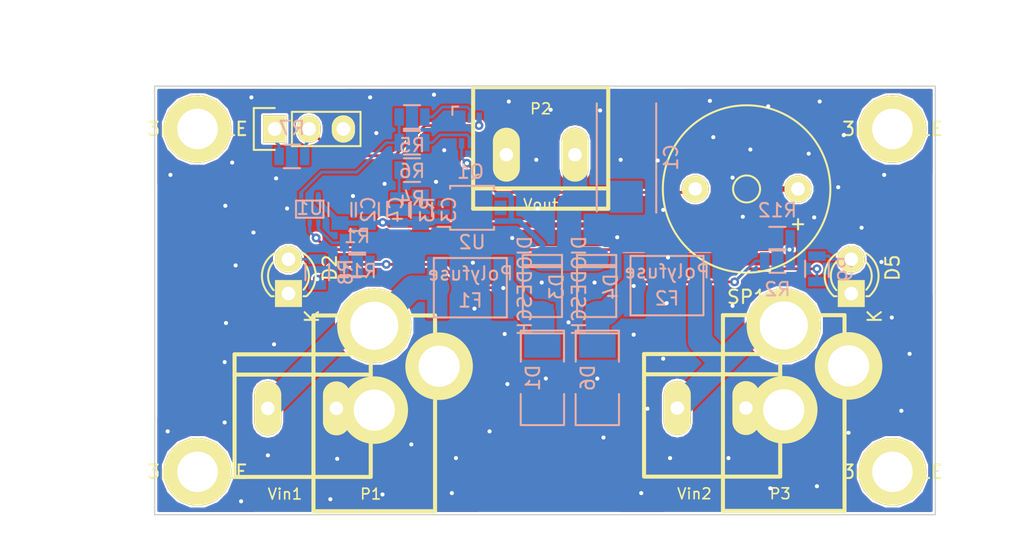
<source format=kicad_pcb>
(kicad_pcb (version 4) (host pcbnew 4.0.2-4+6225~38~ubuntu15.10.1-stable)

  (general
    (links 65)
    (no_connects 0)
    (area 131.700002 122.880001 211.835 165.895)
    (thickness 1.6)
    (drawings 14)
    (tracks 455)
    (zones 0)
    (modules 37)
    (nets 19)
  )

  (page A3)
  (title_block
    (rev 2)
    (company "Radio Helsinki: RedunDC")
  )

  (layers
    (0 F.Cu signal)
    (31 B.Cu signal)
    (32 B.Adhes user)
    (33 F.Adhes user)
    (34 B.Paste user)
    (35 F.Paste user)
    (36 B.SilkS user)
    (37 F.SilkS user)
    (38 B.Mask user)
    (39 F.Mask user)
    (40 Dwgs.User user)
    (41 Cmts.User user)
    (42 Eco1.User user)
    (43 Eco2.User user)
    (44 Edge.Cuts user)
  )

  (setup
    (last_trace_width 0.2032)
    (user_trace_width 0.2032)
    (user_trace_width 0.3988)
    (user_trace_width 0.701)
    (user_trace_width 1.0008)
    (user_trace_width 1.8009)
    (trace_clearance 0.1524)
    (zone_clearance 0.1524)
    (zone_45_only no)
    (trace_min 0.1524)
    (segment_width 0.2)
    (edge_width 0.1)
    (via_size 0.6502)
    (via_drill 0.3023)
    (via_min_size 0.5004)
    (via_min_drill 0.3023)
    (user_via 0.6502 0.3023)
    (user_via 0.7493 0.3988)
    (user_via 0.95 0.3988)
    (user_via 1.1989 0.4496)
    (user_via 1.999 0.5004)
    (uvia_size 0.508)
    (uvia_drill 0.127)
    (uvias_allowed no)
    (uvia_min_size 0.508)
    (uvia_min_drill 0.127)
    (pcb_text_width 0.3)
    (pcb_text_size 1.5 1.5)
    (mod_edge_width 0.3)
    (mod_text_size 1 1)
    (mod_text_width 0.15)
    (pad_size 2 4)
    (pad_drill 1)
    (pad_to_mask_clearance 0)
    (aux_axis_origin 0 0)
    (visible_elements 7FFFFFFF)
    (pcbplotparams
      (layerselection 0x00030_80000001)
      (usegerberextensions true)
      (excludeedgelayer true)
      (linewidth 0.150000)
      (plotframeref false)
      (viasonmask false)
      (mode 1)
      (useauxorigin false)
      (hpglpennumber 1)
      (hpglpenspeed 20)
      (hpglpendiameter 15)
      (hpglpenoverlay 2)
      (psnegative false)
      (psa4output false)
      (plotreference true)
      (plotvalue true)
      (plotinvisibletext false)
      (padsonsilk false)
      (subtractmaskfromsilk false)
      (outputformat 1)
      (mirror false)
      (drillshape 1)
      (scaleselection 1)
      (outputdirectory ""))
  )

  (net 0 "")
  (net 1 /Vout)
  (net 2 GND)
  (net 3 VCC)
  (net 4 "Net-(C3-Pad2)")
  (net 5 "Net-(D1-Pad1)")
  (net 6 "Net-(F1-Pad1)")
  (net 7 "Net-(F2-Pad2)")
  (net 8 "Net-(K1-Pad1)")
  (net 9 "Net-(K1-Pad2)")
  (net 10 "Net-(Q1-Pad6)")
  (net 11 "Net-(Q1-Pad2)")
  (net 12 "Net-(Q1-Pad5)")
  (net 13 "Net-(R1-Pad2)")
  (net 14 "Net-(R12-Pad1)")
  (net 15 "Net-(R5-Pad1)")
  (net 16 "Net-(D2-Pad2)")
  (net 17 "Net-(D4-Pad2)")
  (net 18 "Net-(D5-Pad2)")

  (net_class Default "Dies ist die voreingestellte Netzklasse."
    (clearance 0.1524)
    (trace_width 0.2032)
    (via_dia 0.6502)
    (via_drill 0.3023)
    (uvia_dia 0.508)
    (uvia_drill 0.127)
    (add_net /Vout)
    (add_net GND)
    (add_net "Net-(C3-Pad2)")
    (add_net "Net-(D1-Pad1)")
    (add_net "Net-(D2-Pad2)")
    (add_net "Net-(D4-Pad2)")
    (add_net "Net-(D5-Pad2)")
    (add_net "Net-(F1-Pad1)")
    (add_net "Net-(F2-Pad2)")
    (add_net "Net-(K1-Pad1)")
    (add_net "Net-(K1-Pad2)")
    (add_net "Net-(Q1-Pad2)")
    (add_net "Net-(Q1-Pad5)")
    (add_net "Net-(Q1-Pad6)")
    (add_net "Net-(R1-Pad2)")
    (add_net "Net-(R12-Pad1)")
    (add_net "Net-(R5-Pad1)")
    (add_net VCC)
  )

  (module Resistors_SMD:R_0805 (layer B.Cu) (tedit 5415CDEB) (tstamp 56C500A8)
    (at 189.6008 140.208 180)
    (descr "Resistor SMD 0805, reflow soldering, Vishay (see dcrcw.pdf)")
    (tags "resistor 0805")
    (path /56C4BAF5)
    (attr smd)
    (fp_text reference R12 (at 0 2.1 180) (layer B.SilkS)
      (effects (font (size 1 1) (thickness 0.15)) (justify mirror))
    )
    (fp_text value Rb (at 0 -2.1 180) (layer B.Fab)
      (effects (font (size 1 1) (thickness 0.15)) (justify mirror))
    )
    (fp_line (start -1.6 1) (end 1.6 1) (layer B.CrtYd) (width 0.05))
    (fp_line (start -1.6 -1) (end 1.6 -1) (layer B.CrtYd) (width 0.05))
    (fp_line (start -1.6 1) (end -1.6 -1) (layer B.CrtYd) (width 0.05))
    (fp_line (start 1.6 1) (end 1.6 -1) (layer B.CrtYd) (width 0.05))
    (fp_line (start 0.6 -0.875) (end -0.6 -0.875) (layer B.SilkS) (width 0.15))
    (fp_line (start -0.6 0.875) (end 0.6 0.875) (layer B.SilkS) (width 0.15))
    (pad 1 smd rect (at -0.95 0 180) (size 0.7 1.3) (layers B.Cu B.Paste B.Mask)
      (net 14 "Net-(R12-Pad1)"))
    (pad 2 smd rect (at 0.95 0 180) (size 0.7 1.3) (layers B.Cu B.Paste B.Mask)
      (net 2 GND))
    (model Resistors_SMD.3dshapes/R_0805.wrl
      (at (xyz 0 0 0))
      (scale (xyz 1 1 1))
      (rotate (xyz 0 0 0))
    )
  )

  (module Resistors_SMD:R_0805 (layer B.Cu) (tedit 5415CDEB) (tstamp 56C50073)
    (at 189.611 141.859)
    (descr "Resistor SMD 0805, reflow soldering, Vishay (see dcrcw.pdf)")
    (tags "resistor 0805")
    (path /551ADFF8)
    (attr smd)
    (fp_text reference R2 (at 0 2.1) (layer B.SilkS)
      (effects (font (size 1 1) (thickness 0.15)) (justify mirror))
    )
    (fp_text value Ra (at 0 -2.1) (layer B.Fab)
      (effects (font (size 1 1) (thickness 0.15)) (justify mirror))
    )
    (fp_line (start -1.6 1) (end 1.6 1) (layer B.CrtYd) (width 0.05))
    (fp_line (start -1.6 -1) (end 1.6 -1) (layer B.CrtYd) (width 0.05))
    (fp_line (start -1.6 1) (end -1.6 -1) (layer B.CrtYd) (width 0.05))
    (fp_line (start 1.6 1) (end 1.6 -1) (layer B.CrtYd) (width 0.05))
    (fp_line (start 0.6 -0.875) (end -0.6 -0.875) (layer B.SilkS) (width 0.15))
    (fp_line (start -0.6 0.875) (end 0.6 0.875) (layer B.SilkS) (width 0.15))
    (pad 1 smd rect (at -0.95 0) (size 0.7 1.3) (layers B.Cu B.Paste B.Mask)
      (net 17 "Net-(D4-Pad2)"))
    (pad 2 smd rect (at 0.95 0) (size 0.7 1.3) (layers B.Cu B.Paste B.Mask)
      (net 14 "Net-(R12-Pad1)"))
    (model Resistors_SMD.3dshapes/R_0805.wrl
      (at (xyz 0 0 0))
      (scale (xyz 1 1 1))
      (rotate (xyz 0 0 0))
    )
  )

  (module RedunDC:Screwblock (layer F.Cu) (tedit 55806C3A) (tstamp 56C50061)
    (at 172.085 133.985 180)
    (path /551AE0C7)
    (attr virtual)
    (fp_text reference P2 (at 0 3.4 180) (layer F.SilkS)
      (effects (font (size 0.8 0.8) (thickness 0.12)))
    )
    (fp_text value Vout (at 0 -3.7 180) (layer F.SilkS)
      (effects (font (size 0.8 0.8) (thickness 0.12)))
    )
    (fp_line (start -5 -2.5) (end 5 -2.5) (layer F.SilkS) (width 0.3))
    (fp_line (start 5 5) (end -5 5) (layer F.SilkS) (width 0.3))
    (fp_line (start -5 5) (end -5 -4) (layer F.SilkS) (width 0.3))
    (fp_line (start -5 -4) (end 5 -4) (layer F.SilkS) (width 0.3))
    (fp_line (start 5 -4) (end 5 5) (layer F.SilkS) (width 0.3))
    (pad 1 thru_hole oval (at -2.54 0 180) (size 2 4) (drill 1) (layers *.Cu *.Mask F.SilkS)
      (net 1 /Vout))
    (pad 2 thru_hole oval (at 2.54 0 180) (size 2 4) (drill 1) (layers *.Cu *.Mask F.SilkS)
      (net 2 GND))
  )

  (module TO_SOT_Packages_SMD:SC-70-6 (layer B.Cu) (tedit 54E926FA) (tstamp 56C50973)
    (at 166.878 132.19684)
    (descr SC-70-6,)
    (tags SC-70-6,)
    (path /551C399F)
    (attr smd)
    (fp_text reference Q1 (at 0.01016 3.05054) (layer B.SilkS)
      (effects (font (size 1 1) (thickness 0.15)) (justify mirror))
    )
    (fp_text value PMGD370XN (at 0.04064 -4.191) (layer B.Fab)
      (effects (font (size 1 1) (thickness 0.15)) (justify mirror))
    )
    (fp_line (start -1.33096 -1.16078) (end -1.33096 -1.77038) (layer B.SilkS) (width 0.15))
    (fp_line (start -1.33096 -1.77038) (end -0.89916 -1.78054) (layer B.SilkS) (width 0.15))
    (pad 1 smd rect (at -0.65024 -0.94996) (size 0.39878 0.7493) (layers B.Cu B.Paste B.Mask)
      (net 2 GND))
    (pad 2 smd rect (at 0 -0.94996) (size 0.39878 0.7493) (layers B.Cu B.Paste B.Mask)
      (net 11 "Net-(Q1-Pad2)"))
    (pad 3 smd rect (at 0.65024 -0.94996) (size 0.39878 0.7493) (layers B.Cu B.Paste B.Mask)
      (net 9 "Net-(K1-Pad2)"))
    (pad 4 smd rect (at 0.65024 0.94996) (size 0.39878 0.7493) (layers B.Cu B.Paste B.Mask)
      (net 2 GND))
    (pad 5 smd rect (at 0 0.94996) (size 0.39878 0.7493) (layers B.Cu B.Paste B.Mask)
      (net 12 "Net-(Q1-Pad5)"))
    (pad 6 smd rect (at -0.65024 0.94996) (size 0.39878 0.7493) (layers B.Cu B.Paste B.Mask)
      (net 10 "Net-(Q1-Pad6)"))
    (model TO_SOT_Packages_SMD.3dshapes/SC-70-6.wrl
      (at (xyz 0 0 0))
      (scale (xyz 1 1 1))
      (rotate (xyz 0 0 0))
    )
  )

  (module 3mmHOLE (layer F.Cu) (tedit 551B1F8C) (tstamp 551BDB62)
    (at 198.12 132.08)
    (fp_text reference 3mmHOLE (at 0 0) (layer F.SilkS)
      (effects (font (size 1 1) (thickness 0.15)))
    )
    (fp_text value VAL** (at 0 0) (layer F.SilkS)
      (effects (font (size 1 1) (thickness 0.15)))
    )
    (pad 1 thru_hole circle (at 0 0) (size 5 5) (drill 3) (layers *.Cu *.Mask F.SilkS))
  )

  (module 3mmHOLE (layer F.Cu) (tedit 551B1F8C) (tstamp 551BDB6E)
    (at 146.685 132.08)
    (fp_text reference 3mmHOLE (at 0 0) (layer F.SilkS)
      (effects (font (size 1 1) (thickness 0.15)))
    )
    (fp_text value VAL** (at 0 0) (layer F.SilkS)
      (effects (font (size 1 1) (thickness 0.15)))
    )
    (pad 1 thru_hole circle (at 0 0) (size 5 5) (drill 3) (layers *.Cu *.Mask F.SilkS))
  )

  (module 3mmHOLE (layer F.Cu) (tedit 551B1F8C) (tstamp 551BDB77)
    (at 146.685 157.48)
    (fp_text reference 3mmHOLE (at 0 0) (layer F.SilkS)
      (effects (font (size 1 1) (thickness 0.15)))
    )
    (fp_text value VAL** (at 0 0) (layer F.SilkS)
      (effects (font (size 1 1) (thickness 0.15)))
    )
    (pad 1 thru_hole circle (at 0 0) (size 5 5) (drill 3) (layers *.Cu *.Mask F.SilkS))
  )

  (module 3mmHOLE (layer F.Cu) (tedit 551B1F8C) (tstamp 551BDB80)
    (at 198.12 157.48)
    (fp_text reference 3mmHOLE (at 0 0) (layer F.SilkS)
      (effects (font (size 1 1) (thickness 0.15)))
    )
    (fp_text value VAL** (at 0 0) (layer F.SilkS)
      (effects (font (size 1 1) (thickness 0.15)))
    )
    (pad 1 thru_hole circle (at 0 0) (size 5 5) (drill 3) (layers *.Cu *.Mask F.SilkS))
  )

  (module rhlogo_copper-front_10mm (layer F.Cu) (tedit 0) (tstamp 551BFA87)
    (at 172.72 158.75)
    (fp_text reference G*** (at 0 1.69418) (layer F.SilkS) hide
      (effects (font (size 0.22098 0.22098) (thickness 0.04318)))
    )
    (fp_text value rhlogo_copper-front_10mm (at 0 -1.69418) (layer F.SilkS) hide
      (effects (font (size 0.22098 0.22098) (thickness 0.04318)))
    )
    (fp_poly (pts (xy 4.99872 1.58242) (xy 4.8387 1.58242) (xy 4.8387 1.4224) (xy 4.8387 -1.41224)
      (xy -2.2479 -1.41224) (xy -2.2479 1.4224) (xy 4.8387 1.4224) (xy 4.8387 1.58242)
      (xy -2.40538 1.58242) (xy -2.40538 1.4224) (xy -2.40538 -1.41224) (xy -4.826 -1.41224)
      (xy -4.826 1.4224) (xy -2.40538 1.4224) (xy -2.40538 1.58242) (xy -4.99872 1.58242)
      (xy -4.99872 -1.58242) (xy 4.99872 -1.58242) (xy 4.99872 1.58242) (xy 4.99872 1.58242)) (layer F.Cu) (width 0.00254))
    (fp_poly (pts (xy -2.52222 1.1176) (xy -2.52476 1.14808) (xy -2.54254 1.18364) (xy -2.57048 1.20904)
      (xy -2.5781 1.21412) (xy -2.62128 1.22936) (xy -2.67462 1.23444) (xy -2.72288 1.22936)
      (xy -2.7432 1.22174) (xy -2.77368 1.2065) (xy -2.81178 1.1811) (xy -2.85496 1.15062)
      (xy -2.8575 1.14808) (xy -2.91338 1.11252) (xy -2.98704 1.06426) (xy -3.0861 1.00838)
      (xy -3.20548 0.94234) (xy -3.34518 0.86614) (xy -3.44678 0.81026) (xy -3.63474 0.71374)
      (xy -3.77952 0.77978) (xy -3.89128 0.83312) (xy -4.0005 0.88646) (xy -4.1021 0.9398)
      (xy -4.19608 0.98806) (xy -4.27482 1.03124) (xy -4.33832 1.06934) (xy -4.3815 1.09982)
      (xy -4.38912 1.10236) (xy -4.44754 1.15062) (xy -4.49072 1.1811) (xy -4.5212 1.20396)
      (xy -4.54406 1.21666) (xy -4.56184 1.22428) (xy -4.57962 1.22682) (xy -4.59486 1.22682)
      (xy -4.64312 1.21666) (xy -4.6736 1.1938) (xy -4.68884 1.1557) (xy -4.68376 1.10998)
      (xy -4.65836 1.05918) (xy -4.65328 1.0541) (xy -4.63042 1.02616) (xy -4.59486 1.0033)
      (xy -4.54406 0.9779) (xy -4.47802 0.9525) (xy -4.43484 0.9398) (xy -4.39928 0.9271)
      (xy -4.34848 0.90678) (xy -4.28752 0.88138) (xy -4.21894 0.8509) (xy -4.14528 0.82042)
      (xy -4.07162 0.7874) (xy -3.99796 0.75438) (xy -3.93192 0.72136) (xy -3.87604 0.69596)
      (xy -3.83286 0.6731) (xy -3.80238 0.65786) (xy -3.79476 0.65024) (xy -3.80492 0.64262)
      (xy -3.8354 0.62738) (xy -3.88112 0.60198) (xy -3.93954 0.5715) (xy -4.01066 0.53594)
      (xy -4.07416 0.50546) (xy -4.17576 0.45466) (xy -4.25958 0.41656) (xy -4.32816 0.38608)
      (xy -4.38912 0.36322) (xy -4.43992 0.34544) (xy -4.47548 0.33528) (xy -4.53898 0.3175)
      (xy -4.5847 0.30226) (xy -4.61518 0.28448) (xy -4.63804 0.2667) (xy -4.67106 0.22352)
      (xy -4.67868 0.18542) (xy -4.6609 0.14986) (xy -4.64058 0.12954) (xy -4.60248 0.10414)
      (xy -4.5593 0.09398) (xy -4.5085 0.1016) (xy -4.45008 0.12192) (xy -4.3815 0.16002)
      (xy -4.29768 0.2159) (xy -4.27482 0.23368) (xy -4.20878 0.2794) (xy -4.15036 0.3175)
      (xy -4.09194 0.35306) (xy -4.03098 0.38862) (xy -3.95986 0.42418) (xy -3.8735 0.46482)
      (xy -3.7973 0.50038) (xy -3.73126 0.53086) (xy -3.683 0.55118) (xy -3.64744 0.56388)
      (xy -3.62458 0.56896) (xy -3.60426 0.56896) (xy -3.5941 0.56642) (xy -3.5687 0.55626)
      (xy -3.52298 0.53848) (xy -3.4671 0.51308) (xy -3.39852 0.4826) (xy -3.3274 0.44958)
      (xy -3.25628 0.41656) (xy -3.1877 0.38354) (xy -3.12928 0.3556) (xy -3.08356 0.3302)
      (xy -3.06578 0.32004) (xy -3.01752 0.2921) (xy -2.97434 0.26162) (xy -2.9464 0.23876)
      (xy -2.8702 0.17526) (xy -2.79654 0.12954) (xy -2.7305 0.09906) (xy -2.68224 0.08636)
      (xy -2.64414 0.08382) (xy -2.62128 0.0889) (xy -2.60096 0.10414) (xy -2.58572 0.12446)
      (xy -2.55778 0.17272) (xy -2.55524 0.21844) (xy -2.57556 0.25654) (xy -2.62128 0.28956)
      (xy -2.68732 0.32004) (xy -2.75082 0.33782) (xy -2.80924 0.35306) (xy -2.87274 0.37084)
      (xy -2.91846 0.38608) (xy -2.95402 0.40132) (xy -3.00482 0.42418) (xy -3.06832 0.45212)
      (xy -3.13944 0.4826) (xy -3.2131 0.51816) (xy -3.28676 0.55118) (xy -3.35026 0.58166)
      (xy -3.40614 0.6096) (xy -3.44424 0.62738) (xy -3.4798 0.64516) (xy -3.20294 0.78994)
      (xy -3.1115 0.83566) (xy -3.03784 0.87376) (xy -2.97688 0.9017) (xy -2.92354 0.92456)
      (xy -2.87528 0.94234) (xy -2.82956 0.95758) (xy -2.77876 0.97028) (xy -2.6797 1.00076)
      (xy -2.6035 1.03632) (xy -2.5527 1.07188) (xy -2.52476 1.11252) (xy -2.52222 1.1176)
      (xy -2.52222 1.1176)) (layer F.Cu) (width 0.00254))
    (fp_poly (pts (xy -3.00736 -0.74168) (xy -3.01244 -0.63246) (xy -3.03276 -0.5207) (xy -3.06832 -0.4064)
      (xy -3.11404 -0.29464) (xy -3.12674 -0.27432) (xy -3.13182 -0.25908) (xy -3.13182 -0.63754)
      (xy -3.13436 -0.70612) (xy -3.14198 -0.78232) (xy -3.15214 -0.84328) (xy -3.16992 -0.889)
      (xy -3.19532 -0.93218) (xy -3.23342 -0.97282) (xy -3.2385 -0.9779) (xy -3.30708 -1.03632)
      (xy -3.3782 -1.07696) (xy -3.45948 -1.09728) (xy -3.55346 -1.10236) (xy -3.66014 -1.08966)
      (xy -3.68554 -1.08712) (xy -3.7592 -1.07188) (xy -3.81254 -1.05918) (xy -3.85064 -1.0414)
      (xy -3.88366 -1.02108) (xy -3.9116 -0.99314) (xy -3.91414 -0.99314) (xy -3.95986 -0.92964)
      (xy -3.99796 -0.84836) (xy -4.02844 -0.74422) (xy -4.04368 -0.66548) (xy -4.07162 -0.52324)
      (xy -4.04114 -0.50292) (xy -3.99034 -0.46482) (xy -3.9624 -0.4318) (xy -3.95732 -0.39624)
      (xy -3.95732 -0.3937) (xy -3.95478 -0.3556) (xy -3.94462 -0.34036) (xy -3.93446 -0.32258)
      (xy -3.93192 -0.3048) (xy -3.937 -0.27178) (xy -3.94208 -0.254) (xy -3.9497 -0.21844)
      (xy -3.95224 -0.19558) (xy -3.94462 -0.18288) (xy -3.93192 -0.17272) (xy -3.90398 -0.1524)
      (xy -3.92938 -0.11938) (xy -3.94462 -0.09652) (xy -3.9497 -0.0762) (xy -3.93954 -0.04826)
      (xy -3.937 -0.04318) (xy -3.91414 -0.00254) (xy -3.88366 0.02794) (xy -3.88112 0.03048)
      (xy -3.85064 0.06604) (xy -3.84302 0.09652) (xy -3.8354 0.1524) (xy -3.81254 0.21082)
      (xy -3.77952 0.25908) (xy -3.76936 0.27178) (xy -3.74142 0.2921) (xy -3.71602 0.30226)
      (xy -3.67538 0.3048) (xy -3.66522 0.3048) (xy -3.61442 0.30226) (xy -3.556 0.29718)
      (xy -3.51282 0.2921) (xy -3.429 0.27686) (xy -3.4036 0.22098) (xy -3.38836 0.18288)
      (xy -3.37058 0.12954) (xy -3.35534 0.07112) (xy -3.3528 0.06096) (xy -3.31978 -0.05842)
      (xy -3.28676 -0.16256) (xy -3.2512 -0.25654) (xy -3.2131 -0.3429) (xy -3.175 -0.42672)
      (xy -3.1496 -0.50038) (xy -3.1369 -0.56642) (xy -3.13182 -0.63754) (xy -3.13182 -0.25908)
      (xy -3.15722 -0.20828) (xy -3.19024 -0.12446) (xy -3.22072 -0.03048) (xy -3.24866 0.06604)
      (xy -3.27406 0.1651) (xy -3.27914 0.1905) (xy -3.2893 0.23368) (xy -3.30454 0.2667)
      (xy -3.32994 0.29718) (xy -3.35788 0.32512) (xy -3.40614 0.36576) (xy -3.45186 0.3937)
      (xy -3.46964 0.40132) (xy -3.53568 0.41148) (xy -3.61188 0.41402) (xy -3.68808 0.4064)
      (xy -3.72618 0.39624) (xy -3.76936 0.38354) (xy -3.80746 0.37084) (xy -3.82016 0.36576)
      (xy -3.85064 0.3429) (xy -3.88112 0.30226) (xy -3.90906 0.24892) (xy -3.92938 0.1905)
      (xy -3.92938 0.18542) (xy -3.94208 0.1397) (xy -3.95986 0.10922) (xy -3.9878 0.08382)
      (xy -4.00812 0.06858) (xy -4.02336 0.04826) (xy -4.0386 0.01016) (xy -4.05384 -0.03302)
      (xy -4.06654 -0.08382) (xy -4.0767 -0.12954) (xy -4.0767 -0.15494) (xy -4.08178 -0.1905)
      (xy -4.09448 -0.23114) (xy -4.1021 -0.25146) (xy -4.11734 -0.28956) (xy -4.12496 -0.32258)
      (xy -4.12496 -0.33528) (xy -4.12496 -0.38608) (xy -4.13766 -0.42418) (xy -4.15798 -0.45212)
      (xy -4.17576 -0.47752) (xy -4.18592 -0.49784) (xy -4.18338 -0.52324) (xy -4.1783 -0.56134)
      (xy -4.16814 -0.61722) (xy -4.16052 -0.67818) (xy -4.15798 -0.70358) (xy -4.15036 -0.75184)
      (xy -4.1402 -0.81026) (xy -4.1275 -0.87122) (xy -4.12496 -0.88138) (xy -4.10972 -0.93472)
      (xy -4.09702 -0.97282) (xy -4.07924 -1.0033) (xy -4.0513 -1.03378) (xy -4.02844 -1.05664)
      (xy -3.9624 -1.11506) (xy -3.89636 -1.15824) (xy -3.8227 -1.18618) (xy -3.73888 -1.2065)
      (xy -3.63728 -1.21412) (xy -3.57378 -1.21412) (xy -3.46964 -1.21158) (xy -3.38836 -1.20396)
      (xy -3.31978 -1.18618) (xy -3.2639 -1.16332) (xy -3.26136 -1.16078) (xy -3.22326 -1.13284)
      (xy -3.17754 -1.0922) (xy -3.13182 -1.04648) (xy -3.08864 -0.99822) (xy -3.05562 -0.95504)
      (xy -3.03784 -0.9271) (xy -3.01498 -0.84074) (xy -3.00736 -0.74168) (xy -3.00736 -0.74168)) (layer F.Cu) (width 0.00254))
    (fp_poly (pts (xy 2.83464 0.18034) (xy 2.82956 0.20574) (xy 2.8067 0.22606) (xy 2.80162 0.2286)
      (xy 2.76352 0.25146) (xy 2.76352 0.67056) (xy 2.76352 0.78486) (xy 2.76352 0.87376)
      (xy 2.76098 0.94742) (xy 2.76098 1.0033) (xy 2.75844 1.04394) (xy 2.7559 1.07696)
      (xy 2.75336 1.09982) (xy 2.74828 1.1176) (xy 2.74066 1.13538) (xy 2.73558 1.14554)
      (xy 2.71018 1.18618) (xy 2.68478 1.20142) (xy 2.6543 1.1938) (xy 2.62382 1.1684)
      (xy 2.60096 1.13538) (xy 2.57302 1.08712) (xy 2.54508 1.016) (xy 2.51206 0.9271)
      (xy 2.47396 0.8128) (xy 2.46126 0.7747) (xy 2.44348 0.71882) (xy 2.42062 0.65532)
      (xy 2.39522 0.58674) (xy 2.36982 0.51816) (xy 2.34442 0.45466) (xy 2.3241 0.40132)
      (xy 2.30632 0.36068) (xy 2.29362 0.33782) (xy 2.29108 0.33528) (xy 2.29108 0.34544)
      (xy 2.29108 0.37846) (xy 2.29108 0.42926) (xy 2.29108 0.4953) (xy 2.29362 0.57404)
      (xy 2.29362 0.66294) (xy 2.29362 0.68326) (xy 2.29616 0.79756) (xy 2.29616 0.889)
      (xy 2.30124 0.96012) (xy 2.30378 1.01346) (xy 2.30886 1.05156) (xy 2.31648 1.0795)
      (xy 2.32664 1.09474) (xy 2.3368 1.10236) (xy 2.35204 1.1049) (xy 2.35204 1.1049)
      (xy 2.37744 1.11252) (xy 2.4003 1.13284) (xy 2.413 1.15824) (xy 2.413 1.17856)
      (xy 2.39776 1.18364) (xy 2.3622 1.18618) (xy 2.31648 1.18872) (xy 2.2606 1.19126)
      (xy 2.20472 1.18872) (xy 2.15392 1.18872) (xy 2.11074 1.18364) (xy 2.0828 1.17856)
      (xy 2.07772 1.17602) (xy 2.06248 1.14554) (xy 2.0701 1.11506) (xy 2.10058 1.08204)
      (xy 2.11074 1.07442) (xy 2.16154 1.03886) (xy 2.159 0.71882) (xy 2.15646 0.60198)
      (xy 2.15646 0.50546) (xy 2.15138 0.42926) (xy 2.1463 0.37084) (xy 2.14122 0.32766)
      (xy 2.13106 0.29464) (xy 2.11836 0.27432) (xy 2.10312 0.26162) (xy 2.10058 0.26162)
      (xy 2.06756 0.23622) (xy 2.05232 0.20066) (xy 2.04978 0.18034) (xy 2.04978 0.14732)
      (xy 2.17932 0.1397) (xy 2.23774 0.13462) (xy 2.27838 0.13462) (xy 2.30378 0.13716)
      (xy 2.3241 0.14478) (xy 2.34442 0.15494) (xy 2.35204 0.16002) (xy 2.3749 0.1778)
      (xy 2.39268 0.20066) (xy 2.41046 0.23876) (xy 2.43332 0.28956) (xy 2.44348 0.31242)
      (xy 2.46888 0.37846) (xy 2.49428 0.45212) (xy 2.5146 0.5207) (xy 2.52222 0.5461)
      (xy 2.55016 0.63246) (xy 2.57302 0.69596) (xy 2.5908 0.7366) (xy 2.6035 0.75692)
      (xy 2.60858 0.75946) (xy 2.61366 0.74422) (xy 2.61874 0.7112) (xy 2.61874 0.66294)
      (xy 2.62128 0.60452) (xy 2.62128 0.53848) (xy 2.62128 0.47244) (xy 2.61874 0.41148)
      (xy 2.61366 0.3556) (xy 2.61112 0.3302) (xy 2.60604 0.28702) (xy 2.59842 0.26162)
      (xy 2.58826 0.24638) (xy 2.56794 0.23876) (xy 2.56286 0.23876) (xy 2.52984 0.22098)
      (xy 2.51968 0.19558) (xy 2.53492 0.1651) (xy 2.54762 0.1524) (xy 2.5654 0.13462)
      (xy 2.58826 0.127) (xy 2.62128 0.12192) (xy 2.66192 0.12192) (xy 2.73812 0.127)
      (xy 2.79146 0.1397) (xy 2.82448 0.16002) (xy 2.83464 0.18034) (xy 2.83464 0.18034)) (layer F.Cu) (width 0.00254))
    (fp_poly (pts (xy -1.14046 1.143) (xy -1.15316 1.16586) (xy -1.1811 1.1811) (xy -1.22428 1.18872)
      (xy -1.2446 1.18872) (xy -1.27762 1.18618) (xy -1.32334 1.18364) (xy -1.3589 1.1811)
      (xy -1.4097 1.17602) (xy -1.44018 1.16332) (xy -1.4478 1.14554) (xy -1.43764 1.12014)
      (xy -1.41986 1.10236) (xy -1.38684 1.08712) (xy -1.3843 1.08458) (xy -1.34366 1.07188)
      (xy -1.34366 0.9017) (xy -1.34366 0.83312) (xy -1.3462 0.78232) (xy -1.34874 0.75184)
      (xy -1.35382 0.73152) (xy -1.36144 0.7239) (xy -1.38176 0.71882) (xy -1.41986 0.71374)
      (xy -1.47066 0.7112) (xy -1.52908 0.7112) (xy -1.67894 0.7112) (xy -1.6764 0.89916)
      (xy -1.6764 1.08712) (xy -1.63576 1.08966) (xy -1.6002 1.10236) (xy -1.57734 1.12522)
      (xy -1.5748 1.1557) (xy -1.57734 1.16078) (xy -1.58496 1.1684) (xy -1.60528 1.17348)
      (xy -1.64084 1.17602) (xy -1.69672 1.17856) (xy -1.72212 1.17856) (xy -1.78054 1.17856)
      (xy -1.83134 1.17602) (xy -1.8669 1.17348) (xy -1.88468 1.17094) (xy -1.89738 1.15316)
      (xy -1.90246 1.12776) (xy -1.89484 1.10236) (xy -1.87198 1.08712) (xy -1.8288 1.0795)
      (xy -1.81864 1.0795) (xy -1.80086 1.07696) (xy -1.79324 1.06934) (xy -1.79324 1.04648)
      (xy -1.79578 1.016) (xy -1.79832 0.98552) (xy -1.80086 0.93726) (xy -1.80086 0.87122)
      (xy -1.8034 0.78994) (xy -1.8034 0.70104) (xy -1.8034 0.60452) (xy -1.8034 0.58674)
      (xy -1.8034 0.22098) (xy -1.85166 0.21844) (xy -1.88468 0.21082) (xy -1.89992 0.19558)
      (xy -1.89992 0.1905) (xy -1.90246 0.16764) (xy -1.88976 0.14986) (xy -1.86436 0.1397)
      (xy -1.81864 0.13462) (xy -1.75514 0.13462) (xy -1.75006 0.13462) (xy -1.62306 0.13462)
      (xy -1.60782 0.17272) (xy -1.59766 0.20066) (xy -1.60274 0.2159) (xy -1.60528 0.2159)
      (xy -1.6256 0.2286) (xy -1.64338 0.2413) (xy -1.65354 0.254) (xy -1.66116 0.26924)
      (xy -1.66624 0.29718) (xy -1.66878 0.33782) (xy -1.67132 0.39624) (xy -1.67132 0.42164)
      (xy -1.6764 0.58166) (xy -1.51384 0.5842) (xy -1.4478 0.58674) (xy -1.40208 0.58674)
      (xy -1.36906 0.58166) (xy -1.35128 0.56642) (xy -1.34112 0.53848) (xy -1.33858 0.4953)
      (xy -1.33858 0.43434) (xy -1.33858 0.39116) (xy -1.33858 0.24638) (xy -1.37414 0.23114)
      (xy -1.4097 0.21082) (xy -1.43002 0.18288) (xy -1.43256 0.15494) (xy -1.43256 0.1524)
      (xy -1.41732 0.14478) (xy -1.3843 0.13716) (xy -1.34112 0.13208) (xy -1.29032 0.12954)
      (xy -1.24206 0.127) (xy -1.20142 0.12954) (xy -1.17602 0.13208) (xy -1.1684 0.13462)
      (xy -1.15316 0.16256) (xy -1.15824 0.1905) (xy -1.17856 0.2159) (xy -1.18364 0.21844)
      (xy -1.21412 0.23114) (xy -1.21412 0.6604) (xy -1.21412 0.7747) (xy -1.21412 0.86868)
      (xy -1.21412 0.9398) (xy -1.21412 0.99568) (xy -1.21158 1.03378) (xy -1.20904 1.06172)
      (xy -1.2065 1.0795) (xy -1.20142 1.08712) (xy -1.19634 1.0922) (xy -1.1938 1.0922)
      (xy -1.16078 1.10236) (xy -1.143 1.1303) (xy -1.14046 1.143) (xy -1.14046 1.143)) (layer F.Cu) (width 0.00254))
    (fp_poly (pts (xy 0.53594 0.84582) (xy 0.5334 0.89154) (xy 0.52832 0.94742) (xy 0.52324 1.00838)
      (xy 0.51562 1.0668) (xy 0.508 1.1176) (xy 0.50292 1.1557) (xy 0.49784 1.17856)
      (xy 0.4953 1.17856) (xy 0.4826 1.1811) (xy 0.44704 1.18364) (xy 0.39624 1.18618)
      (xy 0.33274 1.18618) (xy 0.26162 1.18872) (xy 0.18288 1.18872) (xy 0.10414 1.18618)
      (xy 0.02794 1.18618) (xy -0.0381 1.18364) (xy -0.09398 1.1811) (xy -0.09906 1.1811)
      (xy -0.1524 1.17348) (xy -0.18288 1.15824) (xy -0.18796 1.13284) (xy -0.17526 1.10744)
      (xy -0.15494 1.08712) (xy -0.12446 1.0795) (xy -0.1016 1.0795) (xy -0.05842 1.07442)
      (xy -0.02794 1.05918) (xy -0.01524 1.04902) (xy -0.00508 1.03886) (xy 0 1.02616)
      (xy 0.00508 1.01092) (xy 0.00762 0.98806) (xy 0.01016 0.94996) (xy 0.01016 0.89916)
      (xy 0.01016 0.83058) (xy 0.01016 0.78232) (xy 0.01016 0.69596) (xy 0.01016 0.60706)
      (xy 0.00762 0.52578) (xy 0.00508 0.45466) (xy 0.00254 0.41148) (xy 0 0.35306)
      (xy -0.00254 0.31496) (xy -0.00762 0.28956) (xy -0.01524 0.27686) (xy -0.02794 0.2667)
      (xy -0.0381 0.26162) (xy -0.07112 0.25146) (xy -0.1016 0.25146) (xy -0.13208 0.25146)
      (xy -0.16764 0.2413) (xy -0.19812 0.22606) (xy -0.21844 0.20828) (xy -0.22098 0.20066)
      (xy -0.21336 0.17526) (xy -0.20574 0.15748) (xy -0.20066 0.14986) (xy -0.1905 0.14224)
      (xy -0.17272 0.1397) (xy -0.14478 0.13462) (xy -0.1016 0.13462) (xy -0.04064 0.13462)
      (xy 0.02794 0.13462) (xy 0.12192 0.13462) (xy 0.19558 0.13462) (xy 0.24892 0.13716)
      (xy 0.28956 0.14224) (xy 0.31496 0.14986) (xy 0.33274 0.16002) (xy 0.3429 0.17018)
      (xy 0.34544 0.1778) (xy 0.35306 0.21082) (xy 0.34036 0.23622) (xy 0.3048 0.25146)
      (xy 0.25654 0.25908) (xy 0.22606 0.26162) (xy 0.2032 0.26416) (xy 0.18288 0.27178)
      (xy 0.17018 0.28448) (xy 0.16002 0.3048) (xy 0.1524 0.33782) (xy 0.14986 0.38354)
      (xy 0.14732 0.44704) (xy 0.14732 0.52578) (xy 0.14986 0.62738) (xy 0.14986 0.67818)
      (xy 0.14986 0.78232) (xy 0.1524 0.86614) (xy 0.1524 0.92964) (xy 0.15494 0.9779)
      (xy 0.15748 1.01092) (xy 0.16002 1.03378) (xy 0.1651 1.04648) (xy 0.17018 1.05664)
      (xy 0.17526 1.06172) (xy 0.2032 1.07188) (xy 0.24384 1.07696) (xy 0.2921 1.0795)
      (xy 0.34036 1.0795) (xy 0.381 1.07188) (xy 0.4064 1.06426) (xy 0.4064 1.06172)
      (xy 0.4191 1.03886) (xy 0.42672 0.99314) (xy 0.43434 0.9271) (xy 0.43434 0.92456)
      (xy 0.43942 0.85344) (xy 0.45212 0.80518) (xy 0.46736 0.7747) (xy 0.48768 0.762)
      (xy 0.508 0.762) (xy 0.52578 0.76962) (xy 0.5334 0.79248) (xy 0.53594 0.81534)
      (xy 0.53594 0.84582) (xy 0.53594 0.84582)) (layer F.Cu) (width 0.00254))
    (fp_poly (pts (xy 1.28016 0.93726) (xy 1.27508 1.00584) (xy 1.25476 1.06934) (xy 1.22174 1.12268)
      (xy 1.17094 1.16078) (xy 1.16078 1.16586) (xy 1.12014 1.17856) (xy 1.06172 1.18618)
      (xy 0.99314 1.18872) (xy 0.92456 1.18872) (xy 0.8636 1.18364) (xy 0.81788 1.17348)
      (xy 0.81026 1.17094) (xy 0.77216 1.15062) (xy 0.73152 1.12268) (xy 0.72898 1.12268)
      (xy 0.70358 1.10236) (xy 0.6858 1.0922) (xy 0.68326 1.0922) (xy 0.6731 1.10236)
      (xy 0.6604 1.12776) (xy 0.65786 1.13538) (xy 0.63754 1.16586) (xy 0.61976 1.17602)
      (xy 0.61722 1.17602) (xy 0.60198 1.16078) (xy 0.59182 1.12776) (xy 0.5842 1.08204)
      (xy 0.58166 1.02616) (xy 0.5842 0.96774) (xy 0.58928 0.91186) (xy 0.58928 0.91186)
      (xy 0.59944 0.86868) (xy 0.60706 0.84582) (xy 0.61722 0.83566) (xy 0.635 0.83312)
      (xy 0.67564 0.84074) (xy 0.70104 0.86106) (xy 0.71628 0.90424) (xy 0.71628 0.9144)
      (xy 0.72898 0.96774) (xy 0.7493 1.00584) (xy 0.78486 1.0414) (xy 0.81534 1.06426)
      (xy 0.84328 1.08458) (xy 0.86868 1.09728) (xy 0.89916 1.10236) (xy 0.9398 1.1049)
      (xy 0.97282 1.1049) (xy 1.07442 1.1049) (xy 1.12268 1.05664) (xy 1.15062 1.02616)
      (xy 1.16332 1.0033) (xy 1.16586 0.9779) (xy 1.16332 0.94996) (xy 1.15062 0.9017)
      (xy 1.12776 0.86106) (xy 1.08966 0.82296) (xy 1.03124 0.7874) (xy 0.95504 0.75438)
      (xy 0.8763 0.7239) (xy 0.81026 0.6985) (xy 0.75946 0.67056) (xy 0.71882 0.63754)
      (xy 0.67818 0.58928) (xy 0.65278 0.55372) (xy 0.62992 0.51816) (xy 0.61722 0.49022)
      (xy 0.6096 0.45466) (xy 0.60452 0.40894) (xy 0.60452 0.38862) (xy 0.59944 0.28702)
      (xy 0.65786 0.22606) (xy 0.70104 0.18288) (xy 0.74168 0.16002) (xy 0.7747 0.14732)
      (xy 0.8763 0.13462) (xy 0.9779 0.14478) (xy 1.0287 0.16002) (xy 1.1049 0.18542)
      (xy 1.13284 0.16002) (xy 1.15824 0.14224) (xy 1.1811 0.13462) (xy 1.20396 0.1397)
      (xy 1.22936 0.15748) (xy 1.24968 0.1778) (xy 1.2573 0.19558) (xy 1.25476 0.19812)
      (xy 1.24968 0.21844) (xy 1.24714 0.254) (xy 1.24206 0.30226) (xy 1.23952 0.3302)
      (xy 1.23698 0.38354) (xy 1.2319 0.4191) (xy 1.22682 0.43942) (xy 1.2192 0.44704)
      (xy 1.2065 0.45212) (xy 1.20396 0.45212) (xy 1.17348 0.4445) (xy 1.14046 0.42164)
      (xy 1.11506 0.39116) (xy 1.1049 0.36068) (xy 1.1049 0.35814) (xy 1.09474 0.32766)
      (xy 1.06426 0.2921) (xy 1.06172 0.28702) (xy 1.02362 0.26162) (xy 0.97536 0.24384)
      (xy 0.9144 0.23368) (xy 0.8509 0.23114) (xy 0.81788 0.23368) (xy 0.79502 0.24384)
      (xy 0.77216 0.2667) (xy 0.75438 0.28448) (xy 0.7239 0.33274) (xy 0.7112 0.37338)
      (xy 0.71882 0.41402) (xy 0.74422 0.46228) (xy 0.76708 0.49022) (xy 0.78994 0.5207)
      (xy 0.8128 0.54102) (xy 0.8382 0.56134) (xy 0.87122 0.57912) (xy 0.91948 0.60198)
      (xy 0.98298 0.63246) (xy 0.98298 0.63246) (xy 1.06934 0.6731) (xy 1.13792 0.70866)
      (xy 1.18618 0.74168) (xy 1.19888 0.75184) (xy 1.24206 0.80518) (xy 1.27 0.86868)
      (xy 1.28016 0.93726) (xy 1.28016 0.93726)) (layer F.Cu) (width 0.00254))
    (fp_poly (pts (xy 1.97358 0.2032) (xy 1.97104 0.21336) (xy 1.9558 0.22352) (xy 1.9304 0.2286)
      (xy 1.88468 0.23368) (xy 1.83134 0.23876) (xy 1.78562 0.2413) (xy 1.75006 0.24638)
      (xy 1.73228 0.25146) (xy 1.73228 0.25146) (xy 1.72974 0.2667) (xy 1.7272 0.30226)
      (xy 1.7272 0.35306) (xy 1.7272 0.4191) (xy 1.7272 0.49276) (xy 1.7272 0.57404)
      (xy 1.72974 0.65532) (xy 1.72974 0.7366) (xy 1.73228 0.81026) (xy 1.73736 0.87376)
      (xy 1.73736 0.889) (xy 1.74498 1.03886) (xy 1.78562 1.05918) (xy 1.82372 1.07442)
      (xy 1.8669 1.08204) (xy 1.87198 1.08204) (xy 1.91008 1.08966) (xy 1.9304 1.10744)
      (xy 1.93802 1.1176) (xy 1.94818 1.14808) (xy 1.94818 1.1684) (xy 1.9431 1.17602)
      (xy 1.93294 1.1811) (xy 1.91262 1.18364) (xy 1.88214 1.18618) (xy 1.83642 1.18872)
      (xy 1.77292 1.18872) (xy 1.68656 1.18872) (xy 1.65354 1.18872) (xy 1.55448 1.18872)
      (xy 1.47574 1.18872) (xy 1.41986 1.18618) (xy 1.37922 1.18364) (xy 1.35382 1.17856)
      (xy 1.34366 1.17348) (xy 1.32842 1.15062) (xy 1.3335 1.12268) (xy 1.35382 1.09982)
      (xy 1.3716 1.0922) (xy 1.40208 1.08458) (xy 1.44272 1.0795) (xy 1.4605 1.0795)
      (xy 1.50114 1.07696) (xy 1.53162 1.06426) (xy 1.55702 1.0414) (xy 1.59512 1.0033)
      (xy 1.59512 0.62484) (xy 1.59512 0.24384) (xy 1.5494 0.24384) (xy 1.5113 0.24384)
      (xy 1.46304 0.2413) (xy 1.4097 0.23622) (xy 1.40716 0.23622) (xy 1.3589 0.23114)
      (xy 1.33096 0.22606) (xy 1.31826 0.22098) (xy 1.31318 0.20828) (xy 1.31318 0.19558)
      (xy 1.31318 0.1778) (xy 1.31826 0.16256) (xy 1.32842 0.1524) (xy 1.34874 0.14478)
      (xy 1.37922 0.1397) (xy 1.42494 0.13462) (xy 1.48844 0.13462) (xy 1.56972 0.13462)
      (xy 1.6383 0.13462) (xy 1.72212 0.13462) (xy 1.79578 0.13462) (xy 1.86182 0.13716)
      (xy 1.91008 0.1397) (xy 1.94056 0.14224) (xy 1.94818 0.14224) (xy 1.96088 0.16002)
      (xy 1.97104 0.18542) (xy 1.97358 0.2032) (xy 1.97358 0.2032)) (layer F.Cu) (width 0.00254))
    (fp_poly (pts (xy 3.76936 1.15062) (xy 3.7592 1.1684) (xy 3.73634 1.17856) (xy 3.69824 1.18618)
      (xy 3.63728 1.18872) (xy 3.58394 1.19126) (xy 3.51536 1.18872) (xy 3.46964 1.18618)
      (xy 3.4417 1.17856) (xy 3.429 1.16586) (xy 3.429 1.143) (xy 3.43662 1.11252)
      (xy 3.43916 1.1049) (xy 3.44424 1.0795) (xy 3.44678 1.05918) (xy 3.43916 1.03378)
      (xy 3.42138 0.99822) (xy 3.40868 0.97282) (xy 3.3782 0.92202) (xy 3.34264 0.87376)
      (xy 3.31216 0.83566) (xy 3.28168 0.80772) (xy 3.2639 0.79502) (xy 3.2512 0.79502)
      (xy 3.2385 0.80518) (xy 3.2258 0.83566) (xy 3.21818 0.88138) (xy 3.21818 0.9017)
      (xy 3.21564 0.9652) (xy 3.21564 1.00838) (xy 3.22072 1.03886) (xy 3.23088 1.05918)
      (xy 3.2512 1.07442) (xy 3.27914 1.0922) (xy 3.31724 1.1176) (xy 3.33502 1.13792)
      (xy 3.33756 1.15824) (xy 3.33502 1.1684) (xy 3.32994 1.17602) (xy 3.3147 1.17856)
      (xy 3.2893 1.18364) (xy 3.2512 1.18364) (xy 3.19278 1.18618) (xy 3.13436 1.18618)
      (xy 3.05054 1.18872) (xy 2.98958 1.18618) (xy 2.95148 1.18364) (xy 2.93624 1.17856)
      (xy 2.93624 1.17856) (xy 2.9464 1.143) (xy 2.9718 1.10744) (xy 3.00482 1.08458)
      (xy 3.01244 1.0795) (xy 3.05308 1.0668) (xy 3.0607 0.89154) (xy 3.06324 0.8128)
      (xy 3.06324 0.72136) (xy 3.06324 0.62484) (xy 3.0607 0.5334) (xy 3.0607 0.51562)
      (xy 3.05054 0.31496) (xy 2.99212 0.26162) (xy 2.9591 0.23368) (xy 2.94386 0.21336)
      (xy 2.93878 0.20066) (xy 2.9464 0.18542) (xy 2.95148 0.1778) (xy 2.96926 0.15748)
      (xy 2.99466 0.14478) (xy 3.03022 0.13716) (xy 3.08356 0.13462) (xy 3.15468 0.13462)
      (xy 3.16738 0.13716) (xy 3.28422 0.1397) (xy 3.28422 0.18288) (xy 3.28168 0.21336)
      (xy 3.26898 0.2286) (xy 3.24612 0.23622) (xy 3.20802 0.24638) (xy 3.2004 0.36068)
      (xy 3.19532 0.43688) (xy 3.19532 0.50546) (xy 3.19786 0.55372) (xy 3.20294 0.58674)
      (xy 3.21056 0.5969) (xy 3.22326 0.58928) (xy 3.24866 0.56388) (xy 3.2766 0.52578)
      (xy 3.31216 0.48006) (xy 3.34772 0.4318) (xy 3.38074 0.37846) (xy 3.40868 0.33274)
      (xy 3.41884 0.31242) (xy 3.44424 0.26416) (xy 3.4544 0.23114) (xy 3.45186 0.2159)
      (xy 3.4417 0.19304) (xy 3.43916 0.17526) (xy 3.4417 0.15748) (xy 3.45948 0.14732)
      (xy 3.48996 0.1397) (xy 3.52806 0.13716) (xy 3.5814 0.13462) (xy 3.63728 0.13462)
      (xy 3.64236 0.13462) (xy 3.73888 0.1397) (xy 3.74396 0.1778) (xy 3.74396 0.20066)
      (xy 3.73634 0.2159) (xy 3.71602 0.22606) (xy 3.683 0.23876) (xy 3.64236 0.25146)
      (xy 3.61188 0.26416) (xy 3.60172 0.27178) (xy 3.59156 0.28448) (xy 3.57124 0.31496)
      (xy 3.54584 0.36068) (xy 3.51536 0.41148) (xy 3.48488 0.46736) (xy 3.4544 0.5207)
      (xy 3.42646 0.5715) (xy 3.40614 0.61214) (xy 3.3909 0.63754) (xy 3.38836 0.64516)
      (xy 3.39598 0.6604) (xy 3.41122 0.69088) (xy 3.43408 0.73152) (xy 3.44678 0.7493)
      (xy 3.47726 0.80264) (xy 3.51028 0.85852) (xy 3.53568 0.90932) (xy 3.53822 0.9144)
      (xy 3.57378 0.9779) (xy 3.60172 1.02108) (xy 3.62966 1.04902) (xy 3.66014 1.06934)
      (xy 3.6957 1.0795) (xy 3.73634 1.0922) (xy 3.75666 1.1049) (xy 3.76682 1.12522)
      (xy 3.76682 1.12522) (xy 3.76936 1.15062) (xy 3.76936 1.15062)) (layer F.Cu) (width 0.00254))
    (fp_poly (pts (xy 4.44246 0.1778) (xy 4.44246 0.20828) (xy 4.42214 0.2286) (xy 4.38404 0.23876)
      (xy 4.32816 0.24384) (xy 4.31038 0.24384) (xy 4.21386 0.24384) (xy 4.21132 0.38862)
      (xy 4.21132 0.55626) (xy 4.21386 0.70104) (xy 4.21894 0.82042) (xy 4.22402 0.91694)
      (xy 4.23164 0.98806) (xy 4.2418 1.03378) (xy 4.25196 1.05664) (xy 4.2545 1.05664)
      (xy 4.27228 1.06426) (xy 4.30784 1.07188) (xy 4.35102 1.0795) (xy 4.3942 1.08966)
      (xy 4.4196 1.09728) (xy 4.4323 1.10744) (xy 4.4323 1.12014) (xy 4.4323 1.14046)
      (xy 4.42976 1.1557) (xy 4.4196 1.16586) (xy 4.39928 1.17602) (xy 4.3688 1.1811)
      (xy 4.32054 1.18364) (xy 4.25704 1.18364) (xy 4.17322 1.18618) (xy 4.14274 1.18618)
      (xy 4.06146 1.18618) (xy 3.9878 1.18618) (xy 3.92684 1.18618) (xy 3.87858 1.18364)
      (xy 3.85064 1.18364) (xy 3.84556 1.1811) (xy 3.82778 1.17348) (xy 3.82016 1.15824)
      (xy 3.8227 1.1303) (xy 3.82524 1.08712) (xy 3.93954 1.07442) (xy 4.05384 1.06426)
      (xy 4.0513 0.66548) (xy 4.04622 0.26924) (xy 4.01066 0.26416) (xy 3.97764 0.25908)
      (xy 3.93192 0.254) (xy 3.8862 0.24892) (xy 3.84048 0.2413) (xy 3.81508 0.23622)
      (xy 3.80238 0.22606) (xy 3.7973 0.21336) (xy 3.7973 0.19304) (xy 3.80746 0.17526)
      (xy 3.82778 0.1651) (xy 3.8608 0.15494) (xy 3.9116 0.14732) (xy 3.98272 0.14478)
      (xy 4.07162 0.1397) (xy 4.09194 0.1397) (xy 4.19608 0.13716) (xy 4.2799 0.13716)
      (xy 4.3434 0.1397) (xy 4.38912 0.14478) (xy 4.4196 0.1524) (xy 4.43738 0.1651)
      (xy 4.44246 0.1778) (xy 4.44246 0.1778)) (layer F.Cu) (width 0.00254))
    (fp_poly (pts (xy -0.28194 0.41656) (xy -0.28702 0.43434) (xy -0.2921 0.4445) (xy -0.29718 0.44704)
      (xy -0.3302 0.44958) (xy -0.35814 0.42926) (xy -0.37846 0.38862) (xy -0.38608 0.35306)
      (xy -0.3937 0.29718) (xy -0.40386 0.26416) (xy -0.4191 0.24384) (xy -0.44196 0.23114)
      (xy -0.48006 0.22606) (xy -0.48006 0.22606) (xy -0.52578 0.22352) (xy -0.5842 0.21844)
      (xy -0.64008 0.2159) (xy -0.7366 0.21336) (xy -0.75438 0.27432) (xy -0.762 0.31496)
      (xy -0.76962 0.37084) (xy -0.77216 0.42926) (xy -0.77216 0.44196) (xy -0.77216 0.49784)
      (xy -0.76708 0.5334) (xy -0.75692 0.55372) (xy -0.73406 0.56134) (xy -0.69596 0.56388)
      (xy -0.67564 0.56388) (xy -0.61722 0.56388) (xy -0.6096 0.50038) (xy -0.60198 0.45466)
      (xy -0.58928 0.42926) (xy -0.5715 0.4191) (xy -0.54356 0.4191) (xy -0.508 0.42164)
      (xy -0.508 0.62484) (xy -0.508 0.70104) (xy -0.51054 0.75692) (xy -0.51308 0.79248)
      (xy -0.51562 0.81534) (xy -0.5207 0.82804) (xy -0.52832 0.83058) (xy -0.5588 0.8255)
      (xy -0.58166 0.8001) (xy -0.5969 0.75438) (xy -0.5969 0.7366) (xy -0.60452 0.6731)
      (xy -0.65024 0.6731) (xy -0.69088 0.67564) (xy -0.71882 0.68072) (xy -0.74168 0.69342)
      (xy -0.75692 0.71628) (xy -0.76708 0.75438) (xy -0.77216 0.80772) (xy -0.77724 0.88392)
      (xy -0.77978 0.92202) (xy -0.78232 0.98552) (xy -0.78232 1.0287) (xy -0.78232 1.0541)
      (xy -0.77724 1.0668) (xy -0.76962 1.06934) (xy -0.75184 1.06934) (xy -0.71628 1.07188)
      (xy -0.66294 1.07188) (xy -0.60452 1.07188) (xy -0.5969 1.07188) (xy -0.44196 1.07442)
      (xy -0.42926 1.03886) (xy -0.42164 1.0033) (xy -0.41656 0.96012) (xy -0.41656 0.94234)
      (xy -0.40894 0.89154) (xy -0.38354 0.86106) (xy -0.34544 0.84582) (xy -0.33528 0.84582)
      (xy -0.30988 0.8509) (xy -0.29464 0.8636) (xy -0.28702 0.889) (xy -0.28702 0.92964)
      (xy -0.2921 0.99314) (xy -0.29464 1.00076) (xy -0.29972 1.04902) (xy -0.3048 1.08712)
      (xy -0.31496 1.1176) (xy -0.32766 1.14046) (xy -0.34798 1.1557) (xy -0.381 1.16332)
      (xy -0.42672 1.17094) (xy -0.49022 1.17348) (xy -0.56896 1.17348) (xy -0.6731 1.17602)
      (xy -0.67564 1.17602) (xy -0.77724 1.17602) (xy -0.85852 1.17602) (xy -0.91948 1.17602)
      (xy -0.96266 1.17348) (xy -0.99314 1.17094) (xy -1.01346 1.16586) (xy -1.02362 1.16078)
      (xy -1.0414 1.14046) (xy -1.03632 1.12014) (xy -1.01346 1.10744) (xy -0.98298 1.1049)
      (xy -0.9398 1.09728) (xy -0.90932 1.07442) (xy -0.9017 1.0668) (xy -0.89662 1.05664)
      (xy -0.89154 1.04394) (xy -0.88646 1.02362) (xy -0.88392 0.99314) (xy -0.88392 0.9525)
      (xy -0.88138 0.89662) (xy -0.88138 0.82042) (xy -0.88138 0.72644) (xy -0.88138 0.66802)
      (xy -0.88392 0.55372) (xy -0.88392 0.46228) (xy -0.88392 0.39116) (xy -0.889 0.33782)
      (xy -0.89408 0.29972) (xy -0.9017 0.27178) (xy -0.91186 0.25654) (xy -0.92964 0.24892)
      (xy -0.94996 0.24384) (xy -0.97536 0.24384) (xy -0.9906 0.24384) (xy -1.0541 0.24384)
      (xy -1.0541 0.2032) (xy -1.05156 0.17018) (xy -1.0414 0.14986) (xy -1.03886 0.14986)
      (xy -1.02362 0.14478) (xy -0.98552 0.14224) (xy -0.9271 0.13716) (xy -0.85598 0.13462)
      (xy -0.76962 0.13208) (xy -0.67818 0.12954) (xy -0.33274 0.12446) (xy -0.31496 0.17018)
      (xy -0.3048 0.2032) (xy -0.29464 0.25146) (xy -0.28956 0.30734) (xy -0.28702 0.32766)
      (xy -0.28448 0.381) (xy -0.28194 0.41656) (xy -0.28194 0.41656)) (layer F.Cu) (width 0.00254))
    (fp_poly (pts (xy 1.92278 -0.65786) (xy 1.9177 -0.56896) (xy 1.90246 -0.48768) (xy 1.87198 -0.41402)
      (xy 1.83388 -0.34798) (xy 1.79832 -0.2921) (xy 1.79832 -0.70104) (xy 1.79832 -0.7366)
      (xy 1.79324 -0.77216) (xy 1.78308 -0.81788) (xy 1.78054 -0.82804) (xy 1.76276 -0.89662)
      (xy 1.74498 -0.94742) (xy 1.72466 -0.98552) (xy 1.69672 -1.01854) (xy 1.65862 -1.05156)
      (xy 1.651 -1.05664) (xy 1.58242 -1.10744) (xy 1.49606 -1.09982) (xy 1.44272 -1.09474)
      (xy 1.40462 -1.08458) (xy 1.37414 -1.0668) (xy 1.35128 -1.03886) (xy 1.3335 -0.99568)
      (xy 1.31572 -0.93472) (xy 1.30302 -0.88646) (xy 1.28778 -0.82296) (xy 1.27762 -0.77216)
      (xy 1.27254 -0.73406) (xy 1.27254 -0.69596) (xy 1.27508 -0.65532) (xy 1.28016 -0.60706)
      (xy 1.29032 -0.51562) (xy 1.30302 -0.4445) (xy 1.3208 -0.38862) (xy 1.34366 -0.34798)
      (xy 1.37414 -0.31242) (xy 1.41224 -0.28448) (xy 1.44018 -0.2667) (xy 1.46812 -0.25908)
      (xy 1.50622 -0.25908) (xy 1.52654 -0.26162) (xy 1.57226 -0.26924) (xy 1.6129 -0.2794)
      (xy 1.63068 -0.28702) (xy 1.65608 -0.30734) (xy 1.68402 -0.3429) (xy 1.7145 -0.38862)
      (xy 1.74244 -0.43688) (xy 1.75768 -0.46736) (xy 1.76276 -0.48514) (xy 1.77038 -0.52324)
      (xy 1.78054 -0.57404) (xy 1.78562 -0.60452) (xy 1.79578 -0.6604) (xy 1.79832 -0.70104)
      (xy 1.79832 -0.2921) (xy 1.79324 -0.28194) (xy 1.75768 -0.23368) (xy 1.72466 -0.20066)
      (xy 1.69164 -0.17272) (xy 1.651 -0.1524) (xy 1.63576 -0.14478) (xy 1.55956 -0.11684)
      (xy 1.48844 -0.11176) (xy 1.41732 -0.127) (xy 1.39954 -0.13208) (xy 1.32334 -0.17526)
      (xy 1.25984 -0.23114) (xy 1.21158 -0.30226) (xy 1.17348 -0.3937) (xy 1.14808 -0.50546)
      (xy 1.13538 -0.63754) (xy 1.13284 -0.65786) (xy 1.1303 -0.7239) (xy 1.1303 -0.76962)
      (xy 1.13284 -0.80518) (xy 1.13792 -0.83566) (xy 1.14554 -0.86868) (xy 1.16078 -0.90932)
      (xy 1.16332 -0.9144) (xy 1.20142 -1.00076) (xy 1.2446 -1.07442) (xy 1.29032 -1.13792)
      (xy 1.3335 -1.18364) (xy 1.35636 -1.19888) (xy 1.4224 -1.22428) (xy 1.49606 -1.22936)
      (xy 1.57734 -1.2192) (xy 1.65608 -1.1938) (xy 1.72974 -1.15316) (xy 1.79324 -1.10236)
      (xy 1.8034 -1.0922) (xy 1.84404 -1.03886) (xy 1.87198 -0.98298) (xy 1.89484 -0.91694)
      (xy 1.91008 -0.83566) (xy 1.9177 -0.76454) (xy 1.92278 -0.65786) (xy 1.92278 -0.65786)) (layer F.Cu) (width 0.00254))
    (fp_poly (pts (xy -1.1557 -0.21082) (xy -1.15824 -0.18542) (xy -1.17094 -0.1651) (xy -1.18364 -0.1524)
      (xy -1.20396 -0.14478) (xy -1.23698 -0.1397) (xy -1.28778 -0.13716) (xy -1.30048 -0.13462)
      (xy -1.36652 -0.13462) (xy -1.4097 -0.1397) (xy -1.43002 -0.14478) (xy -1.44018 -0.16256)
      (xy -1.44526 -0.19812) (xy -1.44526 -0.254) (xy -1.44526 -0.26162) (xy -1.45034 -0.35306)
      (xy -1.46812 -0.42926) (xy -1.4986 -0.49276) (xy -1.52908 -0.5334) (xy -1.55448 -0.56388)
      (xy -1.57734 -0.58166) (xy -1.60274 -0.58674) (xy -1.64084 -0.58928) (xy -1.64592 -0.58928)
      (xy -1.71958 -0.58928) (xy -1.71958 -0.47244) (xy -1.71958 -0.41402) (xy -1.72212 -0.35814)
      (xy -1.72466 -0.31242) (xy -1.7272 -0.30226) (xy -1.72974 -0.2667) (xy -1.7272 -0.25146)
      (xy -1.71704 -0.24384) (xy -1.7018 -0.24384) (xy -1.67386 -0.23876) (xy -1.64084 -0.2286)
      (xy -1.60528 -0.21336) (xy -1.57988 -0.19812) (xy -1.57226 -0.18542) (xy -1.58242 -0.16002)
      (xy -1.6129 -0.13716) (xy -1.61544 -0.13462) (xy -1.64338 -0.12954) (xy -1.68656 -0.12446)
      (xy -1.74244 -0.12446) (xy -1.8034 -0.12446) (xy -1.86436 -0.12954) (xy -1.88976 -0.13208)
      (xy -1.94056 -0.14478) (xy -1.97104 -0.16002) (xy -1.97866 -0.17526) (xy -1.96342 -0.19304)
      (xy -1.92532 -0.20828) (xy -1.92278 -0.20828) (xy -1.88468 -0.22098) (xy -1.85928 -0.23368)
      (xy -1.85166 -0.23876) (xy -1.84912 -0.254) (xy -1.84658 -0.2921) (xy -1.84404 -0.34544)
      (xy -1.8415 -0.41402) (xy -1.83896 -0.49276) (xy -1.83896 -0.57658) (xy -1.83896 -0.66548)
      (xy -1.83642 -0.75184) (xy -1.83642 -0.83566) (xy -1.83896 -0.91186) (xy -1.83896 -0.97536)
      (xy -1.8415 -1.02616) (xy -1.84404 -1.05664) (xy -1.84658 -1.06426) (xy -1.86182 -1.07442)
      (xy -1.89484 -1.0795) (xy -1.91008 -1.0795) (xy -1.94564 -1.08204) (xy -1.96596 -1.0922)
      (xy -1.9812 -1.11252) (xy -1.98628 -1.12268) (xy -1.99644 -1.15316) (xy -1.99898 -1.17094)
      (xy -1.99644 -1.17602) (xy -1.97866 -1.1811) (xy -1.93802 -1.18872) (xy -1.88214 -1.1938)
      (xy -1.81356 -1.19888) (xy -1.73736 -1.20142) (xy -1.6637 -1.20142) (xy -1.55448 -1.19888)
      (xy -1.46812 -1.18872) (xy -1.397 -1.17348) (xy -1.34112 -1.14808) (xy -1.2954 -1.11252)
      (xy -1.25984 -1.06934) (xy -1.22682 -1.01346) (xy -1.20904 -0.9652) (xy -1.2065 -0.90932)
      (xy -1.20904 -0.87122) (xy -1.2192 -0.81026) (xy -1.23444 -0.75946) (xy -1.26238 -0.7112)
      (xy -1.30302 -0.6604) (xy -1.32842 -0.62738) (xy -1.34366 -0.60198) (xy -1.34366 -0.89408)
      (xy -1.3462 -0.92202) (xy -1.36144 -0.95504) (xy -1.36652 -0.9652) (xy -1.397 -1.01346)
      (xy -1.43256 -1.04394) (xy -1.48082 -1.06172) (xy -1.54178 -1.07188) (xy -1.59512 -1.07442)
      (xy -1.69926 -1.07442) (xy -1.70688 -0.9144) (xy -1.70942 -0.8382) (xy -1.70942 -0.78486)
      (xy -1.70688 -0.75438) (xy -1.7018 -0.74422) (xy -1.68402 -0.74168) (xy -1.64846 -0.73914)
      (xy -1.6002 -0.73914) (xy -1.55448 -0.73914) (xy -1.49352 -0.74168) (xy -1.45542 -0.74422)
      (xy -1.43002 -0.7493) (xy -1.41224 -0.75692) (xy -1.39954 -0.76962) (xy -1.39192 -0.77978)
      (xy -1.36652 -0.81788) (xy -1.34874 -0.85852) (xy -1.34874 -0.86106) (xy -1.34366 -0.89408)
      (xy -1.34366 -0.60198) (xy -1.3462 -0.59944) (xy -1.34874 -0.58928) (xy -1.3462 -0.5715)
      (xy -1.33858 -0.53594) (xy -1.32588 -0.49022) (xy -1.3208 -0.47498) (xy -1.30556 -0.42164)
      (xy -1.29286 -0.37084) (xy -1.2827 -0.33274) (xy -1.2827 -0.32512) (xy -1.27508 -0.29718)
      (xy -1.26238 -0.2794) (xy -1.23444 -0.26416) (xy -1.21412 -0.254) (xy -1.17348 -0.23368)
      (xy -1.1557 -0.21082) (xy -1.1557 -0.21082)) (layer F.Cu) (width 0.00254))
    (fp_poly (pts (xy -0.381 -0.1905) (xy -0.38354 -0.16002) (xy -0.3937 -0.14224) (xy -0.39624 -0.14224)
      (xy -0.42164 -0.13716) (xy -0.46482 -0.13208) (xy -0.51308 -0.12954) (xy -0.56388 -0.127)
      (xy -0.60706 -0.12954) (xy -0.61976 -0.12954) (xy -0.65532 -0.13716) (xy -0.68072 -0.1524)
      (xy -0.68326 -0.15494) (xy -0.6985 -0.18542) (xy -0.69596 -0.2159) (xy -0.68072 -0.23622)
      (xy -0.67564 -0.23876) (xy -0.65278 -0.25654) (xy -0.64516 -0.2921) (xy -0.65278 -0.33782)
      (xy -0.66294 -0.36576) (xy -0.68326 -0.42164) (xy -0.69088 -0.42164) (xy -0.69088 -0.58166)
      (xy -0.69342 -0.61976) (xy -0.6985 -0.66802) (xy -0.70866 -0.7239) (xy -0.71882 -0.77978)
      (xy -0.73152 -0.82804) (xy -0.7366 -0.84328) (xy -0.75946 -0.9144) (xy -0.77978 -0.86614)
      (xy -0.79502 -0.81788) (xy -0.81026 -0.75946) (xy -0.82296 -0.70104) (xy -0.83058 -0.6477)
      (xy -0.83312 -0.59944) (xy -0.83058 -0.56896) (xy -0.8255 -0.5588) (xy -0.80772 -0.55372)
      (xy -0.77724 -0.55118) (xy -0.73914 -0.55372) (xy -0.70866 -0.55626) (xy -0.69342 -0.56388)
      (xy -0.69342 -0.56388) (xy -0.69088 -0.58166) (xy -0.69088 -0.42164) (xy -0.7747 -0.42164)
      (xy -0.81788 -0.42164) (xy -0.84836 -0.4191) (xy -0.8636 -0.4064) (xy -0.87376 -0.381)
      (xy -0.88392 -0.33782) (xy -0.88646 -0.30988) (xy -0.89154 -0.27686) (xy -0.88646 -0.25908)
      (xy -0.87122 -0.25146) (xy -0.8509 -0.23368) (xy -0.8382 -0.2032) (xy -0.84074 -0.17272)
      (xy -0.84836 -0.16256) (xy -0.86106 -0.15494) (xy -0.88646 -0.14986) (xy -0.92964 -0.14732)
      (xy -0.98044 -0.14986) (xy -1.09728 -0.1524) (xy -1.10236 -0.18542) (xy -1.09982 -0.20828)
      (xy -1.08458 -0.2286) (xy -1.05664 -0.25146) (xy -1.03632 -0.2667) (xy -1.02108 -0.28194)
      (xy -1.00838 -0.30226) (xy -0.99822 -0.33274) (xy -0.98806 -0.37846) (xy -0.9779 -0.43942)
      (xy -0.97028 -0.49022) (xy -0.96266 -0.5334) (xy -0.9525 -0.59182) (xy -0.93726 -0.66294)
      (xy -0.92202 -0.74168) (xy -0.90678 -0.82296) (xy -0.89154 -0.89916) (xy -0.8763 -0.9652)
      (xy -0.8636 -1.01854) (xy -0.85852 -1.04648) (xy -0.84582 -1.08966) (xy -0.82804 -1.14046)
      (xy -0.82042 -1.16332) (xy -0.80518 -1.19888) (xy -0.78994 -1.2192) (xy -0.77216 -1.22682)
      (xy -0.75438 -1.22682) (xy -0.7239 -1.22428) (xy -0.70866 -1.20904) (xy -0.70358 -1.1938)
      (xy -0.6985 -1.1684) (xy -0.6858 -1.12522) (xy -0.6731 -1.07188) (xy -0.6604 -1.03124)
      (xy -0.64262 -0.96266) (xy -0.62738 -0.88646) (xy -0.61214 -0.81534) (xy -0.60706 -0.78994)
      (xy -0.5842 -0.67564) (xy -0.55626 -0.55626) (xy -0.5207 -0.42672) (xy -0.508 -0.38608)
      (xy -0.49276 -0.33528) (xy -0.47752 -0.30226) (xy -0.46482 -0.28194) (xy -0.44958 -0.26924)
      (xy -0.43434 -0.26162) (xy -0.4064 -0.24638) (xy -0.38862 -0.2286) (xy -0.38608 -0.22606)
      (xy -0.381 -0.1905) (xy -0.381 -0.1905)) (layer F.Cu) (width 0.00254))
    (fp_poly (pts (xy 0.40386 -0.72136) (xy 0.40386 -0.6223) (xy 0.39116 -0.52832) (xy 0.39116 -0.52324)
      (xy 0.381 -0.47498) (xy 0.36322 -0.4191) (xy 0.3429 -0.36068) (xy 0.32004 -0.30226)
      (xy 0.29718 -0.24892) (xy 0.27686 -0.21082) (xy 0.26162 -0.18796) (xy 0.26162 -0.18796)
      (xy 0.26162 -0.48514) (xy 0.254 -0.65786) (xy 0.24638 -0.77724) (xy 0.23368 -0.87122)
      (xy 0.21336 -0.94488) (xy 0.18796 -1.00076) (xy 0.15494 -1.03886) (xy 0.11176 -1.05918)
      (xy 0.06096 -1.0668) (xy 0.05588 -1.0668) (xy 0.0127 -1.06426) (xy -0.0127 -1.05664)
      (xy -0.03556 -1.03886) (xy -0.04318 -1.0287) (xy -0.0508 -1.01854) (xy -0.05334 -1.0033)
      (xy -0.05842 -0.98298) (xy -0.06096 -0.9525) (xy -0.06096 -0.90678) (xy -0.06096 -0.84836)
      (xy -0.06096 -0.76962) (xy -0.06096 -0.67564) (xy -0.06096 -0.56642) (xy -0.06096 -0.47752)
      (xy -0.05842 -0.40894) (xy -0.05588 -0.35814) (xy -0.05334 -0.32004) (xy -0.04826 -0.2921)
      (xy -0.04064 -0.27432) (xy -0.03302 -0.26162) (xy -0.01524 -0.254) (xy 0.01524 -0.254)
      (xy 0.05842 -0.25908) (xy 0.09906 -0.26924) (xy 0.13208 -0.28194) (xy 0.13716 -0.28448)
      (xy 0.16002 -0.30734) (xy 0.18542 -0.3429) (xy 0.21082 -0.38608) (xy 0.2159 -0.39624)
      (xy 0.26162 -0.48514) (xy 0.26162 -0.18796) (xy 0.25908 -0.18796) (xy 0.21844 -0.1651)
      (xy 0.1651 -0.14732) (xy 0.10414 -0.13208) (xy 0.04826 -0.127) (xy 0.00254 -0.12954)
      (xy 0 -0.12954) (xy -0.01778 -0.13208) (xy -0.05588 -0.13462) (xy -0.10668 -0.1397)
      (xy -0.16764 -0.14224) (xy -0.1778 -0.14478) (xy -0.33528 -0.1524) (xy -0.34036 -0.18542)
      (xy -0.34036 -0.21082) (xy -0.32766 -0.21844) (xy -0.30734 -0.22098) (xy -0.2667 -0.22606)
      (xy -0.2286 -0.23622) (xy -0.22606 -0.23876) (xy -0.18542 -0.254) (xy -0.18034 -0.44958)
      (xy -0.18034 -0.55626) (xy -0.18034 -0.65786) (xy -0.18034 -0.75438) (xy -0.18542 -0.84328)
      (xy -0.18796 -0.91694) (xy -0.19304 -0.9779) (xy -0.20066 -1.02108) (xy -0.20828 -1.04394)
      (xy -0.20828 -1.04394) (xy -0.23114 -1.0541) (xy -0.2667 -1.0668) (xy -0.27432 -1.06934)
      (xy -0.30988 -1.0795) (xy -0.33782 -1.08966) (xy -0.3429 -1.0922) (xy -0.36068 -1.11252)
      (xy -0.36322 -1.143) (xy -0.35052 -1.17094) (xy -0.3429 -1.1811) (xy -0.33274 -1.18618)
      (xy -0.3175 -1.19126) (xy -0.28956 -1.1938) (xy -0.25146 -1.1938) (xy -0.19558 -1.1938)
      (xy -0.11938 -1.1938) (xy -0.08128 -1.19126) (xy 0.00508 -1.19126) (xy 0.0762 -1.18872)
      (xy 0.127 -1.18364) (xy 0.16764 -1.17856) (xy 0.20066 -1.1684) (xy 0.22606 -1.15316)
      (xy 0.25146 -1.13538) (xy 0.2794 -1.10998) (xy 0.28194 -1.10998) (xy 0.32004 -1.06172)
      (xy 0.35052 -0.99314) (xy 0.37592 -0.91186) (xy 0.3937 -0.82042) (xy 0.40386 -0.72136)
      (xy 0.40386 -0.72136)) (layer F.Cu) (width 0.00254))
    (fp_poly (pts (xy 1.09728 -0.20574) (xy 1.09474 -0.1905) (xy 1.08458 -0.17272) (xy 1.0795 -0.1651)
      (xy 1.07188 -0.16002) (xy 1.05918 -0.15494) (xy 1.03886 -0.14986) (xy 1.00584 -0.14732)
      (xy 0.96266 -0.14732) (xy 0.89916 -0.14732) (xy 0.81788 -0.14732) (xy 0.75438 -0.14732)
      (xy 0.6604 -0.14732) (xy 0.5842 -0.14732) (xy 0.52832 -0.14732) (xy 0.48768 -0.14986)
      (xy 0.46228 -0.1524) (xy 0.4445 -0.15748) (xy 0.4318 -0.16256) (xy 0.42418 -0.16764)
      (xy 0.4064 -0.19558) (xy 0.4064 -0.21336) (xy 0.42672 -0.23114) (xy 0.46736 -0.24384)
      (xy 0.52832 -0.254) (xy 0.55372 -0.25654) (xy 0.60198 -0.26162) (xy 0.64516 -0.26924)
      (xy 0.6731 -0.27432) (xy 0.67564 -0.27432) (xy 0.6858 -0.28448) (xy 0.69342 -0.30226)
      (xy 0.6985 -0.33274) (xy 0.70358 -0.37846) (xy 0.70612 -0.43942) (xy 0.70612 -0.51816)
      (xy 0.70612 -0.61722) (xy 0.70358 -0.7366) (xy 0.70104 -0.78232) (xy 0.69596 -1.1176)
      (xy 0.5969 -1.1176) (xy 0.5334 -1.12014) (xy 0.47752 -1.12522) (xy 0.43434 -1.13284)
      (xy 0.40894 -1.14554) (xy 0.40386 -1.15316) (xy 0.40386 -1.1684) (xy 0.40894 -1.1811)
      (xy 0.41656 -1.18872) (xy 0.43434 -1.1938) (xy 0.46482 -1.19888) (xy 0.508 -1.20142)
      (xy 0.56642 -1.20142) (xy 0.6477 -1.20396) (xy 0.72898 -1.20396) (xy 0.8128 -1.20142)
      (xy 0.89408 -1.20142) (xy 0.96266 -1.20142) (xy 1.016 -1.19888) (xy 1.05156 -1.19634)
      (xy 1.06426 -1.1938) (xy 1.08458 -1.17856) (xy 1.0922 -1.15316) (xy 1.08458 -1.12776)
      (xy 1.07696 -1.12014) (xy 1.05664 -1.11506) (xy 1.02108 -1.11252) (xy 0.97536 -1.10998)
      (xy 0.97028 -1.10998) (xy 0.8763 -1.10998) (xy 0.8636 -1.05664) (xy 0.85598 -1.01854)
      (xy 0.85344 -0.96266) (xy 0.8509 -0.89154) (xy 0.84836 -0.81026) (xy 0.84836 -0.72136)
      (xy 0.84836 -0.62992) (xy 0.85344 -0.54102) (xy 0.85598 -0.45974) (xy 0.85852 -0.43434)
      (xy 0.86614 -0.36322) (xy 0.87376 -0.31242) (xy 0.88646 -0.27686) (xy 0.90678 -0.25654)
      (xy 0.93472 -0.24638) (xy 0.97536 -0.24384) (xy 0.98806 -0.24384) (xy 1.04394 -0.23876)
      (xy 1.0795 -0.22352) (xy 1.09728 -0.20574) (xy 1.09728 -0.20574)) (layer F.Cu) (width 0.00254))
    (fp_poly (pts (xy -3.2131 -0.76454) (xy -3.23342 -0.6223) (xy -3.24358 -0.56388) (xy -3.2512 -0.51308)
      (xy -3.2639 -0.4699) (xy -3.28168 -0.4191) (xy -3.30708 -0.36068) (xy -3.33502 -0.29972)
      (xy -3.36042 -0.2413) (xy -3.38582 -0.18796) (xy -3.40106 -0.14478) (xy -3.41122 -0.11938)
      (xy -3.41376 -0.11176) (xy -3.4163 -0.09652) (xy -3.42646 -0.0635) (xy -3.4417 -0.01524)
      (xy -3.45948 0.0381) (xy -3.46202 0.04826) (xy -3.48742 0.11938) (xy -3.5052 0.17018)
      (xy -3.52298 0.20066) (xy -3.53822 0.2159) (xy -3.556 0.2159) (xy -3.57378 0.20574)
      (xy -3.57632 0.2032) (xy -3.5814 0.19812) (xy -3.58394 0.18542) (xy -3.5814 0.1651)
      (xy -3.57378 0.13462) (xy -3.55854 0.09144) (xy -3.53822 0.03048) (xy -3.50774 -0.04572)
      (xy -3.5052 -0.05842) (xy -3.45186 -0.20828) (xy -3.40868 -0.33528) (xy -3.37312 -0.4445)
      (xy -3.35026 -0.53848) (xy -3.33502 -0.61468) (xy -3.32994 -0.68072) (xy -3.33248 -0.73406)
      (xy -3.34518 -0.77978) (xy -3.3655 -0.81788) (xy -3.39598 -0.8509) (xy -3.42392 -0.87376)
      (xy -3.4544 -0.89408) (xy -3.48234 -0.90424) (xy -3.51536 -0.91186) (xy -3.55854 -0.91694)
      (xy -3.58394 -0.91694) (xy -3.63728 -0.91948) (xy -3.67284 -0.91948) (xy -3.69824 -0.91186)
      (xy -3.7211 -0.89916) (xy -3.75158 -0.88138) (xy -3.79476 -0.84582) (xy -3.8227 -0.8128)
      (xy -3.84048 -0.7747) (xy -3.84302 -0.7239) (xy -3.83794 -0.6604) (xy -3.83032 -0.61722)
      (xy -3.82016 -0.56896) (xy -3.80492 -0.54102) (xy -3.7973 -0.5334) (xy -3.76174 -0.52578)
      (xy -3.71348 -0.51308) (xy -3.66522 -0.50292) (xy -3.62204 -0.4953) (xy -3.59156 -0.49022)
      (xy -3.58394 -0.49022) (xy -3.56108 -0.50292) (xy -3.5433 -0.53086) (xy -3.53314 -0.55626)
      (xy -3.53314 -0.57912) (xy -3.54076 -0.60452) (xy -3.556 -0.64516) (xy -3.55854 -0.6477)
      (xy -3.57632 -0.68834) (xy -3.5941 -0.71628) (xy -3.60426 -0.72898) (xy -3.62204 -0.72644)
      (xy -3.65506 -0.71628) (xy -3.683 -0.70358) (xy -3.72618 -0.6858) (xy -3.75158 -0.67818)
      (xy -3.76682 -0.68072) (xy -3.76936 -0.69596) (xy -3.76936 -0.70866) (xy -3.7592 -0.75184)
      (xy -3.72618 -0.78486) (xy -3.67538 -0.81026) (xy -3.61188 -0.82042) (xy -3.5814 -0.82296)
      (xy -3.53822 -0.82042) (xy -3.51028 -0.81534) (xy -3.48996 -0.80518) (xy -3.4671 -0.78232)
      (xy -3.45948 -0.77216) (xy -3.42392 -0.71374) (xy -3.40614 -0.64516) (xy -3.40614 -0.56134)
      (xy -3.42646 -0.46228) (xy -3.4544 -0.3683) (xy -3.46964 -0.34036) (xy -3.50012 -0.30988)
      (xy -3.54584 -0.27686) (xy -3.55854 -0.2667) (xy -3.60172 -0.23622) (xy -3.62966 -0.21336)
      (xy -3.64744 -0.19304) (xy -3.6576 -0.1651) (xy -3.66522 -0.13716) (xy -3.68046 -0.08636)
      (xy -3.6957 -0.03556) (xy -3.70332 -0.0127) (xy -3.71348 0.03302) (xy -3.7211 0.08636)
      (xy -3.7211 0.09906) (xy -3.72364 0.13208) (xy -3.72872 0.15494) (xy -3.73126 0.15748)
      (xy -3.73888 0.14732) (xy -3.74904 0.11684) (xy -3.76174 0.0762) (xy -3.76428 0.06096)
      (xy -3.77952 -0.03302) (xy -3.77952 -0.1143) (xy -3.76174 -0.18796) (xy -3.72618 -0.25908)
      (xy -3.6957 -0.3175) (xy -3.67792 -0.3683) (xy -3.67538 -0.4064) (xy -3.68554 -0.42418)
      (xy -3.70586 -0.43688) (xy -3.74142 -0.44958) (xy -3.76936 -0.45974) (xy -3.83286 -0.49276)
      (xy -3.87604 -0.53086) (xy -3.89636 -0.55372) (xy -3.90906 -0.57404) (xy -3.91414 -0.59944)
      (xy -3.91668 -0.635) (xy -3.91668 -0.67818) (xy -3.91414 -0.74676) (xy -3.90398 -0.80264)
      (xy -3.88874 -0.84582) (xy -3.87096 -0.88646) (xy -3.85064 -0.91186) (xy -3.8227 -0.93472)
      (xy -3.78968 -0.9525) (xy -3.71348 -0.98298) (xy -3.62966 -1.0033) (xy -3.5433 -1.01346)
      (xy -3.48742 -1.01092) (xy -3.42646 -0.99314) (xy -3.3655 -0.95758) (xy -3.30708 -0.90932)
      (xy -3.26136 -0.85344) (xy -3.24866 -0.83058) (xy -3.2131 -0.76454) (xy -3.2131 -0.76454)) (layer F.Cu) (width 0.00254))
  )

  (module oshw-logo_copper-front_5mm (layer F.Cu) (tedit 0) (tstamp 551BF39A)
    (at 172.72 154.305)
    (fp_text reference G*** (at 0 2.65176) (layer F.SilkS) hide
      (effects (font (size 0.22606 0.22606) (thickness 0.04318)))
    )
    (fp_text value oshw-logo_copper-front_7mm (at 0 -2.65176) (layer F.SilkS) hide
      (effects (font (size 0.22606 0.22606) (thickness 0.04318)))
    )
    (fp_poly (pts (xy -1.51384 2.24536) (xy -1.48844 2.23012) (xy -1.43002 2.19456) (xy -1.3462 2.13868)
      (xy -1.24714 2.07264) (xy -1.14808 2.0066) (xy -1.0668 1.95326) (xy -1.01092 1.91516)
      (xy -0.98552 1.90246) (xy -0.97282 1.90754) (xy -0.9271 1.9304) (xy -0.85852 1.96596)
      (xy -0.81788 1.98628) (xy -0.75692 2.01168) (xy -0.7239 2.0193) (xy -0.71882 2.00914)
      (xy -0.69596 1.96088) (xy -0.6604 1.8796) (xy -0.61468 1.77038) (xy -0.5588 1.64338)
      (xy -0.50292 1.50876) (xy -0.4445 1.36906) (xy -0.38862 1.23444) (xy -0.34036 1.11506)
      (xy -0.29972 1.01854) (xy -0.27432 0.94996) (xy -0.26416 0.92202) (xy -0.2667 0.9144)
      (xy -0.29972 0.88392) (xy -0.35306 0.84328) (xy -0.47244 0.74676) (xy -0.58928 0.60198)
      (xy -0.6604 0.43688) (xy -0.68326 0.25146) (xy -0.66294 0.08128) (xy -0.5969 -0.08128)
      (xy -0.4826 -0.2286) (xy -0.3429 -0.33782) (xy -0.18034 -0.4064) (xy 0 -0.42926)
      (xy 0.17272 -0.40894) (xy 0.34036 -0.3429) (xy 0.48768 -0.23114) (xy 0.55118 -0.16002)
      (xy 0.63754 -0.01016) (xy 0.6858 0.14732) (xy 0.69088 0.18796) (xy 0.68326 0.36322)
      (xy 0.63246 0.5334) (xy 0.53848 0.68326) (xy 0.40894 0.80772) (xy 0.3937 0.81788)
      (xy 0.33528 0.8636) (xy 0.29464 0.89408) (xy 0.26416 0.91948) (xy 0.48768 1.45796)
      (xy 0.52324 1.54178) (xy 0.5842 1.6891) (xy 0.63754 1.8161) (xy 0.68072 1.9177)
      (xy 0.7112 1.98374) (xy 0.7239 2.01168) (xy 0.7239 2.01422) (xy 0.74422 2.01676)
      (xy 0.78486 2.00152) (xy 0.86106 1.96596) (xy 0.90932 1.94056) (xy 0.96774 1.91262)
      (xy 0.99314 1.90246) (xy 1.016 1.91516) (xy 1.06934 1.95072) (xy 1.15062 2.00406)
      (xy 1.24714 2.06756) (xy 1.33858 2.13106) (xy 1.4224 2.18694) (xy 1.48336 2.22504)
      (xy 1.51384 2.24282) (xy 1.51892 2.24282) (xy 1.54432 2.22758) (xy 1.59258 2.18694)
      (xy 1.66624 2.11836) (xy 1.77038 2.01422) (xy 1.78562 1.99898) (xy 1.87198 1.91262)
      (xy 1.94056 1.83896) (xy 1.98628 1.78816) (xy 2.00406 1.7653) (xy 2.00406 1.7653)
      (xy 1.98882 1.73482) (xy 1.95072 1.67386) (xy 1.89484 1.5875) (xy 1.82626 1.48844)
      (xy 1.64846 1.22936) (xy 1.74498 0.98552) (xy 1.77546 0.90932) (xy 1.81356 0.82042)
      (xy 1.8415 0.75438) (xy 1.85674 0.72644) (xy 1.88214 0.71628) (xy 1.95072 0.70104)
      (xy 2.04724 0.68072) (xy 2.16154 0.6604) (xy 2.2733 0.64008) (xy 2.37236 0.61976)
      (xy 2.44348 0.60706) (xy 2.4765 0.59944) (xy 2.48412 0.59436) (xy 2.49174 0.57912)
      (xy 2.49428 0.5461) (xy 2.49682 0.48514) (xy 2.49936 0.39116) (xy 2.49936 0.25146)
      (xy 2.49936 0.23622) (xy 2.49682 0.10668) (xy 2.49428 0) (xy 2.49174 -0.06604)
      (xy 2.48666 -0.09398) (xy 2.48666 -0.09398) (xy 2.45618 -0.1016) (xy 2.38506 -0.11684)
      (xy 2.286 -0.13462) (xy 2.16662 -0.15748) (xy 2.159 -0.16002) (xy 2.04216 -0.18288)
      (xy 1.9431 -0.2032) (xy 1.87198 -0.21844) (xy 1.84404 -0.2286) (xy 1.83642 -0.23622)
      (xy 1.81356 -0.28194) (xy 1.78054 -0.3556) (xy 1.7399 -0.4445) (xy 1.7018 -0.53848)
      (xy 1.66878 -0.6223) (xy 1.64592 -0.68326) (xy 1.6383 -0.7112) (xy 1.64084 -0.71374)
      (xy 1.65862 -0.74168) (xy 1.69926 -0.80264) (xy 1.75514 -0.88646) (xy 1.82372 -0.98806)
      (xy 1.8288 -0.99568) (xy 1.89738 -1.09474) (xy 1.95326 -1.1811) (xy 1.98882 -1.23952)
      (xy 2.00406 -1.26746) (xy 2.00406 -1.27) (xy 1.9812 -1.30048) (xy 1.9304 -1.35636)
      (xy 1.85674 -1.43256) (xy 1.77038 -1.52146) (xy 1.74244 -1.54686) (xy 1.64338 -1.64338)
      (xy 1.57734 -1.70434) (xy 1.53416 -1.73736) (xy 1.51384 -1.74498) (xy 1.51384 -1.74498)
      (xy 1.48336 -1.7272) (xy 1.41986 -1.68656) (xy 1.33604 -1.62814) (xy 1.23444 -1.55956)
      (xy 1.22682 -1.55448) (xy 1.12776 -1.4859) (xy 1.04394 -1.43002) (xy 0.98552 -1.38938)
      (xy 0.95758 -1.37414) (xy 0.95504 -1.37414) (xy 0.9144 -1.38684) (xy 0.84328 -1.41224)
      (xy 0.75438 -1.44526) (xy 0.66294 -1.48336) (xy 0.57912 -1.51892) (xy 0.51562 -1.54686)
      (xy 0.48514 -1.56464) (xy 0.48514 -1.56464) (xy 0.47498 -1.6002) (xy 0.4572 -1.6764)
      (xy 0.43688 -1.778) (xy 0.41148 -1.89992) (xy 0.40894 -1.92024) (xy 0.38608 -2.03962)
      (xy 0.3683 -2.13868) (xy 0.35306 -2.20726) (xy 0.34544 -2.2352) (xy 0.3302 -2.23774)
      (xy 0.27178 -2.24282) (xy 0.18288 -2.24536) (xy 0.07366 -2.24536) (xy -0.0381 -2.24536)
      (xy -0.14732 -2.24282) (xy -0.2413 -2.24028) (xy -0.30988 -2.2352) (xy -0.33782 -2.23012)
      (xy -0.33782 -2.22758) (xy -0.34798 -2.18948) (xy -0.36576 -2.11582) (xy -0.38608 -2.01168)
      (xy -0.40894 -1.88976) (xy -0.41402 -1.8669) (xy -0.43688 -1.75006) (xy -0.4572 -1.651)
      (xy -0.4699 -1.58496) (xy -0.47752 -1.55702) (xy -0.49022 -1.55194) (xy -0.53848 -1.53162)
      (xy -0.61722 -1.4986) (xy -0.71628 -1.45796) (xy -0.94488 -1.36652) (xy -1.22682 -1.55702)
      (xy -1.25222 -1.5748) (xy -1.35382 -1.64338) (xy -1.4351 -1.69926) (xy -1.49352 -1.73736)
      (xy -1.51638 -1.75006) (xy -1.51892 -1.75006) (xy -1.54686 -1.72466) (xy -1.60274 -1.67132)
      (xy -1.67894 -1.59766) (xy -1.76784 -1.5113) (xy -1.83134 -1.44526) (xy -1.91008 -1.36652)
      (xy -1.95834 -1.31318) (xy -1.98628 -1.28016) (xy -1.9939 -1.25984) (xy -1.99136 -1.2446)
      (xy -1.97358 -1.21666) (xy -1.93294 -1.1557) (xy -1.87452 -1.06934) (xy -1.80594 -0.97028)
      (xy -1.75006 -0.88646) (xy -1.6891 -0.79248) (xy -1.651 -0.72644) (xy -1.63576 -0.69342)
      (xy -1.64084 -0.68072) (xy -1.65862 -0.62484) (xy -1.69418 -0.54102) (xy -1.73482 -0.44196)
      (xy -1.83388 -0.22098) (xy -1.97866 -0.19304) (xy -2.06756 -0.17526) (xy -2.18948 -0.1524)
      (xy -2.30886 -0.12954) (xy -2.49174 -0.09398) (xy -2.49936 0.58166) (xy -2.47142 0.59436)
      (xy -2.44348 0.60198) (xy -2.3749 0.61722) (xy -2.27838 0.63754) (xy -2.16154 0.65786)
      (xy -2.06502 0.67564) (xy -1.96596 0.69596) (xy -1.89484 0.70866) (xy -1.86436 0.71628)
      (xy -1.8542 0.72644) (xy -1.83134 0.7747) (xy -1.79578 0.8509) (xy -1.75514 0.94234)
      (xy -1.71704 1.03632) (xy -1.68148 1.12522) (xy -1.65862 1.19126) (xy -1.64846 1.22428)
      (xy -1.66116 1.25222) (xy -1.69926 1.31064) (xy -1.7526 1.39192) (xy -1.82118 1.49098)
      (xy -1.88722 1.5875) (xy -1.94564 1.67132) (xy -1.98374 1.73228) (xy -2.00152 1.76022)
      (xy -1.99136 1.778) (xy -1.95326 1.82626) (xy -1.8796 1.90246) (xy -1.76784 2.01168)
      (xy -1.75006 2.02946) (xy -1.6637 2.11328) (xy -1.59004 2.18186) (xy -1.5367 2.22758)
      (xy -1.51384 2.24536)) (layer F.Cu) (width 0.00254))
  )

  (module Capacitors_Tantalum_SMD:TantalC_SizeD_EIA-7343_Reflow (layer B.Cu) (tedit 555EF99E) (tstamp 56C50017)
    (at 178.435 133.985 90)
    (descr "Tantal Cap. , Size D, EIA-7343, Reflow")
    (tags "Tantal Capacitor Size-D EIA-7343 Reflow")
    (path /551AE068)
    (attr smd)
    (fp_text reference C1 (at -0.20066 3.29946 90) (layer B.SilkS)
      (effects (font (size 1 1) (thickness 0.15)) (justify mirror))
    )
    (fp_text value Cout (at -0.09906 -3.59918 90) (layer B.Fab)
      (effects (font (size 1 1) (thickness 0.15)) (justify mirror))
    )
    (fp_line (start 4.6 2.6) (end -4.6 2.6) (layer B.CrtYd) (width 0.05))
    (fp_line (start -4.6 2.6) (end -4.6 -2.6) (layer B.CrtYd) (width 0.05))
    (fp_line (start -4.6 -2.6) (end 4.6 -2.6) (layer B.CrtYd) (width 0.05))
    (fp_line (start 4.6 -2.6) (end 4.6 2.6) (layer B.CrtYd) (width 0.05))
    (fp_line (start -4.2 -2.2) (end 3.8 -2.2) (layer B.SilkS) (width 0.15))
    (fp_line (start 3.8 2.2) (end -4.3 2.2) (layer B.SilkS) (width 0.15))
    (pad 2 smd rect (at 3.12 0 90) (size 2.37 2.43) (layers B.Cu B.Paste B.Mask)
      (net 2 GND))
    (pad 1 smd rect (at -3.12 0 90) (size 2.37 2.43) (layers B.Cu B.Paste B.Mask)
      (net 1 /Vout))
    (model Capacitors_Tantalum_SMD.3dshapes/TantalC_SizeD_EIA-7343_Reflow.wrl
      (at (xyz 0 0 0))
      (scale (xyz 1 1 1))
      (rotate (xyz 0 0 180))
    )
  )

  (module Capacitors_SMD:C_0805 (layer B.Cu) (tedit 5415D6EA) (tstamp 56C5001C)
    (at 157.226 138.049 90)
    (descr "Capacitor SMD 0805, reflow soldering, AVX (see smccp.pdf)")
    (tags "capacitor 0805")
    (path /551AE174)
    (attr smd)
    (fp_text reference C2 (at 0 2.1 90) (layer B.SilkS)
      (effects (font (size 1 1) (thickness 0.15)) (justify mirror))
    )
    (fp_text value 100nF (at 0 -2.1 90) (layer B.Fab)
      (effects (font (size 1 1) (thickness 0.15)) (justify mirror))
    )
    (fp_line (start -1.8 1) (end 1.8 1) (layer B.CrtYd) (width 0.05))
    (fp_line (start -1.8 -1) (end 1.8 -1) (layer B.CrtYd) (width 0.05))
    (fp_line (start -1.8 1) (end -1.8 -1) (layer B.CrtYd) (width 0.05))
    (fp_line (start 1.8 1) (end 1.8 -1) (layer B.CrtYd) (width 0.05))
    (fp_line (start 0.5 0.85) (end -0.5 0.85) (layer B.SilkS) (width 0.15))
    (fp_line (start -0.5 -0.85) (end 0.5 -0.85) (layer B.SilkS) (width 0.15))
    (pad 1 smd rect (at -1 0 90) (size 1 1.25) (layers B.Cu B.Paste B.Mask)
      (net 3 VCC))
    (pad 2 smd rect (at 1 0 90) (size 1 1.25) (layers B.Cu B.Paste B.Mask)
      (net 2 GND))
    (model Capacitors_SMD.3dshapes/C_0805.wrl
      (at (xyz 0 0 0))
      (scale (xyz 1 1 1))
      (rotate (xyz 0 0 0))
    )
  )

  (module Capacitors_SMD:C_0805 (layer B.Cu) (tedit 5415D6EA) (tstamp 56C50021)
    (at 163.195 138.049 90)
    (descr "Capacitor SMD 0805, reflow soldering, AVX (see smccp.pdf)")
    (tags "capacitor 0805")
    (path /551C395E)
    (attr smd)
    (fp_text reference C3 (at 0 2.1 90) (layer B.SilkS)
      (effects (font (size 1 1) (thickness 0.15)) (justify mirror))
    )
    (fp_text value 100nF (at 0 -2.1 90) (layer B.Fab)
      (effects (font (size 1 1) (thickness 0.15)) (justify mirror))
    )
    (fp_line (start -1.8 1) (end 1.8 1) (layer B.CrtYd) (width 0.05))
    (fp_line (start -1.8 -1) (end 1.8 -1) (layer B.CrtYd) (width 0.05))
    (fp_line (start -1.8 1) (end -1.8 -1) (layer B.CrtYd) (width 0.05))
    (fp_line (start 1.8 1) (end 1.8 -1) (layer B.CrtYd) (width 0.05))
    (fp_line (start 0.5 0.85) (end -0.5 0.85) (layer B.SilkS) (width 0.15))
    (fp_line (start -0.5 -0.85) (end 0.5 -0.85) (layer B.SilkS) (width 0.15))
    (pad 1 smd rect (at -1 0 90) (size 1 1.25) (layers B.Cu B.Paste B.Mask)
      (net 3 VCC))
    (pad 2 smd rect (at 1 0 90) (size 1 1.25) (layers B.Cu B.Paste B.Mask)
      (net 4 "Net-(C3-Pad2)"))
    (model Capacitors_SMD.3dshapes/C_0805.wrl
      (at (xyz 0 0 0))
      (scale (xyz 1 1 1))
      (rotate (xyz 0 0 0))
    )
  )

  (module Capacitors_SMD:C_0805 (layer B.Cu) (tedit 5415D6EA) (tstamp 56C50026)
    (at 159.258 138.049 90)
    (descr "Capacitor SMD 0805, reflow soldering, AVX (see smccp.pdf)")
    (tags "capacitor 0805")
    (path /551C396D)
    (attr smd)
    (fp_text reference C4 (at 0 2.1 90) (layer B.SilkS)
      (effects (font (size 1 1) (thickness 0.15)) (justify mirror))
    )
    (fp_text value 10µF (at 0 -2.1 90) (layer B.Fab)
      (effects (font (size 1 1) (thickness 0.15)) (justify mirror))
    )
    (fp_line (start -1.8 1) (end 1.8 1) (layer B.CrtYd) (width 0.05))
    (fp_line (start -1.8 -1) (end 1.8 -1) (layer B.CrtYd) (width 0.05))
    (fp_line (start -1.8 1) (end -1.8 -1) (layer B.CrtYd) (width 0.05))
    (fp_line (start 1.8 1) (end 1.8 -1) (layer B.CrtYd) (width 0.05))
    (fp_line (start 0.5 0.85) (end -0.5 0.85) (layer B.SilkS) (width 0.15))
    (fp_line (start -0.5 -0.85) (end 0.5 -0.85) (layer B.SilkS) (width 0.15))
    (pad 1 smd rect (at -1 0 90) (size 1 1.25) (layers B.Cu B.Paste B.Mask)
      (net 3 VCC))
    (pad 2 smd rect (at 1 0 90) (size 1 1.25) (layers B.Cu B.Paste B.Mask)
      (net 2 GND))
    (model Capacitors_SMD.3dshapes/C_0805.wrl
      (at (xyz 0 0 0))
      (scale (xyz 1 1 1))
      (rotate (xyz 0 0 0))
    )
  )

  (module SMD_Packages:SMD-2010_Pol (layer B.Cu) (tedit 0) (tstamp 56C5002B)
    (at 172.212 150.5204 270)
    (tags "CMS SMD")
    (path /551ADF4F)
    (attr smd)
    (fp_text reference D1 (at 0 0.7 270) (layer B.SilkS)
      (effects (font (size 1 1) (thickness 0.15)) (justify mirror))
    )
    (fp_text value TVS (at 0 -0.8 270) (layer B.Fab)
      (effects (font (size 1 1) (thickness 0.15)) (justify mirror))
    )
    (fp_line (start -3.3 1.6) (end -3.3 -1.6) (layer B.SilkS) (width 0.15))
    (fp_line (start 3.50012 1.6002) (end 3.50012 -1.6002) (layer B.SilkS) (width 0.15))
    (fp_line (start -3.5 1.6) (end -3.5 -1.6) (layer B.SilkS) (width 0.15))
    (fp_line (start 1.19634 -1.60528) (end 3.48234 -1.60528) (layer B.SilkS) (width 0.15))
    (fp_line (start 3.48234 1.60528) (end 1.19634 1.60528) (layer B.SilkS) (width 0.15))
    (fp_line (start -1.2 1.6) (end -3.5 1.6) (layer B.SilkS) (width 0.15))
    (fp_line (start -3.5 -1.6) (end -1.2 -1.6) (layer B.SilkS) (width 0.15))
    (pad 1 smd rect (at -2.4003 0 270) (size 1.80086 2.70002) (layers B.Cu B.Paste B.Mask)
      (net 5 "Net-(D1-Pad1)"))
    (pad 2 smd rect (at 2.4003 0 270) (size 1.80086 2.70002) (layers B.Cu B.Paste B.Mask)
      (net 2 GND))
    (model SMD_Packages.3dshapes/SMD-2010_Pol.wrl
      (at (xyz 0 0 0))
      (scale (xyz 0.35 0.35 0.35))
      (rotate (xyz 0 0 0))
    )
  )

  (module LEDs:LED-3MM (layer F.Cu) (tedit 559B82F6) (tstamp 56C50030)
    (at 153.416 144.272 90)
    (descr "LED 3mm round vertical")
    (tags "LED  3mm round vertical")
    (path /551AE00F)
    (fp_text reference D2 (at 1.91 3.06 90) (layer F.SilkS)
      (effects (font (size 1 1) (thickness 0.15)))
    )
    (fp_text value LED (at 1.3 -2.9 90) (layer F.Fab)
      (effects (font (size 1 1) (thickness 0.15)))
    )
    (fp_line (start -1.2 2.3) (end 3.8 2.3) (layer F.CrtYd) (width 0.05))
    (fp_line (start 3.8 2.3) (end 3.8 -2.2) (layer F.CrtYd) (width 0.05))
    (fp_line (start 3.8 -2.2) (end -1.2 -2.2) (layer F.CrtYd) (width 0.05))
    (fp_line (start -1.2 -2.2) (end -1.2 2.3) (layer F.CrtYd) (width 0.05))
    (fp_line (start -0.199 1.314) (end -0.199 1.114) (layer F.SilkS) (width 0.15))
    (fp_line (start -0.199 -1.28) (end -0.199 -1.1) (layer F.SilkS) (width 0.15))
    (fp_arc (start 1.301 0.034) (end -0.199 -1.286) (angle 108.5) (layer F.SilkS) (width 0.15))
    (fp_arc (start 1.301 0.034) (end 0.25 -1.1) (angle 85.7) (layer F.SilkS) (width 0.15))
    (fp_arc (start 1.311 0.034) (end 3.051 0.994) (angle 110) (layer F.SilkS) (width 0.15))
    (fp_arc (start 1.301 0.034) (end 2.335 1.094) (angle 87.5) (layer F.SilkS) (width 0.15))
    (fp_text user K (at -1.69 1.74 90) (layer F.SilkS)
      (effects (font (size 1 1) (thickness 0.15)))
    )
    (pad 1 thru_hole rect (at 0 0 180) (size 2 2) (drill 1.00076) (layers *.Cu *.Mask F.SilkS)
      (net 2 GND))
    (pad 2 thru_hole circle (at 2.54 0 90) (size 2 2) (drill 1.00076) (layers *.Cu *.Mask F.SilkS)
      (net 16 "Net-(D2-Pad2)"))
    (model LEDs.3dshapes/LED-3MM.wrl
      (at (xyz 0.05 0 0))
      (scale (xyz 1 1 1))
      (rotate (xyz 0 0 90))
    )
  )

  (module LEDs:LED-3MM (layer F.Cu) (tedit 559B82F6) (tstamp 56C5003F)
    (at 195.072 144.272 90)
    (descr "LED 3mm round vertical")
    (tags "LED  3mm round vertical")
    (path /551ADFCB)
    (fp_text reference D5 (at 1.91 3.06 90) (layer F.SilkS)
      (effects (font (size 1 1) (thickness 0.15)))
    )
    (fp_text value LED (at 1.3 -2.9 90) (layer F.Fab)
      (effects (font (size 1 1) (thickness 0.15)))
    )
    (fp_line (start -1.2 2.3) (end 3.8 2.3) (layer F.CrtYd) (width 0.05))
    (fp_line (start 3.8 2.3) (end 3.8 -2.2) (layer F.CrtYd) (width 0.05))
    (fp_line (start 3.8 -2.2) (end -1.2 -2.2) (layer F.CrtYd) (width 0.05))
    (fp_line (start -1.2 -2.2) (end -1.2 2.3) (layer F.CrtYd) (width 0.05))
    (fp_line (start -0.199 1.314) (end -0.199 1.114) (layer F.SilkS) (width 0.15))
    (fp_line (start -0.199 -1.28) (end -0.199 -1.1) (layer F.SilkS) (width 0.15))
    (fp_arc (start 1.301 0.034) (end -0.199 -1.286) (angle 108.5) (layer F.SilkS) (width 0.15))
    (fp_arc (start 1.301 0.034) (end 0.25 -1.1) (angle 85.7) (layer F.SilkS) (width 0.15))
    (fp_arc (start 1.311 0.034) (end 3.051 0.994) (angle 110) (layer F.SilkS) (width 0.15))
    (fp_arc (start 1.301 0.034) (end 2.335 1.094) (angle 87.5) (layer F.SilkS) (width 0.15))
    (fp_text user K (at -1.69 1.74 90) (layer F.SilkS)
      (effects (font (size 1 1) (thickness 0.15)))
    )
    (pad 1 thru_hole rect (at 0 0 180) (size 2 2) (drill 1.00076) (layers *.Cu *.Mask F.SilkS)
      (net 2 GND))
    (pad 2 thru_hole circle (at 2.54 0 90) (size 2 2) (drill 1.00076) (layers *.Cu *.Mask F.SilkS)
      (net 18 "Net-(D5-Pad2)"))
    (model LEDs.3dshapes/LED-3MM.wrl
      (at (xyz 0.05 0 0))
      (scale (xyz 1 1 1))
      (rotate (xyz 0 0 90))
    )
  )

  (module SMD_Packages:SMD-2010_Pol (layer B.Cu) (tedit 0) (tstamp 56C50044)
    (at 176.276 150.5204 270)
    (tags "CMS SMD")
    (path /551ADF85)
    (attr smd)
    (fp_text reference D6 (at 0 0.7 270) (layer B.SilkS)
      (effects (font (size 1 1) (thickness 0.15)) (justify mirror))
    )
    (fp_text value TVS (at 0 -0.8 270) (layer B.Fab)
      (effects (font (size 1 1) (thickness 0.15)) (justify mirror))
    )
    (fp_line (start -3.3 1.6) (end -3.3 -1.6) (layer B.SilkS) (width 0.15))
    (fp_line (start 3.50012 1.6002) (end 3.50012 -1.6002) (layer B.SilkS) (width 0.15))
    (fp_line (start -3.5 1.6) (end -3.5 -1.6) (layer B.SilkS) (width 0.15))
    (fp_line (start 1.19634 -1.60528) (end 3.48234 -1.60528) (layer B.SilkS) (width 0.15))
    (fp_line (start 3.48234 1.60528) (end 1.19634 1.60528) (layer B.SilkS) (width 0.15))
    (fp_line (start -1.2 1.6) (end -3.5 1.6) (layer B.SilkS) (width 0.15))
    (fp_line (start -3.5 -1.6) (end -1.2 -1.6) (layer B.SilkS) (width 0.15))
    (pad 1 smd rect (at -2.4003 0 270) (size 1.80086 2.70002) (layers B.Cu B.Paste B.Mask)
      (net 17 "Net-(D4-Pad2)"))
    (pad 2 smd rect (at 2.4003 0 270) (size 1.80086 2.70002) (layers B.Cu B.Paste B.Mask)
      (net 2 GND))
    (model SMD_Packages.3dshapes/SMD-2010_Pol.wrl
      (at (xyz 0 0 0))
      (scale (xyz 0.35 0.35 0.35))
      (rotate (xyz 0 0 0))
    )
  )

  (module RedunDC:LF2016L (layer B.Cu) (tedit 551B1747) (tstamp 56C50049)
    (at 166.878 143.8402)
    (path /551ADEE0)
    (fp_text reference F1 (at 0 0.95) (layer B.SilkS)
      (effects (font (size 1 1) (thickness 0.15)) (justify mirror))
    )
    (fp_text value Polyfuse (at 0 -1.05) (layer B.SilkS)
      (effects (font (size 1 1) (thickness 0.15)) (justify mirror))
    )
    (fp_line (start -2.7 2.2) (end 2.7 2.2) (layer B.SilkS) (width 0.15))
    (fp_line (start 2.7 2.2) (end 2.7 -2.2) (layer B.SilkS) (width 0.15))
    (fp_line (start 2.7 -2.2) (end -2.7 -2.2) (layer B.SilkS) (width 0.15))
    (fp_line (start -2.7 -2.2) (end -2.7 2.2) (layer B.SilkS) (width 0.15))
    (pad 1 smd rect (at -2.45 0) (size 1.5 4.6) (layers B.Cu B.Paste B.Mask)
      (net 6 "Net-(F1-Pad1)"))
    (pad 2 smd rect (at 2.45 0) (size 1.5 4.6) (layers B.Cu B.Paste B.Mask)
      (net 5 "Net-(D1-Pad1)"))
  )

  (module RedunDC:LF2016L (layer B.Cu) (tedit 551B1747) (tstamp 56C5004E)
    (at 181.4322 143.6878)
    (path /551ADED1)
    (fp_text reference F2 (at 0 0.95) (layer B.SilkS)
      (effects (font (size 1 1) (thickness 0.15)) (justify mirror))
    )
    (fp_text value Polyfuse (at 0 -1.05) (layer B.SilkS)
      (effects (font (size 1 1) (thickness 0.15)) (justify mirror))
    )
    (fp_line (start -2.7 2.2) (end 2.7 2.2) (layer B.SilkS) (width 0.15))
    (fp_line (start 2.7 2.2) (end 2.7 -2.2) (layer B.SilkS) (width 0.15))
    (fp_line (start 2.7 -2.2) (end -2.7 -2.2) (layer B.SilkS) (width 0.15))
    (fp_line (start -2.7 -2.2) (end -2.7 2.2) (layer B.SilkS) (width 0.15))
    (pad 1 smd rect (at -2.45 0) (size 1.5 4.6) (layers B.Cu B.Paste B.Mask)
      (net 17 "Net-(D4-Pad2)"))
    (pad 2 smd rect (at 2.45 0) (size 1.5 4.6) (layers B.Cu B.Paste B.Mask)
      (net 7 "Net-(F2-Pad2)"))
  )

  (module Pin_Headers:Pin_Header_Straight_1x03 (layer F.Cu) (tedit 0) (tstamp 56C50053)
    (at 152.4 132.08 90)
    (descr "Through hole pin header")
    (tags "pin header")
    (path /551AE11C)
    (fp_text reference K1 (at 0 -5.1 90) (layer F.SilkS)
      (effects (font (size 1 1) (thickness 0.15)))
    )
    (fp_text value STATUS (at 0 -3.1 90) (layer F.Fab)
      (effects (font (size 1 1) (thickness 0.15)))
    )
    (fp_line (start -1.75 -1.75) (end -1.75 6.85) (layer F.CrtYd) (width 0.05))
    (fp_line (start 1.75 -1.75) (end 1.75 6.85) (layer F.CrtYd) (width 0.05))
    (fp_line (start -1.75 -1.75) (end 1.75 -1.75) (layer F.CrtYd) (width 0.05))
    (fp_line (start -1.75 6.85) (end 1.75 6.85) (layer F.CrtYd) (width 0.05))
    (fp_line (start -1.27 1.27) (end -1.27 6.35) (layer F.SilkS) (width 0.15))
    (fp_line (start -1.27 6.35) (end 1.27 6.35) (layer F.SilkS) (width 0.15))
    (fp_line (start 1.27 6.35) (end 1.27 1.27) (layer F.SilkS) (width 0.15))
    (fp_line (start 1.55 -1.55) (end 1.55 0) (layer F.SilkS) (width 0.15))
    (fp_line (start 1.27 1.27) (end -1.27 1.27) (layer F.SilkS) (width 0.15))
    (fp_line (start -1.55 0) (end -1.55 -1.55) (layer F.SilkS) (width 0.15))
    (fp_line (start -1.55 -1.55) (end 1.55 -1.55) (layer F.SilkS) (width 0.15))
    (pad 1 thru_hole rect (at 0 0 90) (size 2.032 1.7272) (drill 1.016) (layers *.Cu *.Mask F.SilkS)
      (net 8 "Net-(K1-Pad1)"))
    (pad 2 thru_hole oval (at 0 2.54 90) (size 2.032 1.7272) (drill 1.016) (layers *.Cu *.Mask F.SilkS)
      (net 9 "Net-(K1-Pad2)"))
    (pad 3 thru_hole oval (at 0 5.08 90) (size 2.032 1.7272) (drill 1.016) (layers *.Cu *.Mask F.SilkS)
      (net 2 GND))
    (model Pin_Headers.3dshapes/Pin_Header_Straight_1x03.wrl
      (at (xyz 0 -0.1 0))
      (scale (xyz 1 1 1))
      (rotate (xyz 0 0 90))
    )
  )

  (module Resistors_SMD:R_0805 (layer B.Cu) (tedit 5415CDEB) (tstamp 56C5006E)
    (at 158.496 142.113 180)
    (descr "Resistor SMD 0805, reflow soldering, Vishay (see dcrcw.pdf)")
    (tags "resistor 0805")
    (path /551AE015)
    (attr smd)
    (fp_text reference R1 (at 0 2.1 180) (layer B.SilkS)
      (effects (font (size 1 1) (thickness 0.15)) (justify mirror))
    )
    (fp_text value Ra (at 0 -2.1 180) (layer B.Fab)
      (effects (font (size 1 1) (thickness 0.15)) (justify mirror))
    )
    (fp_line (start -1.6 1) (end 1.6 1) (layer B.CrtYd) (width 0.05))
    (fp_line (start -1.6 -1) (end 1.6 -1) (layer B.CrtYd) (width 0.05))
    (fp_line (start -1.6 1) (end -1.6 -1) (layer B.CrtYd) (width 0.05))
    (fp_line (start 1.6 1) (end 1.6 -1) (layer B.CrtYd) (width 0.05))
    (fp_line (start 0.6 -0.875) (end -0.6 -0.875) (layer B.SilkS) (width 0.15))
    (fp_line (start -0.6 0.875) (end 0.6 0.875) (layer B.SilkS) (width 0.15))
    (pad 1 smd rect (at -0.95 0 180) (size 0.7 1.3) (layers B.Cu B.Paste B.Mask)
      (net 5 "Net-(D1-Pad1)"))
    (pad 2 smd rect (at 0.95 0 180) (size 0.7 1.3) (layers B.Cu B.Paste B.Mask)
      (net 13 "Net-(R1-Pad2)"))
    (model Resistors_SMD.3dshapes/R_0805.wrl
      (at (xyz 0 0 0))
      (scale (xyz 1 1 1))
      (rotate (xyz 0 0 0))
    )
  )

  (module Resistors_SMD:R_0805 (layer B.Cu) (tedit 5415CDEB) (tstamp 56C50078)
    (at 161.5948 138.0744 90)
    (descr "Resistor SMD 0805, reflow soldering, Vishay (see dcrcw.pdf)")
    (tags "resistor 0805")
    (path /551C3940)
    (attr smd)
    (fp_text reference R3 (at 0 2.1 90) (layer B.SilkS)
      (effects (font (size 1 1) (thickness 0.15)) (justify mirror))
    )
    (fp_text value 1k5 (at 0 -2.1 90) (layer B.Fab)
      (effects (font (size 1 1) (thickness 0.15)) (justify mirror))
    )
    (fp_line (start -1.6 1) (end 1.6 1) (layer B.CrtYd) (width 0.05))
    (fp_line (start -1.6 -1) (end 1.6 -1) (layer B.CrtYd) (width 0.05))
    (fp_line (start -1.6 1) (end -1.6 -1) (layer B.CrtYd) (width 0.05))
    (fp_line (start 1.6 1) (end 1.6 -1) (layer B.CrtYd) (width 0.05))
    (fp_line (start 0.6 -0.875) (end -0.6 -0.875) (layer B.SilkS) (width 0.15))
    (fp_line (start -0.6 0.875) (end 0.6 0.875) (layer B.SilkS) (width 0.15))
    (pad 1 smd rect (at -0.95 0 90) (size 0.7 1.3) (layers B.Cu B.Paste B.Mask)
      (net 3 VCC))
    (pad 2 smd rect (at 0.95 0 90) (size 0.7 1.3) (layers B.Cu B.Paste B.Mask)
      (net 4 "Net-(C3-Pad2)"))
    (model Resistors_SMD.3dshapes/R_0805.wrl
      (at (xyz 0 0 0))
      (scale (xyz 1 1 1))
      (rotate (xyz 0 0 0))
    )
  )

  (module Resistors_SMD:R_0805 (layer B.Cu) (tedit 5415CDEB) (tstamp 56C5007D)
    (at 162.56 135.128)
    (descr "Resistor SMD 0805, reflow soldering, Vishay (see dcrcw.pdf)")
    (tags "resistor 0805")
    (path /551C394F)
    (attr smd)
    (fp_text reference R4 (at 0 2.1) (layer B.SilkS)
      (effects (font (size 1 1) (thickness 0.15)) (justify mirror))
    )
    (fp_text value 1k1 (at 0 -2.1) (layer B.Fab)
      (effects (font (size 1 1) (thickness 0.15)) (justify mirror))
    )
    (fp_line (start -1.6 1) (end 1.6 1) (layer B.CrtYd) (width 0.05))
    (fp_line (start -1.6 -1) (end 1.6 -1) (layer B.CrtYd) (width 0.05))
    (fp_line (start -1.6 1) (end -1.6 -1) (layer B.CrtYd) (width 0.05))
    (fp_line (start 1.6 1) (end 1.6 -1) (layer B.CrtYd) (width 0.05))
    (fp_line (start 0.6 -0.875) (end -0.6 -0.875) (layer B.SilkS) (width 0.15))
    (fp_line (start -0.6 0.875) (end 0.6 0.875) (layer B.SilkS) (width 0.15))
    (pad 1 smd rect (at -0.95 0) (size 0.7 1.3) (layers B.Cu B.Paste B.Mask)
      (net 4 "Net-(C3-Pad2)"))
    (pad 2 smd rect (at 0.95 0) (size 0.7 1.3) (layers B.Cu B.Paste B.Mask)
      (net 2 GND))
    (model Resistors_SMD.3dshapes/R_0805.wrl
      (at (xyz 0 0 0))
      (scale (xyz 1 1 1))
      (rotate (xyz 0 0 0))
    )
  )

  (module Resistors_SMD:R_0805 (layer B.Cu) (tedit 5415CDEB) (tstamp 56C50082)
    (at 162.56 131.191)
    (descr "Resistor SMD 0805, reflow soldering, Vishay (see dcrcw.pdf)")
    (tags "resistor 0805")
    (path /551C3990)
    (attr smd)
    (fp_text reference R5 (at 0 2.1) (layer B.SilkS)
      (effects (font (size 1 1) (thickness 0.15)) (justify mirror))
    )
    (fp_text value 100R (at 0 -2.1) (layer B.Fab)
      (effects (font (size 1 1) (thickness 0.15)) (justify mirror))
    )
    (fp_line (start -1.6 1) (end 1.6 1) (layer B.CrtYd) (width 0.05))
    (fp_line (start -1.6 -1) (end 1.6 -1) (layer B.CrtYd) (width 0.05))
    (fp_line (start -1.6 1) (end -1.6 -1) (layer B.CrtYd) (width 0.05))
    (fp_line (start 1.6 1) (end 1.6 -1) (layer B.CrtYd) (width 0.05))
    (fp_line (start 0.6 -0.875) (end -0.6 -0.875) (layer B.SilkS) (width 0.15))
    (fp_line (start -0.6 0.875) (end 0.6 0.875) (layer B.SilkS) (width 0.15))
    (pad 1 smd rect (at -0.95 0) (size 0.7 1.3) (layers B.Cu B.Paste B.Mask)
      (net 15 "Net-(R5-Pad1)"))
    (pad 2 smd rect (at 0.95 0) (size 0.7 1.3) (layers B.Cu B.Paste B.Mask)
      (net 11 "Net-(Q1-Pad2)"))
    (model Resistors_SMD.3dshapes/R_0805.wrl
      (at (xyz 0 0 0))
      (scale (xyz 1 1 1))
      (rotate (xyz 0 0 0))
    )
  )

  (module Resistors_SMD:R_0805 (layer B.Cu) (tedit 5415CDEB) (tstamp 56C50087)
    (at 162.56 133.096)
    (descr "Resistor SMD 0805, reflow soldering, Vishay (see dcrcw.pdf)")
    (tags "resistor 0805")
    (path /551C3ABE)
    (attr smd)
    (fp_text reference R6 (at 0 2.1) (layer B.SilkS)
      (effects (font (size 1 1) (thickness 0.15)) (justify mirror))
    )
    (fp_text value 100R (at 0 -2.1) (layer B.Fab)
      (effects (font (size 1 1) (thickness 0.15)) (justify mirror))
    )
    (fp_line (start -1.6 1) (end 1.6 1) (layer B.CrtYd) (width 0.05))
    (fp_line (start -1.6 -1) (end 1.6 -1) (layer B.CrtYd) (width 0.05))
    (fp_line (start -1.6 1) (end -1.6 -1) (layer B.CrtYd) (width 0.05))
    (fp_line (start 1.6 1) (end 1.6 -1) (layer B.CrtYd) (width 0.05))
    (fp_line (start 0.6 -0.875) (end -0.6 -0.875) (layer B.SilkS) (width 0.15))
    (fp_line (start -0.6 0.875) (end 0.6 0.875) (layer B.SilkS) (width 0.15))
    (pad 1 smd rect (at -0.95 0) (size 0.7 1.3) (layers B.Cu B.Paste B.Mask)
      (net 15 "Net-(R5-Pad1)"))
    (pad 2 smd rect (at 0.95 0) (size 0.7 1.3) (layers B.Cu B.Paste B.Mask)
      (net 12 "Net-(Q1-Pad5)"))
    (model Resistors_SMD.3dshapes/R_0805.wrl
      (at (xyz 0 0 0))
      (scale (xyz 1 1 1))
      (rotate (xyz 0 0 0))
    )
  )

  (module Resistors_SMD:R_0805 (layer B.Cu) (tedit 5415CDEB) (tstamp 56C5008C)
    (at 153.67 134.112 180)
    (descr "Resistor SMD 0805, reflow soldering, Vishay (see dcrcw.pdf)")
    (tags "resistor 0805")
    (path /551C3AC4)
    (attr smd)
    (fp_text reference R7 (at 0 2.1 180) (layer B.SilkS)
      (effects (font (size 1 1) (thickness 0.15)) (justify mirror))
    )
    (fp_text value 4k7 (at 0 -2.1 180) (layer B.Fab)
      (effects (font (size 1 1) (thickness 0.15)) (justify mirror))
    )
    (fp_line (start -1.6 1) (end 1.6 1) (layer B.CrtYd) (width 0.05))
    (fp_line (start -1.6 -1) (end 1.6 -1) (layer B.CrtYd) (width 0.05))
    (fp_line (start -1.6 1) (end -1.6 -1) (layer B.CrtYd) (width 0.05))
    (fp_line (start 1.6 1) (end 1.6 -1) (layer B.CrtYd) (width 0.05))
    (fp_line (start 0.6 -0.875) (end -0.6 -0.875) (layer B.SilkS) (width 0.15))
    (fp_line (start -0.6 0.875) (end 0.6 0.875) (layer B.SilkS) (width 0.15))
    (pad 1 smd rect (at -0.95 0 180) (size 0.7 1.3) (layers B.Cu B.Paste B.Mask)
      (net 9 "Net-(K1-Pad2)"))
    (pad 2 smd rect (at 0.95 0 180) (size 0.7 1.3) (layers B.Cu B.Paste B.Mask)
      (net 8 "Net-(K1-Pad1)"))
    (model Resistors_SMD.3dshapes/R_0805.wrl
      (at (xyz 0 0 0))
      (scale (xyz 1 1 1))
      (rotate (xyz 0 0 0))
    )
  )

  (module Resistors_SMD:R_0805 (layer B.Cu) (tedit 5415CDEB) (tstamp 56C50096)
    (at 155.5496 142.682 90)
    (descr "Resistor SMD 0805, reflow soldering, Vishay (see dcrcw.pdf)")
    (tags "resistor 0805")
    (path /56C4E4BE)
    (attr smd)
    (fp_text reference R8 (at 0 2.1 90) (layer B.SilkS)
      (effects (font (size 1 1) (thickness 0.15)) (justify mirror))
    )
    (fp_text value RL (at 0 -2.1 90) (layer B.Fab)
      (effects (font (size 1 1) (thickness 0.15)) (justify mirror))
    )
    (fp_line (start -1.6 1) (end 1.6 1) (layer B.CrtYd) (width 0.05))
    (fp_line (start -1.6 -1) (end 1.6 -1) (layer B.CrtYd) (width 0.05))
    (fp_line (start -1.6 1) (end -1.6 -1) (layer B.CrtYd) (width 0.05))
    (fp_line (start 1.6 1) (end 1.6 -1) (layer B.CrtYd) (width 0.05))
    (fp_line (start 0.6 -0.875) (end -0.6 -0.875) (layer B.SilkS) (width 0.15))
    (fp_line (start -0.6 0.875) (end 0.6 0.875) (layer B.SilkS) (width 0.15))
    (pad 1 smd rect (at -0.95 0 90) (size 0.7 1.3) (layers B.Cu B.Paste B.Mask)
      (net 5 "Net-(D1-Pad1)"))
    (pad 2 smd rect (at 0.95 0 90) (size 0.7 1.3) (layers B.Cu B.Paste B.Mask)
      (net 16 "Net-(D2-Pad2)"))
    (model Resistors_SMD.3dshapes/R_0805.wrl
      (at (xyz 0 0 0))
      (scale (xyz 1 1 1))
      (rotate (xyz 0 0 0))
    )
  )

  (module Resistors_SMD:R_0805 (layer B.Cu) (tedit 5415CDEB) (tstamp 56C5009C)
    (at 192.532 142.4432 90)
    (descr "Resistor SMD 0805, reflow soldering, Vishay (see dcrcw.pdf)")
    (tags "resistor 0805")
    (path /56C4D929)
    (attr smd)
    (fp_text reference R9 (at 0 2.1 90) (layer B.SilkS)
      (effects (font (size 1 1) (thickness 0.15)) (justify mirror))
    )
    (fp_text value RL (at 0 -2.1 90) (layer B.Fab)
      (effects (font (size 1 1) (thickness 0.15)) (justify mirror))
    )
    (fp_line (start -1.6 1) (end 1.6 1) (layer B.CrtYd) (width 0.05))
    (fp_line (start -1.6 -1) (end 1.6 -1) (layer B.CrtYd) (width 0.05))
    (fp_line (start -1.6 1) (end -1.6 -1) (layer B.CrtYd) (width 0.05))
    (fp_line (start 1.6 1) (end 1.6 -1) (layer B.CrtYd) (width 0.05))
    (fp_line (start 0.6 -0.875) (end -0.6 -0.875) (layer B.SilkS) (width 0.15))
    (fp_line (start -0.6 0.875) (end 0.6 0.875) (layer B.SilkS) (width 0.15))
    (pad 1 smd rect (at -0.95 0 90) (size 0.7 1.3) (layers B.Cu B.Paste B.Mask)
      (net 17 "Net-(D4-Pad2)"))
    (pad 2 smd rect (at 0.95 0 90) (size 0.7 1.3) (layers B.Cu B.Paste B.Mask)
      (net 18 "Net-(D5-Pad2)"))
    (model Resistors_SMD.3dshapes/R_0805.wrl
      (at (xyz 0 0 0))
      (scale (xyz 1 1 1))
      (rotate (xyz 0 0 0))
    )
  )

  (module Resistors_SMD:R_0805 (layer B.Cu) (tedit 5415CDEB) (tstamp 56C500A2)
    (at 158.511201 140.5128)
    (descr "Resistor SMD 0805, reflow soldering, Vishay (see dcrcw.pdf)")
    (tags "resistor 0805")
    (path /56C4C2BA)
    (attr smd)
    (fp_text reference R11 (at 0 2.1) (layer B.SilkS)
      (effects (font (size 1 1) (thickness 0.15)) (justify mirror))
    )
    (fp_text value Rb (at 0 -2.1) (layer B.Fab)
      (effects (font (size 1 1) (thickness 0.15)) (justify mirror))
    )
    (fp_line (start -1.6 1) (end 1.6 1) (layer B.CrtYd) (width 0.05))
    (fp_line (start -1.6 -1) (end 1.6 -1) (layer B.CrtYd) (width 0.05))
    (fp_line (start -1.6 1) (end -1.6 -1) (layer B.CrtYd) (width 0.05))
    (fp_line (start 1.6 1) (end 1.6 -1) (layer B.CrtYd) (width 0.05))
    (fp_line (start 0.6 -0.875) (end -0.6 -0.875) (layer B.SilkS) (width 0.15))
    (fp_line (start -0.6 0.875) (end 0.6 0.875) (layer B.SilkS) (width 0.15))
    (pad 1 smd rect (at -0.95 0) (size 0.7 1.3) (layers B.Cu B.Paste B.Mask)
      (net 13 "Net-(R1-Pad2)"))
    (pad 2 smd rect (at 0.95 0) (size 0.7 1.3) (layers B.Cu B.Paste B.Mask)
      (net 2 GND))
    (model Resistors_SMD.3dshapes/R_0805.wrl
      (at (xyz 0 0 0))
      (scale (xyz 1 1 1))
      (rotate (xyz 0 0 0))
    )
  )

  (module Buzzers_Beepers:Buzzer_12x9.5RM7.6 (layer F.Cu) (tedit 544E361A) (tstamp 56C500A9)
    (at 187.325 136.525 180)
    (descr "Generic Buzzer, D12mm height 9.5mm with RM7.6mm")
    (tags buzzer)
    (path /551C3AD1)
    (fp_text reference SP1 (at 0 -8.001 180) (layer F.SilkS)
      (effects (font (size 1 1) (thickness 0.15)))
    )
    (fp_text value Buzzer (at -1.00076 8.001 180) (layer F.Fab)
      (effects (font (size 1 1) (thickness 0.15)))
    )
    (fp_circle (center 0 0) (end 1.00076 0) (layer F.SilkS) (width 0.15))
    (fp_text user + (at -3.81 -2.54 180) (layer F.SilkS)
      (effects (font (size 1 1) (thickness 0.15)))
    )
    (fp_circle (center 0 0) (end 6.20014 0) (layer F.SilkS) (width 0.15))
    (pad 1 thru_hole circle (at -3.79984 0 180) (size 2 2) (drill 1.00076) (layers *.Cu *.Mask F.SilkS)
      (net 3 VCC))
    (pad 2 thru_hole circle (at 3.79984 0 180) (size 2 2) (drill 1.00076) (layers *.Cu *.Mask F.SilkS)
      (net 10 "Net-(Q1-Pad6)"))
    (model Buzzers_Beepers.3dshapes/Buzzer_12x9.5RM7.6.wrl
      (at (xyz 0 0 0))
      (scale (xyz 4 4 4))
      (rotate (xyz 0 0 0))
    )
  )

  (module TO_SOT_Packages_SMD:SOT-353 (layer B.Cu) (tedit 0) (tstamp 56C500AE)
    (at 154.9908 138.0236 90)
    (descr SOT353)
    (path /56C51378)
    (attr smd)
    (fp_text reference U1 (at 0.09906 0 360) (layer B.SilkS)
      (effects (font (size 1 1) (thickness 0.15)) (justify mirror))
    )
    (fp_text value M74VHC1GT00 (at 0.09906 0 360) (layer B.Fab)
      (effects (font (size 1 1) (thickness 0.15)) (justify mirror))
    )
    (fp_line (start 0.635 -1.016) (end 0.635 1.016) (layer B.SilkS) (width 0.15))
    (fp_line (start 0.635 1.016) (end -0.635 1.016) (layer B.SilkS) (width 0.15))
    (fp_line (start -0.635 1.016) (end -0.635 -1.016) (layer B.SilkS) (width 0.15))
    (fp_line (start -0.635 -1.016) (end 0.635 -1.016) (layer B.SilkS) (width 0.15))
    (pad 1 smd rect (at -1.016 0.635 90) (size 0.508 0.3048) (layers B.Cu B.Paste B.Mask)
      (net 13 "Net-(R1-Pad2)"))
    (pad 3 smd rect (at -1.016 -0.635 90) (size 0.508 0.3048) (layers B.Cu B.Paste B.Mask)
      (net 2 GND))
    (pad 5 smd rect (at 1.016 0.635 90) (size 0.508 0.3048) (layers B.Cu B.Paste B.Mask)
      (net 3 VCC))
    (pad 2 smd rect (at -1.016 0 90) (size 0.508 0.3048) (layers B.Cu B.Paste B.Mask)
      (net 14 "Net-(R12-Pad1)"))
    (pad 4 smd rect (at 1.016 -0.635 90) (size 0.508 0.3048) (layers B.Cu B.Paste B.Mask)
      (net 15 "Net-(R5-Pad1)"))
    (model TO_SOT_Packages_SMD.3dshapes/SOT-353.wrl
      (at (xyz 0 0 0))
      (scale (xyz 0.07000000000000001 0.09 0.08))
      (rotate (xyz 0 0 90))
    )
  )

  (module Housings_SSOP:MSOP-8-1EP_3x3mm_Pitch0.65mm (layer B.Cu) (tedit 54130A77) (tstamp 56C500B6)
    (at 167.0082 137.92236)
    (descr "MS8E Package; 8-Lead Plastic MSOP, Exposed Die Pad (see Linear Technology 05081662_K_MS8E.pdf)")
    (tags "SSOP 0.65")
    (path /551C391B)
    (attr smd)
    (fp_text reference U2 (at 0 2.55) (layer B.SilkS)
      (effects (font (size 1 1) (thickness 0.15)) (justify mirror))
    )
    (fp_text value LT3010_RH (at 0 -2.55) (layer B.Fab)
      (effects (font (size 1 1) (thickness 0.15)) (justify mirror))
    )
    (fp_line (start -2.8 1.8) (end -2.8 -1.8) (layer B.CrtYd) (width 0.05))
    (fp_line (start 2.8 1.8) (end 2.8 -1.8) (layer B.CrtYd) (width 0.05))
    (fp_line (start -2.8 1.8) (end 2.8 1.8) (layer B.CrtYd) (width 0.05))
    (fp_line (start -2.8 -1.8) (end 2.8 -1.8) (layer B.CrtYd) (width 0.05))
    (fp_line (start -1.625 1.625) (end -1.625 1.41) (layer B.SilkS) (width 0.15))
    (fp_line (start 1.625 1.625) (end 1.625 1.41) (layer B.SilkS) (width 0.15))
    (fp_line (start 1.625 -1.625) (end 1.625 -1.41) (layer B.SilkS) (width 0.15))
    (fp_line (start -1.625 -1.625) (end -1.625 -1.41) (layer B.SilkS) (width 0.15))
    (fp_line (start -1.625 1.625) (end 1.625 1.625) (layer B.SilkS) (width 0.15))
    (fp_line (start -1.625 -1.625) (end 1.625 -1.625) (layer B.SilkS) (width 0.15))
    (fp_line (start -1.625 1.41) (end -2.55 1.41) (layer B.SilkS) (width 0.15))
    (pad 1 smd rect (at -2.105 0.975) (size 0.89 0.42) (layers B.Cu B.Paste B.Mask)
      (net 3 VCC))
    (pad 2 smd rect (at -2.105 0.325) (size 0.89 0.42) (layers B.Cu B.Paste B.Mask)
      (net 4 "Net-(C3-Pad2)"))
    (pad 3 smd rect (at -2.105 -0.325) (size 0.89 0.42) (layers B.Cu B.Paste B.Mask))
    (pad 4 smd rect (at -2.105 -0.975) (size 0.89 0.42) (layers B.Cu B.Paste B.Mask)
      (net 2 GND))
    (pad 5 smd rect (at 2.105 -0.975) (size 0.89 0.42) (layers B.Cu B.Paste B.Mask)
      (net 1 /Vout))
    (pad 6 smd rect (at 2.105 -0.325) (size 0.89 0.42) (layers B.Cu B.Paste B.Mask))
    (pad 7 smd rect (at 2.105 0.325) (size 0.89 0.42) (layers B.Cu B.Paste B.Mask))
    (pad 8 smd rect (at 2.105 0.975) (size 0.89 0.42) (layers B.Cu B.Paste B.Mask)
      (net 1 /Vout))
    (pad 9 smd rect (at 0.42 -0.47) (size 0.84 0.94) (layers B.Cu B.Paste B.Mask)
      (net 2 GND) (solder_paste_margin_ratio -0.2))
    (pad 9 smd rect (at 0.42 0.47) (size 0.84 0.94) (layers B.Cu B.Paste B.Mask)
      (net 2 GND) (solder_paste_margin_ratio -0.2))
    (pad 9 smd rect (at -0.42 -0.47) (size 0.84 0.94) (layers B.Cu B.Paste B.Mask)
      (net 2 GND) (solder_paste_margin_ratio -0.2))
    (pad 9 smd rect (at -0.42 0.47) (size 0.84 0.94) (layers B.Cu B.Paste B.Mask)
      (net 2 GND) (solder_paste_margin_ratio -0.2))
    (model Housings_SSOP.3dshapes/MSOP-8-1EP_3x3mm_Pitch0.65mm.wrl
      (at (xyz 0 0 0))
      (scale (xyz 1 1 1))
      (rotate (xyz 0 0 0))
    )
  )

  (module RedunDC:DO-214AC (layer B.Cu) (tedit 56C5059D) (tstamp 56C5003A)
    (at 176.2252 143.7132 90)
    (path /551ADF6B)
    (fp_text reference D4 (at -0.05 1.05 90) (layer B.SilkS)
      (effects (font (size 1 1) (thickness 0.15)) (justify mirror))
    )
    (fp_text value DIODESCH (at 0 -1.3 90) (layer B.SilkS)
      (effects (font (size 1 1) (thickness 0.15)) (justify mirror))
    )
    (fp_line (start 1.4 -1.45) (end 1.4 1.45) (layer B.SilkS) (width 0.15))
    (fp_line (start 1.55 1.45) (end 1.55 -1.45) (layer B.SilkS) (width 0.15))
    (fp_line (start -2.3 1.45) (end 2.3 1.45) (layer B.SilkS) (width 0.15))
    (fp_line (start 2.3 1.45) (end 2.3 -1.45) (layer B.SilkS) (width 0.15))
    (fp_line (start 2.3 -1.45) (end -2.3 -1.45) (layer B.SilkS) (width 0.15))
    (fp_line (start -2.3 -1.45) (end -2.3 1.45) (layer B.SilkS) (width 0.15))
    (pad 2 smd rect (at -2.015 0 90) (size 1.4 1.64) (layers B.Cu B.Paste B.Mask)
      (net 17 "Net-(D4-Pad2)"))
    (pad 1 smd rect (at 2.015 0 90) (size 1.4 1.64) (layers B.Cu B.Paste B.Mask)
      (net 1 /Vout))
  )

  (module RedunDC:DO-214AC (layer B.Cu) (tedit 56C5059D) (tstamp 56C50035)
    (at 172.212 143.7132 90)
    (path /551ADF5E)
    (fp_text reference D3 (at -0.05 1.05 90) (layer B.SilkS)
      (effects (font (size 1 1) (thickness 0.15)) (justify mirror))
    )
    (fp_text value DIODESCH (at 0 -1.3 90) (layer B.SilkS)
      (effects (font (size 1 1) (thickness 0.15)) (justify mirror))
    )
    (fp_line (start 1.4 -1.45) (end 1.4 1.45) (layer B.SilkS) (width 0.15))
    (fp_line (start 1.55 1.45) (end 1.55 -1.45) (layer B.SilkS) (width 0.15))
    (fp_line (start -2.3 1.45) (end 2.3 1.45) (layer B.SilkS) (width 0.15))
    (fp_line (start 2.3 1.45) (end 2.3 -1.45) (layer B.SilkS) (width 0.15))
    (fp_line (start 2.3 -1.45) (end -2.3 -1.45) (layer B.SilkS) (width 0.15))
    (fp_line (start -2.3 -1.45) (end -2.3 1.45) (layer B.SilkS) (width 0.15))
    (pad 2 smd rect (at -2.015 0 90) (size 1.4 1.64) (layers B.Cu B.Paste B.Mask)
      (net 5 "Net-(D1-Pad1)"))
    (pad 1 smd rect (at 2.015 0 90) (size 1.4 1.64) (layers B.Cu B.Paste B.Mask)
      (net 1 /Vout))
  )

  (module RedunDC:Screwblock_DC (layer F.Cu) (tedit 56C51545) (tstamp 56C50059)
    (at 156.966 160.398)
    (path /551AE10D)
    (attr virtual)
    (fp_text reference P1 (at 2.54 -1.27) (layer F.SilkS)
      (effects (font (size 0.8 0.8) (thickness 0.12)))
    )
    (fp_text value Vin1 (at -3.81 -1.27) (layer F.SilkS)
      (effects (font (size 0.8 0.8) (thickness 0.12)))
    )
    (fp_line (start 2.54 -11.54) (end 2.54 -2.54) (layer F.SilkS) (width 0.3))
    (fp_line (start -7.54 -11.62) (end 2.46 -11.62) (layer F.SilkS) (width 0.3))
    (fp_line (start -7.54 -2.62) (end -7.54 -11.62) (layer F.SilkS) (width 0.3))
    (fp_line (start 2.46 -2.54) (end -7.54 -2.54) (layer F.SilkS) (width 0.3))
    (fp_line (start -7.54 -10.12) (end 2.46 -10.12) (layer F.SilkS) (width 0.3))
    (fp_line (start 7.3 0) (end 7.3 -14.5) (layer F.SilkS) (width 0.3))
    (fp_line (start 7.3 -14.5) (end -1.7 -14.5) (layer F.SilkS) (width 0.3))
    (fp_line (start -1.7 -14.5) (end -1.7 0) (layer F.SilkS) (width 0.3))
    (fp_line (start -1.7 0) (end 7.3 0) (layer F.SilkS) (width 0.3))
    (pad 1 thru_hole oval (at -5.08 -7.62) (size 2 4) (drill 1) (layers *.Cu *.Mask F.SilkS)
      (net 6 "Net-(F1-Pad1)"))
    (pad 2 thru_hole oval (at 0 -7.62) (size 2 4) (drill 1) (layers *.Cu *.Mask F.SilkS)
      (net 2 GND))
    (pad 1 thru_hole circle (at 2.8 -13.74) (size 5.5 5.5) (drill 3.56) (layers *.Cu *.Mask F.SilkS)
      (net 6 "Net-(F1-Pad1)"))
    (pad 2 thru_hole circle (at 7.6 -10.74) (size 5 5) (drill 3.05) (layers *.Cu *.Mask F.SilkS)
      (net 2 GND))
    (pad 2 thru_hole circle (at 2.8 -7.49) (size 5 5) (drill 3.05) (layers *.Cu *.Mask F.SilkS)
      (net 2 GND))
  )

  (module RedunDC:Screwblock_DC (layer F.Cu) (tedit 56C51545) (tstamp 56C50066)
    (at 187.2742 160.3756)
    (path /551AE0FE)
    (attr virtual)
    (fp_text reference P3 (at 2.54 -1.27) (layer F.SilkS)
      (effects (font (size 0.8 0.8) (thickness 0.12)))
    )
    (fp_text value Vin2 (at -3.81 -1.27) (layer F.SilkS)
      (effects (font (size 0.8 0.8) (thickness 0.12)))
    )
    (fp_line (start 2.54 -11.54) (end 2.54 -2.54) (layer F.SilkS) (width 0.3))
    (fp_line (start -7.54 -11.62) (end 2.46 -11.62) (layer F.SilkS) (width 0.3))
    (fp_line (start -7.54 -2.62) (end -7.54 -11.62) (layer F.SilkS) (width 0.3))
    (fp_line (start 2.46 -2.54) (end -7.54 -2.54) (layer F.SilkS) (width 0.3))
    (fp_line (start -7.54 -10.12) (end 2.46 -10.12) (layer F.SilkS) (width 0.3))
    (fp_line (start 7.3 0) (end 7.3 -14.5) (layer F.SilkS) (width 0.3))
    (fp_line (start 7.3 -14.5) (end -1.7 -14.5) (layer F.SilkS) (width 0.3))
    (fp_line (start -1.7 -14.5) (end -1.7 0) (layer F.SilkS) (width 0.3))
    (fp_line (start -1.7 0) (end 7.3 0) (layer F.SilkS) (width 0.3))
    (pad 1 thru_hole oval (at -5.08 -7.62) (size 2 4) (drill 1) (layers *.Cu *.Mask F.SilkS)
      (net 7 "Net-(F2-Pad2)"))
    (pad 2 thru_hole oval (at 0 -7.62) (size 2 4) (drill 1) (layers *.Cu *.Mask F.SilkS)
      (net 2 GND))
    (pad 1 thru_hole circle (at 2.8 -13.74) (size 5.5 5.5) (drill 3.56) (layers *.Cu *.Mask F.SilkS)
      (net 7 "Net-(F2-Pad2)"))
    (pad 2 thru_hole circle (at 7.6 -10.74) (size 5 5) (drill 3.05) (layers *.Cu *.Mask F.SilkS)
      (net 2 GND))
    (pad 2 thru_hole circle (at 2.8 -7.49) (size 5 5) (drill 3.05) (layers *.Cu *.Mask F.SilkS)
      (net 2 GND))
  )

  (gr_text 2016/02 (at 199.771 139.827 90) (layer F.Cu)
    (effects (font (size 1.2 1.2) (thickness 0.3)))
  )
  (gr_text RedunDC (at 145.415 144.78 270) (layer F.Cu)
    (effects (font (size 2.2 2.5) (thickness 0.5)))
  )
  (dimension 51.435 (width 0.3) (layer Cmts.User)
    (gr_text "51,435 mm" (at 172.4025 124.380001) (layer Cmts.User)
      (effects (font (size 1.5 1.5) (thickness 0.3)))
    )
    (feature1 (pts (xy 198.12 127.635) (xy 198.12 123.030001)))
    (feature2 (pts (xy 146.685 127.635) (xy 146.685 123.030001)))
    (crossbar (pts (xy 146.685 125.730001) (xy 198.12 125.730001)))
    (arrow1a (pts (xy 198.12 125.730001) (xy 196.993497 126.316421)))
    (arrow1b (pts (xy 198.12 125.730001) (xy 196.993497 125.143581)))
    (arrow2a (pts (xy 146.685 125.730001) (xy 147.811503 126.316421)))
    (arrow2b (pts (xy 146.685 125.730001) (xy 147.811503 125.143581)))
  )
  (dimension 25.4 (width 0.3) (layer Cmts.User)
    (gr_text "25,400 mm" (at 138.350001 144.78 270) (layer Cmts.User)
      (effects (font (size 1.5 1.5) (thickness 0.3)))
    )
    (feature1 (pts (xy 142.24 157.48) (xy 137.000001 157.48)))
    (feature2 (pts (xy 142.24 132.08) (xy 137.000001 132.08)))
    (crossbar (pts (xy 139.700001 132.08) (xy 139.700001 157.48)))
    (arrow1a (pts (xy 139.700001 157.48) (xy 139.113581 156.353497)))
    (arrow1b (pts (xy 139.700001 157.48) (xy 140.286421 156.353497)))
    (arrow2a (pts (xy 139.700001 132.08) (xy 139.113581 133.206503)))
    (arrow2b (pts (xy 139.700001 132.08) (xy 140.286421 133.206503)))
  )
  (dimension 31.75 (width 0.3) (layer Cmts.User)
    (gr_text "31,750 mm" (at 205.185 144.78 90) (layer Cmts.User)
      (effects (font (size 1.5 1.5) (thickness 0.3)))
    )
    (feature1 (pts (xy 201.93 128.905) (xy 206.535 128.905)))
    (feature2 (pts (xy 201.93 160.655) (xy 206.535 160.655)))
    (crossbar (pts (xy 203.835 160.655) (xy 203.835 128.905)))
    (arrow1a (pts (xy 203.835 128.905) (xy 204.42142 130.031503)))
    (arrow1b (pts (xy 203.835 128.905) (xy 203.24858 130.031503)))
    (arrow2a (pts (xy 203.835 160.655) (xy 204.42142 159.528497)))
    (arrow2b (pts (xy 203.835 160.655) (xy 203.24858 159.528497)))
  )
  (dimension 57.785 (width 0.3) (layer Cmts.User)
    (gr_text "57,785 mm" (at 172.4025 164.544999) (layer Cmts.User)
      (effects (font (size 1.5 1.5) (thickness 0.3)))
    )
    (feature1 (pts (xy 143.51 161.29) (xy 143.51 165.894999)))
    (feature2 (pts (xy 201.295 161.29) (xy 201.295 165.894999)))
    (crossbar (pts (xy 201.295 163.194999) (xy 143.51 163.194999)))
    (arrow1a (pts (xy 143.51 163.194999) (xy 144.636503 162.608579)))
    (arrow1b (pts (xy 143.51 163.194999) (xy 144.636503 163.781419)))
    (arrow2a (pts (xy 201.295 163.194999) (xy 200.168497 162.608579)))
    (arrow2b (pts (xy 201.295 163.194999) (xy 200.168497 163.781419)))
  )
  (gr_line (start 201.295 160.655) (end 143.51 160.655) (angle 90) (layer Edge.Cuts) (width 0.1))
  (gr_line (start 143.51 128.905) (end 143.51 160.655) (angle 90) (layer Edge.Cuts) (width 0.1))
  (gr_line (start 201.295 128.905) (end 143.51 128.905) (angle 90) (layer Edge.Cuts) (width 0.1))
  (gr_line (start 201.295 160.655) (end 201.295 128.905) (angle 90) (layer Edge.Cuts) (width 0.1))
  (gr_text OUT (at 180.34 130.556 180) (layer F.Cu)
    (effects (font (size 1.5 1.5) (thickness 0.3)))
  )
  (gr_text IN1 (at 153.0604 159.3088) (layer F.Cu)
    (effects (font (size 1.5 1.5) (thickness 0.3)))
  )
  (gr_text IN2 (at 183.388 159.258) (layer F.Cu)
    (effects (font (size 1.5 1.5) (thickness 0.3)))
  )
  (gr_text Status (at 154.94 129.667 180) (layer F.Cu)
    (effects (font (size 1 1) (thickness 0.2)))
  )

  (segment (start 174.1932 141.6982) (end 172.212 141.6982) (width 1.8009) (layer B.Cu) (net 1))
  (segment (start 176.2252 141.6982) (end 174.1932 141.6982) (width 1.8009) (layer B.Cu) (net 1))
  (segment (start 174.1932 141.6982) (end 174.1932 137.7188) (width 1.8009) (layer B.Cu) (net 1))
  (segment (start 174.1932 137.7188) (end 174.625 137.287) (width 1.8009) (layer B.Cu) (net 1))
  (segment (start 172.212 141.6982) (end 172.212 140.5994) (width 0.3988) (layer B.Cu) (net 1))
  (segment (start 172.212 140.5994) (end 170.50996 138.89736) (width 0.3988) (layer B.Cu) (net 1))
  (segment (start 170.50996 138.89736) (end 169.751442 138.89736) (width 0.3988) (layer B.Cu) (net 1))
  (segment (start 169.1132 136.94736) (end 169.751442 136.94736) (width 0.3988) (layer B.Cu) (net 1))
  (segment (start 169.751442 138.89736) (end 169.1132 138.89736) (width 0.3988) (layer B.Cu) (net 1))
  (segment (start 169.751442 136.94736) (end 169.910001 137.105919) (width 0.3988) (layer B.Cu) (net 1))
  (segment (start 169.910001 137.105919) (end 169.910001 138.738801) (width 0.3988) (layer B.Cu) (net 1))
  (segment (start 169.910001 138.738801) (end 169.751442 138.89736) (width 0.3988) (layer B.Cu) (net 1))
  (segment (start 178.435 137.235) (end 178.383 137.287) (width 1.8009) (layer B.Cu) (net 1) (status 30))
  (segment (start 178.383 137.287) (end 174.625 137.287) (width 1.8009) (layer B.Cu) (net 1) (tstamp 55812FC1) (status 10))
  (segment (start 174.625 133.985) (end 174.625 137.287) (width 1.8009) (layer B.Cu) (net 1) (status 10))
  (segment (start 172.8216 130.6576) (end 172.8216 133.2992) (width 0.2032) (layer F.Cu) (net 2))
  (via (at 171.7548 134.366) (size 0.6502) (drill 0.3023) (layers F.Cu B.Cu) (net 2))
  (segment (start 172.8216 133.2992) (end 171.7548 134.366) (width 0.2032) (layer F.Cu) (net 2))
  (segment (start 176.276 150.5712) (end 172.466 150.5712) (width 0.2032) (layer B.Cu) (net 2))
  (via (at 172.466 150.5712) (size 0.6502) (drill 0.3023) (layers F.Cu B.Cu) (net 2))
  (segment (start 181.1528 149.098) (end 182.372 149.098) (width 0.2032) (layer F.Cu) (net 2))
  (segment (start 182.372 149.098) (end 186.2836 145.1864) (width 0.2032) (layer F.Cu) (net 2))
  (via (at 186.2836 145.1864) (size 0.6502) (drill 0.3023) (layers F.Cu B.Cu) (net 2))
  (segment (start 149.2504 134.5692) (end 148.336 135.4836) (width 0.2032) (layer B.Cu) (net 2))
  (segment (start 148.336 135.4836) (end 147.357322 135.4836) (width 0.2032) (layer B.Cu) (net 2))
  (segment (start 147.357322 135.4836) (end 144.6784 135.4836) (width 0.2032) (layer B.Cu) (net 2))
  (via (at 144.6784 135.4836) (size 0.6502) (drill 0.3023) (layers F.Cu B.Cu) (net 2))
  (segment (start 149.2504 151.384) (end 149.2504 150.5712) (width 0.2032) (layer F.Cu) (net 2))
  (segment (start 149.2504 153.2636) (end 149.2504 151.384) (width 0.2032) (layer F.Cu) (net 2))
  (segment (start 149.2504 151.384) (end 149.2504 149.9108) (width 0.2032) (layer F.Cu) (net 2))
  (segment (start 149.2504 149.9108) (end 148.6916 149.352) (width 0.2032) (layer F.Cu) (net 2))
  (via (at 148.6916 149.352) (size 0.6502) (drill 0.3023) (layers F.Cu B.Cu) (net 2))
  (segment (start 144.4752 154.4828) (end 147.763722 154.4828) (width 0.2032) (layer B.Cu) (net 2))
  (segment (start 147.763722 154.4828) (end 149.9108 156.629878) (width 0.2032) (layer B.Cu) (net 2))
  (segment (start 149.9108 156.629878) (end 149.9108 159.6644) (width 0.2032) (layer B.Cu) (net 2))
  (via (at 149.9108 159.6644) (size 0.6502) (drill 0.3023) (layers F.Cu B.Cu) (net 2))
  (segment (start 148.6916 153.8224) (end 145.1356 153.8224) (width 0.2032) (layer F.Cu) (net 2))
  (segment (start 145.1356 153.8224) (end 144.4752 154.4828) (width 0.2032) (layer F.Cu) (net 2))
  (via (at 144.4752 154.4828) (size 0.6502) (drill 0.3023) (layers F.Cu B.Cu) (net 2))
  (segment (start 160.3756 159.1564) (end 156.8704 159.1564) (width 0.2032) (layer B.Cu) (net 2))
  (segment (start 156.8704 159.1564) (end 156.5148 159.512) (width 0.2032) (layer B.Cu) (net 2))
  (via (at 156.5148 159.512) (size 0.6502) (drill 0.3023) (layers F.Cu B.Cu) (net 2))
  (segment (start 180.7464 156.464) (end 179.5272 157.6832) (width 0.2032) (layer B.Cu) (net 2))
  (segment (start 179.5272 157.6832) (end 179.5272 159.0548) (width 0.2032) (layer B.Cu) (net 2))
  (via (at 179.5272 159.0548) (size 0.6502) (drill 0.3023) (layers F.Cu B.Cu) (net 2))
  (segment (start 181.6608 156.464) (end 180.7464 156.464) (width 0.2032) (layer B.Cu) (net 2))
  (segment (start 167.065999 140.141999) (end 167.065999 141.986) (width 1.8009) (layer B.Cu) (net 2))
  (segment (start 167.065999 141.986) (end 167.065999 147.158001) (width 1.8009) (layer B.Cu) (net 2))
  (segment (start 167.1828 145.3896) (end 167.1828 142.102801) (width 0.2032) (layer B.Cu) (net 2))
  (segment (start 167.1828 142.102801) (end 167.065999 141.986) (width 0.2032) (layer B.Cu) (net 2))
  (via (at 167.065999 141.986) (size 0.6502) (drill 0.3023) (layers F.Cu B.Cu) (net 2))
  (segment (start 163.322 156.464) (end 165.8112 156.464) (width 1.8009) (layer B.Cu) (net 2))
  (segment (start 165.8112 156.464) (end 168.783 156.464) (width 1.8009) (layer B.Cu) (net 2))
  (segment (start 168.3004 154.4828) (end 167.7924 154.4828) (width 0.2032) (layer B.Cu) (net 2))
  (segment (start 167.7924 154.4828) (end 165.8112 156.464) (width 0.2032) (layer B.Cu) (net 2))
  (via (at 165.8112 156.464) (size 0.6502) (drill 0.3023) (layers F.Cu B.Cu) (net 2))
  (segment (start 180.7464 134.4168) (end 178.054 134.4168) (width 0.2032) (layer F.Cu) (net 2))
  (segment (start 178.054 134.4168) (end 178.0032 134.366) (width 0.2032) (layer F.Cu) (net 2))
  (via (at 178.0032 134.366) (size 0.6502) (drill 0.3023) (layers F.Cu B.Cu) (net 2))
  (segment (start 158.1912 137.049) (end 157.226 137.049) (width 0.3988) (layer B.Cu) (net 2))
  (segment (start 159.258 137.049) (end 158.1912 137.049) (width 0.3988) (layer B.Cu) (net 2))
  (via (at 158.1912 137.049) (size 0.6502) (drill 0.3023) (layers F.Cu B.Cu) (net 2))
  (segment (start 176.7332 154.94) (end 177.8508 154.94) (width 0.2032) (layer B.Cu) (net 2))
  (segment (start 177.8508 154.94) (end 179.9844 152.8064) (width 0.2032) (layer B.Cu) (net 2))
  (via (at 179.9844 152.8064) (size 0.6502) (drill 0.3023) (layers F.Cu B.Cu) (net 2))
  (segment (start 169.9768 140.1572) (end 177.6984 140.1572) (width 0.2032) (layer F.Cu) (net 2))
  (segment (start 177.6984 140.1572) (end 177.7492 140.1064) (width 0.2032) (layer F.Cu) (net 2))
  (via (at 177.7492 140.1064) (size 0.6502) (drill 0.3023) (layers F.Cu B.Cu) (net 2))
  (segment (start 167.005 140.081) (end 169.9006 140.081) (width 0.2032) (layer B.Cu) (net 2))
  (segment (start 169.9006 140.081) (end 169.9768 140.1572) (width 0.2032) (layer B.Cu) (net 2))
  (via (at 169.9768 140.1572) (size 0.6502) (drill 0.3023) (layers F.Cu B.Cu) (net 2))
  (segment (start 164.566 149.658) (end 167.1828 147.0412) (width 0.2032) (layer F.Cu) (net 2))
  (segment (start 167.1828 147.0412) (end 167.1828 145.3896) (width 0.2032) (layer F.Cu) (net 2))
  (via (at 167.1828 145.3896) (size 0.6502) (drill 0.3023) (layers F.Cu B.Cu) (net 2))
  (segment (start 171.8564 137.9728) (end 181.0512 137.9728) (width 0.2032) (layer F.Cu) (net 2))
  (segment (start 181.0512 137.9728) (end 181.1528 138.0744) (width 0.2032) (layer F.Cu) (net 2))
  (segment (start 169.545 133.985) (end 169.545 134.985) (width 0.2032) (layer B.Cu) (net 2))
  (segment (start 169.545 134.985) (end 171.8564 137.2964) (width 0.2032) (layer B.Cu) (net 2))
  (segment (start 171.8564 137.2964) (end 171.8564 137.9728) (width 0.2032) (layer B.Cu) (net 2))
  (via (at 171.8564 137.9728) (size 0.6502) (drill 0.3023) (layers F.Cu B.Cu) (net 2))
  (segment (start 185.958501 136.723099) (end 184.6072 138.0744) (width 0.2032) (layer F.Cu) (net 2))
  (segment (start 184.6072 138.0744) (end 181.1528 138.0744) (width 0.2032) (layer F.Cu) (net 2))
  (via (at 181.1528 138.0744) (size 0.6502) (drill 0.3023) (layers F.Cu B.Cu) (net 2))
  (segment (start 186.2836 135.6868) (end 185.958501 136.011899) (width 0.2032) (layer F.Cu) (net 2))
  (segment (start 185.958501 136.011899) (end 185.958501 136.723099) (width 0.2032) (layer F.Cu) (net 2))
  (segment (start 187.0456 138.5824) (end 187.0456 136.4488) (width 0.2032) (layer B.Cu) (net 2))
  (segment (start 187.0456 136.4488) (end 186.2836 135.6868) (width 0.2032) (layer B.Cu) (net 2))
  (via (at 186.2836 135.6868) (size 0.6502) (drill 0.3023) (layers F.Cu B.Cu) (net 2))
  (segment (start 192.7352 130.048) (end 194.5132 131.826) (width 0.2032) (layer F.Cu) (net 2))
  (segment (start 194.5132 131.826) (end 194.5132 132.5372) (width 0.2032) (layer F.Cu) (net 2))
  (via (at 194.5132 132.5372) (size 0.6502) (drill 0.3023) (layers F.Cu B.Cu) (net 2))
  (segment (start 191.9224 133.9088) (end 191.9224 130.8608) (width 0.2032) (layer B.Cu) (net 2))
  (segment (start 191.9224 130.8608) (end 192.7352 130.048) (width 0.2032) (layer B.Cu) (net 2))
  (via (at 192.7352 130.048) (size 0.6502) (drill 0.3023) (layers F.Cu B.Cu) (net 2))
  (segment (start 187.6044 133.604) (end 191.6176 133.604) (width 0.2032) (layer F.Cu) (net 2))
  (segment (start 191.6176 133.604) (end 191.9224 133.9088) (width 0.2032) (layer F.Cu) (net 2))
  (via (at 191.9224 133.9088) (size 0.6502) (drill 0.3023) (layers F.Cu B.Cu) (net 2))
  (segment (start 188.9252 130.4036) (end 187.6044 131.7244) (width 0.2032) (layer B.Cu) (net 2))
  (segment (start 187.6044 131.7244) (end 187.6044 133.604) (width 0.2032) (layer B.Cu) (net 2))
  (via (at 187.6044 133.604) (size 0.6502) (drill 0.3023) (layers F.Cu B.Cu) (net 2))
  (segment (start 184.6072 129.9972) (end 188.5188 129.9972) (width 0.2032) (layer F.Cu) (net 2))
  (segment (start 188.5188 129.9972) (end 188.9252 130.4036) (width 0.2032) (layer F.Cu) (net 2))
  (via (at 188.9252 130.4036) (size 0.6502) (drill 0.3023) (layers F.Cu B.Cu) (net 2))
  (segment (start 184.8612 132.6896) (end 184.8612 130.2512) (width 0.2032) (layer B.Cu) (net 2))
  (segment (start 184.8612 130.2512) (end 184.6072 129.9972) (width 0.2032) (layer B.Cu) (net 2))
  (via (at 184.6072 129.9972) (size 0.6502) (drill 0.3023) (layers F.Cu B.Cu) (net 2))
  (segment (start 180.7464 134.4168) (end 183.134 134.4168) (width 0.2032) (layer F.Cu) (net 2))
  (segment (start 183.134 134.4168) (end 184.8612 132.6896) (width 0.2032) (layer F.Cu) (net 2))
  (via (at 184.8612 132.6896) (size 0.6502) (drill 0.3023) (layers F.Cu B.Cu) (net 2))
  (segment (start 176.4792 130.7084) (end 180.1876 134.4168) (width 0.2032) (layer B.Cu) (net 2))
  (via (at 180.7464 134.4168) (size 0.6502) (drill 0.3023) (layers F.Cu B.Cu) (net 2))
  (segment (start 180.1876 134.4168) (end 180.7464 134.4168) (width 0.2032) (layer B.Cu) (net 2))
  (segment (start 172.8216 130.6576) (end 176.4284 130.6576) (width 0.2032) (layer F.Cu) (net 2))
  (segment (start 176.4284 130.6576) (end 176.4792 130.7084) (width 0.2032) (layer F.Cu) (net 2))
  (via (at 176.4792 130.7084) (size 0.6502) (drill 0.3023) (layers F.Cu B.Cu) (net 2))
  (segment (start 169.7228 130.048) (end 172.212 130.048) (width 0.2032) (layer F.Cu) (net 2))
  (segment (start 172.212 130.048) (end 172.8216 130.6576) (width 0.2032) (layer F.Cu) (net 2))
  (via (at 172.8216 130.6576) (size 0.6502) (drill 0.3023) (layers F.Cu B.Cu) (net 2))
  (segment (start 164.1856 129.54) (end 169.2148 129.54) (width 0.2032) (layer B.Cu) (net 2))
  (segment (start 169.2148 129.54) (end 169.7228 130.048) (width 0.2032) (layer B.Cu) (net 2))
  (via (at 169.7228 130.048) (size 0.6502) (drill 0.3023) (layers F.Cu B.Cu) (net 2))
  (segment (start 159.4612 129.7432) (end 163.9824 129.7432) (width 0.2032) (layer F.Cu) (net 2))
  (segment (start 163.9824 129.7432) (end 164.1856 129.54) (width 0.2032) (layer F.Cu) (net 2))
  (via (at 164.1856 129.54) (size 0.6502) (drill 0.3023) (layers F.Cu B.Cu) (net 2))
  (segment (start 164.338 135.9916) (end 164.338 134.2644) (width 0.2032) (layer B.Cu) (net 2))
  (segment (start 164.338 134.2644) (end 164.9476 133.6548) (width 0.2032) (layer B.Cu) (net 2))
  (via (at 164.9476 133.6548) (size 0.6502) (drill 0.3023) (layers F.Cu B.Cu) (net 2))
  (segment (start 160.528 136.144) (end 164.1856 136.144) (width 0.2032) (layer F.Cu) (net 2))
  (segment (start 164.1856 136.144) (end 164.338 135.9916) (width 0.2032) (layer F.Cu) (net 2))
  (via (at 164.338 135.9916) (size 0.6502) (drill 0.3023) (layers F.Cu B.Cu) (net 2))
  (segment (start 159.258 137.049) (end 159.623 137.049) (width 0.2032) (layer B.Cu) (net 2))
  (segment (start 159.623 137.049) (end 160.528 136.144) (width 0.2032) (layer B.Cu) (net 2))
  (via (at 160.528 136.144) (size 0.6502) (drill 0.3023) (layers F.Cu B.Cu) (net 2))
  (segment (start 159.4612 129.7432) (end 159.4612 131.9276) (width 0.2032) (layer B.Cu) (net 2))
  (segment (start 159.4612 131.9276) (end 159.9184 132.3848) (width 0.2032) (layer B.Cu) (net 2))
  (via (at 159.9184 132.3848) (size 0.6502) (drill 0.3023) (layers F.Cu B.Cu) (net 2))
  (segment (start 157.48 132.08) (end 157.48 131.9276) (width 0.2032) (layer F.Cu) (net 2))
  (segment (start 157.48 131.9276) (end 159.4612 129.9464) (width 0.2032) (layer F.Cu) (net 2))
  (segment (start 159.4612 129.9464) (end 159.4612 129.7432) (width 0.2032) (layer F.Cu) (net 2))
  (via (at 159.4612 129.7432) (size 0.6502) (drill 0.3023) (layers F.Cu B.Cu) (net 2))
  (segment (start 149.2504 134.5692) (end 150.6728 133.1468) (width 0.2032) (layer B.Cu) (net 2))
  (via (at 150.6728 129.7432) (size 0.6502) (drill 0.3023) (layers F.Cu B.Cu) (net 2))
  (segment (start 150.6728 133.1468) (end 150.6728 129.7432) (width 0.2032) (layer B.Cu) (net 2))
  (segment (start 152.5016 135.7376) (end 151.3332 134.5692) (width 0.2032) (layer F.Cu) (net 2))
  (segment (start 151.3332 134.5692) (end 149.2504 134.5692) (width 0.2032) (layer F.Cu) (net 2))
  (via (at 149.2504 134.5692) (size 0.6502) (drill 0.3023) (layers F.Cu B.Cu) (net 2))
  (segment (start 148.7424 137.7696) (end 150.4696 137.7696) (width 0.2032) (layer B.Cu) (net 2))
  (via (at 152.5016 135.7376) (size 0.6502) (drill 0.3023) (layers F.Cu B.Cu) (net 2))
  (segment (start 150.4696 137.7696) (end 152.5016 135.7376) (width 0.2032) (layer B.Cu) (net 2))
  (segment (start 150.8252 139.7508) (end 148.844 137.7696) (width 0.2032) (layer F.Cu) (net 2))
  (segment (start 148.844 137.7696) (end 148.7424 137.7696) (width 0.2032) (layer F.Cu) (net 2))
  (via (at 148.7424 137.7696) (size 0.6502) (drill 0.3023) (layers F.Cu B.Cu) (net 2))
  (segment (start 153.3144 137.9728) (end 153.3144 137.9982) (width 0.2032) (layer B.Cu) (net 2))
  (segment (start 153.3144 137.9982) (end 154.3558 139.0396) (width 0.2032) (layer B.Cu) (net 2))
  (segment (start 150.8252 139.7508) (end 151.5364 139.7508) (width 0.2032) (layer F.Cu) (net 2))
  (segment (start 151.5364 139.7508) (end 153.3144 137.9728) (width 0.2032) (layer F.Cu) (net 2))
  (via (at 153.3144 137.9728) (size 0.6502) (drill 0.3023) (layers F.Cu B.Cu) (net 2))
  (segment (start 149.5044 142.1892) (end 150.8252 140.8684) (width 0.2032) (layer B.Cu) (net 2))
  (segment (start 150.8252 140.8684) (end 150.8252 139.7508) (width 0.2032) (layer B.Cu) (net 2))
  (via (at 150.8252 139.7508) (size 0.6502) (drill 0.3023) (layers F.Cu B.Cu) (net 2))
  (segment (start 148.7932 146.4564) (end 148.7932 142.9004) (width 0.2032) (layer F.Cu) (net 2))
  (segment (start 148.7932 142.9004) (end 149.5044 142.1892) (width 0.2032) (layer F.Cu) (net 2))
  (via (at 149.5044 142.1892) (size 0.6502) (drill 0.3023) (layers F.Cu B.Cu) (net 2))
  (segment (start 150.2664 148.0312) (end 148.7932 146.558) (width 0.2032) (layer B.Cu) (net 2))
  (segment (start 148.7932 146.558) (end 148.7932 146.4564) (width 0.2032) (layer B.Cu) (net 2))
  (via (at 148.7932 146.4564) (size 0.6502) (drill 0.3023) (layers F.Cu B.Cu) (net 2))
  (segment (start 152.3492 148.0312) (end 150.2664 148.0312) (width 0.2032) (layer B.Cu) (net 2))
  (segment (start 152.3492 148.0312) (end 153.416 146.9644) (width 0.2032) (layer B.Cu) (net 2))
  (segment (start 153.416 146.9644) (end 153.416 144.272) (width 0.2032) (layer B.Cu) (net 2))
  (segment (start 149.2504 150.5712) (end 151.7904 148.0312) (width 0.2032) (layer F.Cu) (net 2))
  (segment (start 151.7904 148.0312) (end 152.3492 148.0312) (width 0.2032) (layer F.Cu) (net 2))
  (via (at 152.3492 148.0312) (size 0.6502) (drill 0.3023) (layers F.Cu B.Cu) (net 2))
  (segment (start 148.6916 153.8224) (end 149.2504 153.2636) (width 0.2032) (layer F.Cu) (net 2))
  (segment (start 151.892 156.2608) (end 151.13 156.2608) (width 0.2032) (layer B.Cu) (net 2))
  (segment (start 151.13 156.2608) (end 148.6916 153.8224) (width 0.2032) (layer B.Cu) (net 2))
  (via (at 148.6916 153.8224) (size 0.6502) (drill 0.3023) (layers F.Cu B.Cu) (net 2))
  (segment (start 189.23 158.5468) (end 189.0776 158.6992) (width 0.2032) (layer F.Cu) (net 2))
  (via (at 189.0776 158.6992) (size 0.6502) (drill 0.3023) (layers F.Cu B.Cu) (net 2))
  (segment (start 192.532 158.5468) (end 189.23 158.5468) (width 0.2032) (layer F.Cu) (net 2))
  (segment (start 194.8688 154.5844) (end 192.532 156.9212) (width 0.2032) (layer B.Cu) (net 2))
  (segment (start 192.532 156.9212) (end 192.532 158.5468) (width 0.2032) (layer B.Cu) (net 2))
  (via (at 192.532 158.5468) (size 0.6502) (drill 0.3023) (layers F.Cu B.Cu) (net 2))
  (segment (start 196.84744 154.432) (end 195.0212 154.432) (width 0.2032) (layer F.Cu) (net 2))
  (segment (start 195.0212 154.432) (end 194.8688 154.5844) (width 0.2032) (layer F.Cu) (net 2))
  (via (at 194.8688 154.5844) (size 0.6502) (drill 0.3023) (layers F.Cu B.Cu) (net 2))
  (segment (start 198.7804 152.9588) (end 198.32064 152.9588) (width 0.2032) (layer F.Cu) (net 2))
  (segment (start 198.32064 152.9588) (end 196.84744 154.432) (width 0.2032) (layer F.Cu) (net 2))
  (segment (start 199.39 148.7424) (end 198.7804 149.352) (width 0.2032) (layer B.Cu) (net 2))
  (via (at 198.7804 152.9588) (size 0.6502) (drill 0.3023) (layers F.Cu B.Cu) (net 2))
  (segment (start 198.7804 149.352) (end 198.7804 152.9588) (width 0.2032) (layer B.Cu) (net 2))
  (segment (start 198.0692 146.05) (end 198.0692 147.4216) (width 0.2032) (layer F.Cu) (net 2))
  (segment (start 198.0692 147.4216) (end 199.39 148.7424) (width 0.2032) (layer F.Cu) (net 2))
  (via (at 199.39 148.7424) (size 0.6502) (drill 0.3023) (layers F.Cu B.Cu) (net 2))
  (segment (start 195.072 144.272) (end 195.072 145.4752) (width 0.2032) (layer B.Cu) (net 2))
  (segment (start 195.072 145.4752) (end 195.6468 146.05) (width 0.2032) (layer B.Cu) (net 2))
  (segment (start 195.6468 146.05) (end 198.0692 146.05) (width 0.2032) (layer B.Cu) (net 2))
  (via (at 198.0692 146.05) (size 0.6502) (drill 0.3023) (layers F.Cu B.Cu) (net 2))
  (segment (start 197.3072 141.9352) (end 195.072 144.1704) (width 0.2032) (layer B.Cu) (net 2))
  (segment (start 195.072 144.1704) (end 195.072 144.272) (width 0.2032) (layer B.Cu) (net 2))
  (segment (start 197.5104 135.4836) (end 197.5104 141.732) (width 0.2032) (layer F.Cu) (net 2))
  (segment (start 197.5104 141.732) (end 197.3072 141.9352) (width 0.2032) (layer F.Cu) (net 2))
  (via (at 197.3072 141.9352) (size 0.6502) (drill 0.3023) (layers F.Cu B.Cu) (net 2))
  (segment (start 194.1068 136.398) (end 195.0212 135.4836) (width 0.2032) (layer B.Cu) (net 2))
  (segment (start 195.0212 135.4836) (end 197.5104 135.4836) (width 0.2032) (layer B.Cu) (net 2))
  (via (at 197.5104 135.4836) (size 0.6502) (drill 0.3023) (layers F.Cu B.Cu) (net 2))
  (segment (start 195.834 139.3952) (end 195.834 138.1252) (width 0.2032) (layer F.Cu) (net 2))
  (segment (start 195.834 138.1252) (end 194.1068 136.398) (width 0.2032) (layer F.Cu) (net 2))
  (via (at 194.1068 136.398) (size 0.6502) (drill 0.3023) (layers F.Cu B.Cu) (net 2))
  (segment (start 192.3288 138.6332) (end 193.0908 139.3952) (width 0.2032) (layer B.Cu) (net 2))
  (segment (start 193.0908 139.3952) (end 195.834 139.3952) (width 0.2032) (layer B.Cu) (net 2))
  (via (at 195.834 139.3952) (size 0.6502) (drill 0.3023) (layers F.Cu B.Cu) (net 2))
  (segment (start 187.0456 138.5824) (end 192.278 138.5824) (width 0.2032) (layer F.Cu) (net 2))
  (via (at 192.3288 138.6332) (size 0.6502) (drill 0.3023) (layers F.Cu B.Cu) (net 2))
  (segment (start 192.278 138.5824) (end 192.3288 138.6332) (width 0.2032) (layer F.Cu) (net 2))
  (segment (start 186.6392 140.208) (end 188.6508 140.208) (width 0.2032) (layer B.Cu) (net 2))
  (segment (start 182.90031 140.208) (end 186.6392 140.208) (width 0.2032) (layer B.Cu) (net 2))
  (segment (start 186.6392 140.208) (end 186.6392 138.9888) (width 0.2032) (layer B.Cu) (net 2))
  (segment (start 186.6392 138.9888) (end 187.0456 138.5824) (width 0.2032) (layer B.Cu) (net 2))
  (via (at 187.0456 138.5824) (size 0.6502) (drill 0.3023) (layers F.Cu B.Cu) (net 2))
  (segment (start 181.5084 141.59991) (end 182.90031 140.208) (width 0.2032) (layer B.Cu) (net 2))
  (segment (start 181.4068 144.9832) (end 179.38133 144.9832) (width 0.2032) (layer F.Cu) (net 2))
  (segment (start 179.38133 144.9832) (end 178.389299 143.991169) (width 0.2032) (layer F.Cu) (net 2))
  (segment (start 178.389299 143.991169) (end 178.389299 143.435231) (width 0.2032) (layer F.Cu) (net 2))
  (segment (start 178.389299 143.435231) (end 180.22462 141.59991) (width 0.2032) (layer F.Cu) (net 2))
  (segment (start 180.22462 141.59991) (end 181.5084 141.59991) (width 0.2032) (layer F.Cu) (net 2))
  (via (at 181.5084 141.59991) (size 0.6502) (drill 0.3023) (layers F.Cu B.Cu) (net 2))
  (segment (start 181.1528 149.098) (end 181.1528 145.2372) (width 0.2032) (layer B.Cu) (net 2))
  (segment (start 181.1528 145.2372) (end 181.4068 144.9832) (width 0.2032) (layer B.Cu) (net 2))
  (via (at 181.4068 144.9832) (size 0.6502) (drill 0.3023) (layers F.Cu B.Cu) (net 2))
  (segment (start 176.276 150.5712) (end 179.6796 150.5712) (width 0.2032) (layer F.Cu) (net 2))
  (segment (start 179.6796 150.5712) (end 181.1528 149.098) (width 0.2032) (layer F.Cu) (net 2))
  (via (at 181.1528 149.098) (size 0.6502) (drill 0.3023) (layers F.Cu B.Cu) (net 2))
  (segment (start 176.276 152.9207) (end 176.276 150.5712) (width 0.2032) (layer B.Cu) (net 2))
  (via (at 176.276 150.5712) (size 0.6502) (drill 0.3023) (layers F.Cu B.Cu) (net 2))
  (segment (start 176.7332 154.94) (end 176.276 154.4828) (width 0.2032) (layer B.Cu) (net 2))
  (segment (start 176.276 154.4828) (end 176.276 152.9207) (width 0.2032) (layer B.Cu) (net 2))
  (segment (start 181.6608 156.464) (end 178.2572 156.464) (width 0.2032) (layer F.Cu) (net 2))
  (segment (start 178.2572 156.464) (end 176.7332 154.94) (width 0.2032) (layer F.Cu) (net 2))
  (via (at 176.7332 154.94) (size 0.6502) (drill 0.3023) (layers F.Cu B.Cu) (net 2))
  (segment (start 174.5996 156.464) (end 181.6608 156.464) (width 1.8009) (layer B.Cu) (net 2))
  (segment (start 181.6608 156.464) (end 186.4958 156.464) (width 1.8009) (layer B.Cu) (net 2))
  (segment (start 185.9788 156.464) (end 181.6608 156.464) (width 0.2032) (layer B.Cu) (net 2))
  (via (at 181.6608 156.464) (size 0.6502) (drill 0.3023) (layers F.Cu B.Cu) (net 2))
  (segment (start 187.2742 152.7556) (end 187.2742 155.1686) (width 0.2032) (layer F.Cu) (net 2))
  (segment (start 187.2742 155.1686) (end 185.9788 156.464) (width 0.2032) (layer F.Cu) (net 2))
  (via (at 185.9788 156.464) (size 0.6502) (drill 0.3023) (layers F.Cu B.Cu) (net 2))
  (segment (start 178.9684 147.32) (end 178.9684 148.135342) (width 0.2032) (layer B.Cu) (net 2))
  (segment (start 178.9684 148.135342) (end 177.829182 149.27456) (width 0.2032) (layer B.Cu) (net 2))
  (segment (start 177.829182 149.27456) (end 174.722818 149.27456) (width 0.2032) (layer B.Cu) (net 2))
  (segment (start 174.722818 149.27456) (end 174.1424 148.694142) (width 0.2032) (layer B.Cu) (net 2))
  (segment (start 174.1424 148.694142) (end 174.1424 146.4056) (width 0.2032) (layer B.Cu) (net 2))
  (via (at 174.1424 146.4056) (size 0.6502) (drill 0.3023) (layers F.Cu B.Cu) (net 2))
  (segment (start 176.0728 143.4592) (end 176.0728 144.4244) (width 0.2032) (layer F.Cu) (net 2))
  (segment (start 176.0728 144.4244) (end 178.9684 147.32) (width 0.2032) (layer F.Cu) (net 2))
  (via (at 178.9684 147.32) (size 0.6502) (drill 0.3023) (layers F.Cu B.Cu) (net 2))
  (segment (start 172.1612 143.4592) (end 176.0728 143.4592) (width 0.2032) (layer B.Cu) (net 2))
  (via (at 176.0728 143.4592) (size 0.6502) (drill 0.3023) (layers F.Cu B.Cu) (net 2))
  (segment (start 169.418 147.2692) (end 172.1612 144.526) (width 0.2032) (layer F.Cu) (net 2))
  (segment (start 172.1612 144.526) (end 172.1612 143.4592) (width 0.2032) (layer F.Cu) (net 2))
  (via (at 172.1612 143.4592) (size 0.6502) (drill 0.3023) (layers F.Cu B.Cu) (net 2))
  (segment (start 169.6212 150.9776) (end 169.6212 147.4724) (width 0.2032) (layer B.Cu) (net 2))
  (segment (start 169.6212 147.4724) (end 169.418 147.2692) (width 0.2032) (layer B.Cu) (net 2))
  (via (at 169.418 147.2692) (size 0.6502) (drill 0.3023) (layers F.Cu B.Cu) (net 2))
  (segment (start 168.3004 154.4828) (end 168.3004 152.2984) (width 0.2032) (layer F.Cu) (net 2))
  (segment (start 168.3004 152.2984) (end 169.6212 150.9776) (width 0.2032) (layer F.Cu) (net 2))
  (via (at 169.6212 150.9776) (size 0.6502) (drill 0.3023) (layers F.Cu B.Cu) (net 2))
  (segment (start 162.5092 155.448) (end 163.4744 154.4828) (width 0.2032) (layer B.Cu) (net 2))
  (segment (start 163.4744 154.4828) (end 168.3004 154.4828) (width 0.2032) (layer B.Cu) (net 2))
  (via (at 168.3004 154.4828) (size 0.6502) (drill 0.3023) (layers F.Cu B.Cu) (net 2))
  (segment (start 162.6108 156.1592) (end 162.6108 155.5496) (width 0.2032) (layer F.Cu) (net 2))
  (segment (start 162.6108 155.5496) (end 162.5092 155.448) (width 0.2032) (layer F.Cu) (net 2))
  (via (at 162.5092 155.448) (size 0.6502) (drill 0.3023) (layers F.Cu B.Cu) (net 2))
  (segment (start 165.5064 159.0548) (end 162.6108 156.1592) (width 0.2032) (layer F.Cu) (net 2))
  (segment (start 160.3756 159.1564) (end 165.4048 159.1564) (width 0.2032) (layer B.Cu) (net 2))
  (segment (start 165.4048 159.1564) (end 165.5064 159.0548) (width 0.2032) (layer B.Cu) (net 2))
  (via (at 165.5064 159.0548) (size 0.6502) (drill 0.3023) (layers F.Cu B.Cu) (net 2))
  (segment (start 157.0228 156.5148) (end 159.6644 159.1564) (width 0.2032) (layer F.Cu) (net 2))
  (segment (start 159.6644 159.1564) (end 160.3756 159.1564) (width 0.2032) (layer F.Cu) (net 2))
  (via (at 160.3756 159.1564) (size 0.6502) (drill 0.3023) (layers F.Cu B.Cu) (net 2))
  (segment (start 151.892 156.2608) (end 156.7688 156.2608) (width 0.2032) (layer B.Cu) (net 2))
  (segment (start 156.7688 156.2608) (end 157.0228 156.5148) (width 0.2032) (layer B.Cu) (net 2))
  (via (at 157.0228 156.5148) (size 0.6502) (drill 0.3023) (layers F.Cu B.Cu) (net 2))
  (segment (start 156.966 152.778) (end 155.3748 152.778) (width 0.2032) (layer F.Cu) (net 2))
  (segment (start 155.3748 152.778) (end 151.892 156.2608) (width 0.2032) (layer F.Cu) (net 2))
  (via (at 151.892 156.2608) (size 0.6502) (drill 0.3023) (layers F.Cu B.Cu) (net 2))
  (segment (start 163.51 135.128) (end 163.51 134.828) (width 0.3988) (layer B.Cu) (net 2))
  (segment (start 159.258 136.1502) (end 159.258 137.049) (width 0.3988) (layer B.Cu) (net 2))
  (segment (start 163.51 134.828) (end 162.808199 134.126199) (width 0.3988) (layer B.Cu) (net 2))
  (segment (start 162.808199 134.126199) (end 160.978559 134.126199) (width 0.3988) (layer B.Cu) (net 2))
  (segment (start 160.978559 134.126199) (end 159.258 135.846758) (width 0.3988) (layer B.Cu) (net 2))
  (segment (start 159.258 135.846758) (end 159.258 136.1502) (width 0.3988) (layer B.Cu) (net 2))
  (segment (start 164.9032 136.94736) (end 164.9032 136.5212) (width 0.3988) (layer B.Cu) (net 2))
  (segment (start 164.9032 136.5212) (end 163.51 135.128) (width 0.3988) (layer B.Cu) (net 2))
  (segment (start 159.766 152.908) (end 163.322 156.464) (width 1.8009) (layer B.Cu) (net 2))
  (segment (start 156.966 152.778) (end 159.636 152.778) (width 1.8009) (layer B.Cu) (net 2))
  (segment (start 159.636 152.778) (end 159.766 152.908) (width 1.8009) (layer B.Cu) (net 2))
  (segment (start 167.005 140.081) (end 167.065999 140.141999) (width 1.8009) (layer B.Cu) (net 2))
  (segment (start 167.065999 147.158001) (end 164.566 149.658) (width 1.8009) (layer B.Cu) (net 2))
  (segment (start 187.2742 152.7556) (end 189.9442 152.7556) (width 1.8009) (layer B.Cu) (net 2))
  (segment (start 189.9442 152.7556) (end 190.0742 152.8856) (width 1.8009) (layer B.Cu) (net 2))
  (segment (start 159.461201 140.5128) (end 166.5732 140.5128) (width 0.2032) (layer B.Cu) (net 2))
  (segment (start 166.5732 140.5128) (end 167.005 140.081) (width 0.2032) (layer B.Cu) (net 2))
  (segment (start 174.244 152.9207) (end 172.212 152.9207) (width 1.8009) (layer B.Cu) (net 2))
  (segment (start 176.276 152.9207) (end 174.244 152.9207) (width 1.8009) (layer B.Cu) (net 2))
  (segment (start 173.482 156.464) (end 174.5996 156.464) (width 1.8009) (layer B.Cu) (net 2))
  (segment (start 174.244 152.9207) (end 174.244 156.1084) (width 1.8009) (layer B.Cu) (net 2))
  (segment (start 174.244 156.1084) (end 174.5996 156.464) (width 1.8009) (layer B.Cu) (net 2))
  (segment (start 164.9032 136.94736) (end 166.9232 136.94736) (width 0.3988) (layer B.Cu) (net 2))
  (segment (start 166.9232 136.94736) (end 167.4282 137.45236) (width 0.3988) (layer B.Cu) (net 2))
  (segment (start 166.22776 131.24688) (end 166.22776 131.82473) (width 0.2032) (layer B.Cu) (net 2))
  (segment (start 166.22776 131.82473) (end 166.506999 132.103969) (width 0.2032) (layer B.Cu) (net 2))
  (segment (start 166.506999 132.103969) (end 166.866411 132.103969) (width 0.2032) (layer B.Cu) (net 2))
  (segment (start 167.52824 132.765798) (end 167.52824 133.1468) (width 0.2032) (layer B.Cu) (net 2))
  (segment (start 166.866411 132.103969) (end 167.52824 132.765798) (width 0.2032) (layer B.Cu) (net 2))
  (segment (start 167.52824 133.1468) (end 168.7068 133.1468) (width 0.2032) (layer B.Cu) (net 2))
  (segment (start 168.7068 133.1468) (end 169.545 133.985) (width 0.2032) (layer B.Cu) (net 2))
  (segment (start 171.45 131.572) (end 172.339 130.683) (width 0.2032) (layer B.Cu) (net 2))
  (segment (start 172.339 130.683) (end 174.371 130.683) (width 0.2032) (layer B.Cu) (net 2) (tstamp 55812FE2))
  (segment (start 169.545 133.985) (end 169.545 133.477) (width 1.8009) (layer B.Cu) (net 2) (status 30))
  (segment (start 169.545 133.477) (end 172.287 130.735) (width 1.8009) (layer B.Cu) (net 2) (tstamp 55812F8A) (status 10))
  (segment (start 172.287 130.735) (end 178.435 130.735) (width 1.8009) (layer B.Cu) (net 2) (tstamp 55812F8B) (status 20))
  (segment (start 169.545 133.985) (end 169.418 133.985) (width 1.8009) (layer B.Cu) (net 2) (status 30))
  (segment (start 169.418 133.985) (end 167.005 136.398) (width 1.8009) (layer B.Cu) (net 2) (tstamp 55812F71) (status 10))
  (segment (start 166.878 136.398) (end 167.005 136.398) (width 0.2032) (layer B.Cu) (net 2) (tstamp 551C44E3))
  (segment (start 166.878 136.398) (end 167.005 136.398) (width 0.2032) (layer B.Cu) (net 2) (tstamp 551C44E6))
  (segment (start 167.005 136.398) (end 167.005 137.795) (width 1.8009) (layer B.Cu) (net 2) (tstamp 551C44E7))
  (segment (start 167.005 137.795) (end 167.005 140.081) (width 1.8009) (layer B.Cu) (net 2) (tstamp 551C3F2B))
  (segment (start 159.258 137.0965) (end 159.1945 137.16) (width 0.2032) (layer B.Cu) (net 2) (status 30))
  (segment (start 186.4958 156.464) (end 190.0742 152.8856) (width 1.8009) (layer B.Cu) (net 2) (tstamp 551BB143) (status 20))
  (segment (start 190.0742 152.8856) (end 191.6242 152.8856) (width 1.8009) (layer B.Cu) (net 2) (status 30))
  (segment (start 191.6242 152.8856) (end 194.8742 149.6356) (width 1.8009) (layer B.Cu) (net 2) (tstamp 551BB0B9) (status 30))
  (segment (start 168.783 156.464) (end 173.482 156.464) (width 1.8009) (layer B.Cu) (net 2) (tstamp 551B578E))
  (segment (start 168.783 155.956) (end 168.783 156.464) (width 0.2032) (layer B.Cu) (net 2) (tstamp 551B578A))
  (segment (start 168.783 156.464) (end 168.783 155.956) (width 0.2032) (layer B.Cu) (net 2) (tstamp 551B578B))
  (segment (start 168.783 155.956) (end 168.783 156.464) (width 0.2032) (layer B.Cu) (net 2) (tstamp 551B578D))
  (segment (start 157.226 139.049) (end 159.258 139.049) (width 0.3988) (layer B.Cu) (net 3))
  (segment (start 155.6258 137.4488) (end 157.226 139.049) (width 0.3988) (layer B.Cu) (net 3))
  (segment (start 160.401 139.0015) (end 161.5719 139.0015) (width 0.3988) (layer B.Cu) (net 3))
  (segment (start 161.5719 139.0015) (end 161.5948 139.0244) (width 0.3988) (layer B.Cu) (net 3))
  (segment (start 163.195 139.049) (end 161.6194 139.049) (width 0.3988) (layer B.Cu) (net 3))
  (segment (start 161.6194 139.049) (end 161.5948 139.0244) (width 0.3988) (layer B.Cu) (net 3))
  (segment (start 163.195 139.049) (end 164.0746 139.049) (width 0.3988) (layer B.Cu) (net 3))
  (segment (start 164.22624 138.89736) (end 164.9032 138.89736) (width 0.3988) (layer B.Cu) (net 3))
  (segment (start 164.0746 139.049) (end 164.22624 138.89736) (width 0.3988) (layer B.Cu) (net 3))
  (segment (start 155.6258 137.0076) (end 155.6258 137.4488) (width 0.3988) (layer B.Cu) (net 3))
  (segment (start 191.135 136.525) (end 187.452 136.525) (width 0.3988) (layer F.Cu) (net 3) (status 10))
  (segment (start 160.7185 139.0015) (end 160.401 139.0015) (width 0.3988) (layer F.Cu) (net 3) (tstamp 551C3AE0))
  (segment (start 160.7185 139.0015) (end 160.909 139.192) (width 0.3988) (layer F.Cu) (net 3) (tstamp 551C3AE1))
  (segment (start 160.909 139.192) (end 184.785 139.192) (width 0.3988) (layer F.Cu) (net 3) (tstamp 551C3AA9))
  (via (at 160.401 139.0015) (size 0.6502) (layers F.Cu B.Cu) (net 3))
  (segment (start 187.452 136.525) (end 184.785 139.192) (width 0.3988) (layer F.Cu) (net 3) (tstamp 5565C47B))
  (segment (start 159.258 139.0015) (end 160.401 139.0015) (width 0.3988) (layer B.Cu) (net 3) (status 10))
  (segment (start 161.5948 137.1244) (end 163.1196 137.1244) (width 0.2032) (layer B.Cu) (net 4))
  (segment (start 163.1196 137.1244) (end 163.195 137.049) (width 0.2032) (layer B.Cu) (net 4))
  (segment (start 161.61 135.128) (end 161.61 137.1092) (width 0.2032) (layer B.Cu) (net 4))
  (segment (start 161.61 137.1092) (end 161.5948 137.1244) (width 0.2032) (layer B.Cu) (net 4))
  (segment (start 164.9032 138.24736) (end 164.28236 138.24736) (width 0.2032) (layer B.Cu) (net 4))
  (segment (start 164.28236 138.24736) (end 163.195 137.16) (width 0.2032) (layer B.Cu) (net 4))
  (segment (start 163.195 137.16) (end 163.195 137.0965) (width 0.2032) (layer B.Cu) (net 4))
  (segment (start 155.5496 143.2052) (end 155.5496 143.632) (width 0.2032) (layer B.Cu) (net 5))
  (segment (start 160.655 142.113) (end 156.6418 142.113) (width 0.2032) (layer F.Cu) (net 5))
  (segment (start 156.6418 142.113) (end 155.5496 143.2052) (width 0.2032) (layer F.Cu) (net 5))
  (via (at 155.5496 143.2052) (size 0.6502) (drill 0.3023) (layers F.Cu B.Cu) (net 5))
  (segment (start 166.4462 143.8402) (end 169.291 143.8402) (width 0.2032) (layer F.Cu) (net 5))
  (segment (start 169.291 143.8402) (end 169.3164 143.8656) (width 0.2032) (layer F.Cu) (net 5))
  (via (at 169.3164 143.8656) (size 0.6502) (drill 0.3023) (layers F.Cu B.Cu) (net 5))
  (segment (start 172.212 148.1201) (end 172.212 145.7282) (width 1.8009) (layer B.Cu) (net 5))
  (segment (start 172.0596 145.8806) (end 172.212 145.7282) (width 1.8009) (layer B.Cu) (net 5))
  (segment (start 172.212 145.7282) (end 171.216 145.7282) (width 1.8009) (layer B.Cu) (net 5))
  (segment (start 171.216 145.7282) (end 169.328 143.8402) (width 1.8009) (layer B.Cu) (net 5))
  (segment (start 160.655 142.113) (end 164.719 142.113) (width 0.2032) (layer F.Cu) (net 5))
  (segment (start 164.719 142.113) (end 166.4462 143.8402) (width 0.2032) (layer F.Cu) (net 5) (tstamp 551C3CBD))
  (via (at 160.655 142.113) (size 0.6502) (layers F.Cu B.Cu) (net 5))
  (segment (start 160.655 142.113) (end 159.4485 142.113) (width 0.2032) (layer B.Cu) (net 5) (tstamp 551C3BC5) (status 20))
  (segment (start 159.766 146.658) (end 158.006 146.658) (width 1.8009) (layer B.Cu) (net 6))
  (segment (start 158.006 146.658) (end 151.886 152.778) (width 1.8009) (layer B.Cu) (net 6))
  (segment (start 164.428 143.8402) (end 162.5838 143.8402) (width 1.8009) (layer B.Cu) (net 6))
  (segment (start 162.5838 143.8402) (end 159.766 146.658) (width 1.8009) (layer B.Cu) (net 6))
  (segment (start 188.3142 146.6356) (end 185.6994 149.2504) (width 1.8009) (layer B.Cu) (net 7))
  (segment (start 183.8822 143.6878) (end 183.8822 147.7887) (width 1.8009) (layer B.Cu) (net 7))
  (segment (start 183.8822 147.7887) (end 185.3439 149.2504) (width 1.8009) (layer B.Cu) (net 7))
  (segment (start 185.6994 149.2504) (end 182.1942 152.7556) (width 1.8009) (layer B.Cu) (net 7))
  (segment (start 185.3439 149.2504) (end 185.6994 149.2504) (width 1.8009) (layer B.Cu) (net 7))
  (segment (start 190.0742 146.6356) (end 188.3142 146.6356) (width 1.8009) (layer B.Cu) (net 7))
  (segment (start 152.7175 134.112) (end 152.7175 133.2865) (width 0.2032) (layer B.Cu) (net 8) (status 10))
  (segment (start 152.4 132.969) (end 152.4 132.08) (width 0.2032) (layer B.Cu) (net 8) (tstamp 551C3A0B) (status 20))
  (segment (start 152.7175 133.2865) (end 152.4 132.969) (width 0.2032) (layer B.Cu) (net 8) (tstamp 551C3A0A))
  (segment (start 161.29 134.0612) (end 156.9212 134.0612) (width 0.2032) (layer F.Cu) (net 9))
  (segment (start 167.513 131.826) (end 163.5252 131.826) (width 0.2032) (layer F.Cu) (net 9))
  (segment (start 163.5252 131.826) (end 161.29 134.0612) (width 0.2032) (layer F.Cu) (net 9))
  (segment (start 156.9212 134.0612) (end 154.94 132.08) (width 0.2032) (layer F.Cu) (net 9))
  (segment (start 154.94 132.969) (end 154.94 132.08) (width 0.2032) (layer B.Cu) (net 9) (tstamp 551C3A07) (status 20))
  (segment (start 154.6225 133.2865) (end 154.94 132.969) (width 0.2032) (layer B.Cu) (net 9) (tstamp 551C3A06))
  (via (at 167.513 131.826) (size 0.6502) (layers F.Cu B.Cu) (net 9))
  (segment (start 154.6225 134.112) (end 154.6225 133.2865) (width 0.2032) (layer B.Cu) (net 9) (status 10))
  (segment (start 167.513 131.826) (end 167.513 131.191) (width 0.2032) (layer B.Cu) (net 9) (tstamp 551C3687) (status 20))
  (segment (start 166.624 134.62) (end 166.22776 134.22376) (width 0.2032) (layer B.Cu) (net 10))
  (segment (start 166.22776 134.22376) (end 166.22776 133.1468) (width 0.2032) (layer B.Cu) (net 10))
  (segment (start 166.624 134.62) (end 168.783 136.779) (width 0.2032) (layer F.Cu) (net 10))
  (segment (start 183.261 136.779) (end 183.515 136.525) (width 0.2032) (layer F.Cu) (net 10) (tstamp 55812FF0) (status 30))
  (segment (start 168.783 136.779) (end 183.261 136.779) (width 0.2032) (layer F.Cu) (net 10) (tstamp 55812FEE) (status 20))
  (via (at 166.624 134.62) (size 0.6502) (layers F.Cu B.Cu) (net 10))
  (segment (start 166.878 131.24688) (end 166.878 130.66903) (width 0.2032) (layer B.Cu) (net 11))
  (segment (start 166.878 130.66903) (end 166.66337 130.4544) (width 0.2032) (layer B.Cu) (net 11))
  (segment (start 166.66337 130.4544) (end 164.7998 130.4544) (width 0.2032) (layer B.Cu) (net 11))
  (segment (start 164.7998 130.4544) (end 164.0632 131.191) (width 0.2032) (layer B.Cu) (net 11))
  (segment (start 164.0632 131.191) (end 163.51 131.191) (width 0.2032) (layer B.Cu) (net 11))
  (segment (start 166.878 133.1468) (end 166.878 132.765798) (width 0.2032) (layer B.Cu) (net 12))
  (segment (start 166.878 132.765798) (end 166.630351 132.518149) (width 0.2032) (layer B.Cu) (net 12))
  (segment (start 164.0632 133.096) (end 163.51 133.096) (width 0.2032) (layer B.Cu) (net 12))
  (segment (start 166.630351 132.518149) (end 164.641051 132.518149) (width 0.2032) (layer B.Cu) (net 12))
  (segment (start 164.641051 132.518149) (end 164.0632 133.096) (width 0.2032) (layer B.Cu) (net 12))
  (segment (start 157.546 142.113) (end 157.546 140.528001) (width 0.2032) (layer B.Cu) (net 13))
  (segment (start 157.546 140.528001) (end 157.561201 140.5128) (width 0.2032) (layer B.Cu) (net 13))
  (segment (start 155.6258 139.0396) (end 155.6258 139.4968) (width 0.2032) (layer B.Cu) (net 13))
  (segment (start 155.6258 139.4968) (end 156.6418 140.5128) (width 0.2032) (layer B.Cu) (net 13))
  (segment (start 156.6418 140.5128) (end 157.008001 140.5128) (width 0.2032) (layer B.Cu) (net 13))
  (segment (start 157.008001 140.5128) (end 157.561201 140.5128) (width 0.2032) (layer B.Cu) (net 13))
  (segment (start 190.5 141.0208) (end 156.330815 141.0208) (width 0.2032) (layer F.Cu) (net 14))
  (segment (start 156.330815 141.0208) (end 155.464085 140.15407) (width 0.2032) (layer F.Cu) (net 14))
  (segment (start 155.464085 140.15407) (end 156.280015 140.97) (width 0.2032) (layer F.Cu) (net 14))
  (segment (start 156.280015 140.97) (end 156.3116 140.97) (width 0.2032) (layer F.Cu) (net 14))
  (segment (start 154.9908 139.0396) (end 154.9908 139.680785) (width 0.2032) (layer B.Cu) (net 14))
  (segment (start 154.9908 139.680785) (end 155.464085 140.15407) (width 0.2032) (layer B.Cu) (net 14))
  (via (at 155.464085 140.15407) (size 0.6502) (drill 0.3023) (layers F.Cu B.Cu) (net 14))
  (segment (start 190.561 141.859) (end 190.561 141.0208) (width 0.2032) (layer B.Cu) (net 14))
  (segment (start 190.561 141.0208) (end 190.561 140.2182) (width 0.2032) (layer B.Cu) (net 14))
  (via (at 190.5 141.0208) (size 0.6502) (drill 0.3023) (layers F.Cu B.Cu) (net 14))
  (segment (start 190.561 140.2182) (end 190.5508 140.208) (width 0.2032) (layer B.Cu) (net 14))
  (segment (start 154.3558 137.0076) (end 154.3558 136.779) (width 0.2032) (layer B.Cu) (net 15))
  (segment (start 154.3558 136.779) (end 155.8544 135.2804) (width 0.2032) (layer B.Cu) (net 15))
  (segment (start 155.8544 135.2804) (end 158.4706 135.2804) (width 0.2032) (layer B.Cu) (net 15))
  (segment (start 158.4706 135.2804) (end 160.655 133.096) (width 0.2032) (layer B.Cu) (net 15))
  (segment (start 160.655 133.096) (end 161.6075 133.096) (width 0.2032) (layer B.Cu) (net 15))
  (segment (start 161.6075 133.096) (end 161.6075 131.191) (width 0.2032) (layer B.Cu) (net 15))
  (segment (start 153.416 141.732) (end 154.830213 141.732) (width 0.2032) (layer B.Cu) (net 16))
  (segment (start 154.830213 141.732) (end 155.5496 141.732) (width 0.2032) (layer B.Cu) (net 16))
  (segment (start 192.532 142.4432) (end 192.532 143.3932) (width 0.2032) (layer B.Cu) (net 17))
  (segment (start 186.436 143.4084) (end 187.4012 142.4432) (width 0.2032) (layer F.Cu) (net 17))
  (segment (start 187.4012 142.4432) (end 192.532 142.4432) (width 0.2032) (layer F.Cu) (net 17))
  (via (at 192.532 142.4432) (size 0.6502) (drill 0.3023) (layers F.Cu B.Cu) (net 17))
  (segment (start 186.436 143.4084) (end 187.9854 141.859) (width 0.2032) (layer B.Cu) (net 17))
  (segment (start 187.9854 141.859) (end 188.661 141.859) (width 0.2032) (layer B.Cu) (net 17))
  (segment (start 186.436 143.4084) (end 179.2732 143.4084) (width 0.2032) (layer F.Cu) (net 17))
  (segment (start 179.2732 143.4084) (end 178.9684 143.7132) (width 0.2032) (layer F.Cu) (net 17))
  (via (at 178.9684 143.7132) (size 0.6502) (drill 0.3023) (layers F.Cu B.Cu) (net 17))
  (segment (start 192.5168 143.4084) (end 192.532 143.3932) (width 0.2032) (layer B.Cu) (net 17))
  (via (at 186.436 143.4084) (size 0.6502) (drill 0.3023) (layers F.Cu B.Cu) (net 17))
  (segment (start 176.276 148.1201) (end 176.276 145.779) (width 1.8009) (layer B.Cu) (net 17))
  (segment (start 176.276 145.779) (end 176.2252 145.7282) (width 1.8009) (layer B.Cu) (net 17))
  (segment (start 176.2252 145.7282) (end 176.9418 145.7282) (width 1.8009) (layer B.Cu) (net 17))
  (segment (start 176.9418 145.7282) (end 178.9822 143.6878) (width 1.8009) (layer B.Cu) (net 17))
  (segment (start 193.4108 141.4932) (end 193.6496 141.732) (width 0.2032) (layer B.Cu) (net 18))
  (segment (start 193.6496 141.732) (end 195.072 141.732) (width 0.2032) (layer B.Cu) (net 18))
  (segment (start 192.532 141.4932) (end 193.4108 141.4932) (width 0.2032) (layer B.Cu) (net 18))

  (zone (net 2) (net_name GND) (layer B.Cu) (tstamp 551BB1DF) (hatch edge 0.508)
    (connect_pads yes (clearance 0.1524))
    (min_thickness 0.2032)
    (fill yes (arc_segments 16) (thermal_gap 5.08) (thermal_bridge_width 5.08))
    (polygon
      (pts
        (xy 201.295 128.905) (xy 201.295 160.655) (xy 143.51 160.655) (xy 143.51 128.905)
      )
    )
    (filled_polygon
      (pts
        (xy 200.991 160.351) (xy 143.814 160.351) (xy 143.814 158.025401) (xy 143.930523 158.025401) (xy 144.348911 159.037978)
        (xy 145.122948 159.813366) (xy 146.134792 160.233521) (xy 147.230401 160.234477) (xy 148.242978 159.816089) (xy 149.018366 159.042052)
        (xy 149.438521 158.030208) (xy 149.438525 158.025401) (xy 195.365523 158.025401) (xy 195.783911 159.037978) (xy 196.557948 159.813366)
        (xy 197.569792 160.233521) (xy 198.665401 160.234477) (xy 199.677978 159.816089) (xy 200.453366 159.042052) (xy 200.873521 158.030208)
        (xy 200.874477 156.934599) (xy 200.456089 155.922022) (xy 199.682052 155.146634) (xy 198.670208 154.726479) (xy 197.574599 154.725523)
        (xy 196.562022 155.143911) (xy 195.786634 155.917948) (xy 195.366479 156.929792) (xy 195.365523 158.025401) (xy 149.438525 158.025401)
        (xy 149.439477 156.934599) (xy 149.021089 155.922022) (xy 148.247052 155.146634) (xy 147.235208 154.726479) (xy 146.139599 154.725523)
        (xy 145.127022 155.143911) (xy 144.351634 155.917948) (xy 143.931479 156.929792) (xy 143.930523 158.025401) (xy 143.814 158.025401)
        (xy 143.814 151.733842) (xy 150.632 151.733842) (xy 150.632 153.822158) (xy 150.727455 154.302043) (xy 150.999288 154.70887)
        (xy 151.406115 154.980703) (xy 151.886 155.076158) (xy 152.365885 154.980703) (xy 152.772712 154.70887) (xy 153.044545 154.302043)
        (xy 153.14 153.822158) (xy 153.14 153.156638) (xy 154.585196 151.711442) (xy 180.9402 151.711442) (xy 180.9402 153.799758)
        (xy 181.035655 154.279643) (xy 181.307488 154.68647) (xy 181.714315 154.958303) (xy 182.1942 155.053758) (xy 182.674085 154.958303)
        (xy 183.080912 154.68647) (xy 183.352745 154.279643) (xy 183.4482 153.799758) (xy 183.4482 153.134238) (xy 186.515719 150.06672)
        (xy 186.515721 150.066717) (xy 187.886425 148.696013) (xy 188.370349 149.180782) (xy 189.474046 149.639078) (xy 190.669111 149.64012)
        (xy 191.773606 149.183752) (xy 192.619382 148.339451) (xy 193.077678 147.235754) (xy 193.07872 146.040689) (xy 192.622352 144.936194)
        (xy 191.778051 144.090418) (xy 190.674354 143.632122) (xy 189.479289 143.63108) (xy 188.374794 144.087448) (xy 187.529018 144.931749)
        (xy 187.070722 146.035446) (xy 187.070538 146.246623) (xy 185.52165 147.795512) (xy 185.03665 147.310512) (xy 185.03665 143.6878)
        (xy 185.003887 143.523085) (xy 185.8568 143.523085) (xy 185.944777 143.736005) (xy 186.107538 143.899051) (xy 186.320305 143.987399)
        (xy 186.550685 143.9876) (xy 186.763605 143.899623) (xy 186.926651 143.736862) (xy 187.014999 143.524095) (xy 187.015166 143.332128)
        (xy 188.052024 142.295271) (xy 188.052024 142.509) (xy 188.069735 142.603127) (xy 188.125364 142.689576) (xy 188.210244 142.747572)
        (xy 188.311 142.767976) (xy 189.011 142.767976) (xy 189.105127 142.750265) (xy 189.191576 142.694636) (xy 189.249572 142.609756)
        (xy 189.269976 142.509) (xy 189.269976 141.209) (xy 189.256144 141.135485) (xy 189.9208 141.135485) (xy 189.952024 141.211053)
        (xy 189.952024 142.509) (xy 189.969735 142.603127) (xy 190.025364 142.689576) (xy 190.110244 142.747572) (xy 190.211 142.767976)
        (xy 190.911 142.767976) (xy 191.005127 142.750265) (xy 191.091576 142.694636) (xy 191.149572 142.609756) (xy 191.169976 142.509)
        (xy 191.169976 141.209) (xy 191.157596 141.1432) (xy 191.623024 141.1432) (xy 191.623024 141.8432) (xy 191.640735 141.937327)
        (xy 191.696364 142.023776) (xy 191.781244 142.081772) (xy 191.882 142.102176) (xy 192.053933 142.102176) (xy 192.041349 142.114738)
        (xy 191.953001 142.327505) (xy 191.9528 142.557885) (xy 192.040777 142.770805) (xy 192.054173 142.784224) (xy 191.882 142.784224)
        (xy 191.787873 142.801935) (xy 191.701424 142.857564) (xy 191.643428 142.942444) (xy 191.623024 143.0432) (xy 191.623024 143.7432)
        (xy 191.640735 143.837327) (xy 191.696364 143.923776) (xy 191.781244 143.981772) (xy 191.882 144.002176) (xy 193.182 144.002176)
        (xy 193.276127 143.984465) (xy 193.362576 143.928836) (xy 193.420572 143.843956) (xy 193.440976 143.7432) (xy 193.440976 143.0432)
        (xy 193.423265 142.949073) (xy 193.367636 142.862624) (xy 193.282756 142.804628) (xy 193.182 142.784224) (xy 193.010067 142.784224)
        (xy 193.022651 142.771662) (xy 193.110999 142.558895) (xy 193.1112 142.328515) (xy 193.023223 142.115595) (xy 193.009827 142.102176)
        (xy 193.182 142.102176) (xy 193.276127 142.084465) (xy 193.362576 142.028836) (xy 193.395442 141.980736) (xy 193.398153 141.983447)
        (xy 193.513517 142.060532) (xy 193.6496 142.0876) (xy 193.862101 142.0876) (xy 194.008291 142.441406) (xy 194.360739 142.794469)
        (xy 194.82147 142.985782) (xy 195.320342 142.986217) (xy 195.781406 142.795709) (xy 196.134469 142.443261) (xy 196.325782 141.98253)
        (xy 196.326217 141.483658) (xy 196.135709 141.022594) (xy 195.783261 140.669531) (xy 195.32253 140.478218) (xy 194.823658 140.477783)
        (xy 194.362594 140.668291) (xy 194.009531 141.020739) (xy 193.861847 141.3764) (xy 193.796894 141.3764) (xy 193.662247 141.241753)
        (xy 193.546883 141.164668) (xy 193.440976 141.143602) (xy 193.440976 141.1432) (xy 193.423265 141.049073) (xy 193.367636 140.962624)
        (xy 193.282756 140.904628) (xy 193.182 140.884224) (xy 191.882 140.884224) (xy 191.787873 140.901935) (xy 191.701424 140.957564)
        (xy 191.643428 141.042444) (xy 191.623024 141.1432) (xy 191.157596 141.1432) (xy 191.152265 141.114873) (xy 191.096636 141.028424)
        (xy 191.093319 141.026157) (xy 191.139372 140.958756) (xy 191.159776 140.858) (xy 191.159776 139.558) (xy 191.142065 139.463873)
        (xy 191.086436 139.377424) (xy 191.001556 139.319428) (xy 190.9008 139.299024) (xy 190.2008 139.299024) (xy 190.106673 139.316735)
        (xy 190.020224 139.372364) (xy 189.962228 139.457244) (xy 189.941824 139.558) (xy 189.941824 140.854957) (xy 189.921001 140.905105)
        (xy 189.9208 141.135485) (xy 189.256144 141.135485) (xy 189.252265 141.114873) (xy 189.196636 141.028424) (xy 189.111756 140.970428)
        (xy 189.011 140.950024) (xy 188.311 140.950024) (xy 188.216873 140.967735) (xy 188.130424 141.023364) (xy 188.072428 141.108244)
        (xy 188.052024 141.209) (xy 188.052024 141.5034) (xy 187.9854 141.5034) (xy 187.849318 141.530468) (xy 187.844031 141.534001)
        (xy 187.733952 141.607553) (xy 186.512139 142.829366) (xy 186.321315 142.8292) (xy 186.108395 142.917177) (xy 185.945349 143.079938)
        (xy 185.857001 143.292705) (xy 185.8568 143.523085) (xy 185.003887 143.523085) (xy 184.948773 143.246011) (xy 184.891176 143.159811)
        (xy 184.891176 141.3878) (xy 184.873465 141.293673) (xy 184.817836 141.207224) (xy 184.732956 141.149228) (xy 184.6322 141.128824)
        (xy 183.1322 141.128824) (xy 183.038073 141.146535) (xy 182.951624 141.202164) (xy 182.893628 141.287044) (xy 182.873224 141.3878)
        (xy 182.873224 143.159811) (xy 182.815627 143.246011) (xy 182.72775 143.6878) (xy 182.72775 147.7887) (xy 182.806345 148.183827)
        (xy 182.815627 148.230489) (xy 183.065881 148.605019) (xy 183.889012 149.42815) (xy 182.728144 150.589018) (xy 182.674085 150.552897)
        (xy 182.1942 150.457442) (xy 181.714315 150.552897) (xy 181.307488 150.82473) (xy 181.035655 151.231557) (xy 180.9402 151.711442)
        (xy 154.585196 151.711442) (xy 157.578225 148.718413) (xy 158.062149 149.203182) (xy 159.165846 149.661478) (xy 160.360911 149.66252)
        (xy 161.465406 149.206152) (xy 162.311182 148.361851) (xy 162.769478 147.258154) (xy 162.77052 146.063089) (xy 162.543348 145.51329)
        (xy 163.061988 144.99465) (xy 163.419024 144.99465) (xy 163.419024 146.1402) (xy 163.436735 146.234327) (xy 163.492364 146.320776)
        (xy 163.577244 146.378772) (xy 163.678 146.399176) (xy 165.178 146.399176) (xy 165.272127 146.381465) (xy 165.358576 146.325836)
        (xy 165.416572 146.240956) (xy 165.436976 146.1402) (xy 165.436976 144.368189) (xy 165.494573 144.281989) (xy 165.58245 143.8402)
        (xy 168.173551 143.8402) (xy 168.261427 144.281989) (xy 168.319024 144.368189) (xy 168.319024 146.1402) (xy 168.336735 146.234327)
        (xy 168.392364 146.320776) (xy 168.477244 146.378772) (xy 168.578 146.399176) (xy 170.078 146.399176) (xy 170.172127 146.381465)
        (xy 170.211372 146.356211) (xy 170.39968 146.544519) (xy 170.665489 146.722127) (xy 170.774211 146.794773) (xy 171.05755 146.851132)
        (xy 171.05755 146.960694) (xy 170.86199 146.960694) (xy 170.767863 146.978405) (xy 170.681414 147.034034) (xy 170.623418 147.118914)
        (xy 170.603014 147.21967) (xy 170.603014 149.02053) (xy 170.620725 149.114657) (xy 170.676354 149.201106) (xy 170.761234 149.259102)
        (xy 170.86199 149.279506) (xy 173.56201 149.279506) (xy 173.656137 149.261795) (xy 173.742586 149.206166) (xy 173.800582 149.121286)
        (xy 173.820986 149.02053) (xy 173.820986 147.21967) (xy 174.667014 147.21967) (xy 174.667014 149.02053) (xy 174.684725 149.114657)
        (xy 174.740354 149.201106) (xy 174.825234 149.259102) (xy 174.92599 149.279506) (xy 177.62601 149.279506) (xy 177.720137 149.261795)
        (xy 177.806586 149.206166) (xy 177.864582 149.121286) (xy 177.884986 149.02053) (xy 177.884986 147.21967) (xy 177.867275 147.125543)
        (xy 177.811646 147.039094) (xy 177.726766 146.981098) (xy 177.62601 146.960694) (xy 177.43045 146.960694) (xy 177.43045 146.763461)
        (xy 177.758119 146.544519) (xy 178.098664 146.203974) (xy 178.131444 146.226372) (xy 178.2322 146.246776) (xy 179.7322 146.246776)
        (xy 179.826327 146.229065) (xy 179.912776 146.173436) (xy 179.970772 146.088556) (xy 179.991176 145.9878) (xy 179.991176 144.215789)
        (xy 180.048773 144.129589) (xy 180.136649 143.6878) (xy 180.048773 143.246011) (xy 179.991176 143.159811) (xy 179.991176 141.3878)
        (xy 179.973465 141.293673) (xy 179.917836 141.207224) (xy 179.832956 141.149228) (xy 179.7322 141.128824) (xy 178.2322 141.128824)
        (xy 178.138073 141.146535) (xy 178.051624 141.202164) (xy 177.993628 141.287044) (xy 177.973224 141.3878) (xy 177.973224 143.064137)
        (xy 176.463612 144.57375) (xy 176.2252 144.57375) (xy 175.783411 144.661627) (xy 175.622381 144.769224) (xy 175.4052 144.769224)
        (xy 175.311073 144.786935) (xy 175.224624 144.842564) (xy 175.166628 144.927444) (xy 175.146224 145.0282) (xy 175.146224 145.348765)
        (xy 175.07075 145.7282) (xy 175.12155 145.98359) (xy 175.12155 146.960694) (xy 174.92599 146.960694) (xy 174.831863 146.978405)
        (xy 174.745414 147.034034) (xy 174.687418 147.118914) (xy 174.667014 147.21967) (xy 173.820986 147.21967) (xy 173.803275 147.125543)
        (xy 173.747646 147.039094) (xy 173.662766 146.981098) (xy 173.56201 146.960694) (xy 173.36645 146.960694) (xy 173.36645 145.7282)
        (xy 173.290976 145.348765) (xy 173.290976 145.0282) (xy 173.273265 144.934073) (xy 173.217636 144.847624) (xy 173.132756 144.789628)
        (xy 173.032 144.769224) (xy 172.814819 144.769224) (xy 172.653789 144.661627) (xy 172.212 144.57375) (xy 171.694189 144.57375)
        (xy 170.336976 143.216538) (xy 170.336976 141.5402) (xy 170.319265 141.446073) (xy 170.263636 141.359624) (xy 170.178756 141.301628)
        (xy 170.078 141.281224) (xy 168.578 141.281224) (xy 168.483873 141.298935) (xy 168.397424 141.354564) (xy 168.339428 141.439444)
        (xy 168.319024 141.5402) (xy 168.319024 143.312211) (xy 168.261427 143.398411) (xy 168.173551 143.8402) (xy 165.58245 143.8402)
        (xy 165.494573 143.398411) (xy 165.436976 143.312211) (xy 165.436976 141.5402) (xy 165.419265 141.446073) (xy 165.363636 141.359624)
        (xy 165.278756 141.301628) (xy 165.178 141.281224) (xy 163.678 141.281224) (xy 163.583873 141.298935) (xy 163.497424 141.354564)
        (xy 163.439428 141.439444) (xy 163.419024 141.5402) (xy 163.419024 142.68575) (xy 162.5838 142.68575) (xy 162.170421 142.767976)
        (xy 162.142011 142.773627) (xy 161.767481 143.023881) (xy 160.910717 143.880645) (xy 160.366154 143.654522) (xy 159.171089 143.65348)
        (xy 158.066594 144.109848) (xy 157.220818 144.954149) (xy 156.762522 146.057846) (xy 156.762338 146.269024) (xy 152.419944 150.611418)
        (xy 152.365885 150.575297) (xy 151.886 150.479842) (xy 151.406115 150.575297) (xy 150.999288 150.84713) (xy 150.727455 151.253957)
        (xy 150.632 151.733842) (xy 143.814 151.733842) (xy 143.814 143.282) (xy 154.640624 143.282) (xy 154.640624 143.982)
        (xy 154.658335 144.076127) (xy 154.713964 144.162576) (xy 154.798844 144.220572) (xy 154.8996 144.240976) (xy 156.1996 144.240976)
        (xy 156.293727 144.223265) (xy 156.380176 144.167636) (xy 156.438172 144.082756) (xy 156.458576 143.982) (xy 156.458576 143.282)
        (xy 156.440865 143.187873) (xy 156.385236 143.101424) (xy 156.300356 143.043428) (xy 156.1996 143.023024) (xy 156.100913 143.023024)
        (xy 156.040823 142.877595) (xy 155.878062 142.714549) (xy 155.665295 142.626201) (xy 155.434915 142.626) (xy 155.221995 142.713977)
        (xy 155.058949 142.876738) (xy 154.998206 143.023024) (xy 154.8996 143.023024) (xy 154.805473 143.040735) (xy 154.719024 143.096364)
        (xy 154.661028 143.181244) (xy 154.640624 143.282) (xy 143.814 143.282) (xy 143.814 141.980342) (xy 152.161783 141.980342)
        (xy 152.352291 142.441406) (xy 152.704739 142.794469) (xy 153.16547 142.985782) (xy 153.664342 142.986217) (xy 154.125406 142.795709)
        (xy 154.478469 142.443261) (xy 154.626153 142.0876) (xy 154.641678 142.0876) (xy 154.658335 142.176127) (xy 154.713964 142.262576)
        (xy 154.798844 142.320572) (xy 154.8996 142.340976) (xy 156.1996 142.340976) (xy 156.293727 142.323265) (xy 156.380176 142.267636)
        (xy 156.438172 142.182756) (xy 156.458576 142.082) (xy 156.458576 141.382) (xy 156.440865 141.287873) (xy 156.385236 141.201424)
        (xy 156.300356 141.143428) (xy 156.1996 141.123024) (xy 154.8996 141.123024) (xy 154.805473 141.140735) (xy 154.719024 141.196364)
        (xy 154.661028 141.281244) (xy 154.641758 141.3764) (xy 154.625899 141.3764) (xy 154.479709 141.022594) (xy 154.127261 140.669531)
        (xy 153.66653 140.478218) (xy 153.167658 140.477783) (xy 152.706594 140.668291) (xy 152.353531 141.020739) (xy 152.162218 141.48147)
        (xy 152.161783 141.980342) (xy 143.814 141.980342) (xy 143.814 138.7856) (xy 154.579424 138.7856) (xy 154.579424 139.2936)
        (xy 154.597135 139.387727) (xy 154.6352 139.446881) (xy 154.6352 139.680785) (xy 154.662268 139.816868) (xy 154.739353 139.932232)
        (xy 154.885051 140.07793) (xy 154.884885 140.268755) (xy 154.972862 140.481675) (xy 155.135623 140.644721) (xy 155.34839 140.733069)
        (xy 155.57877 140.73327) (xy 155.79169 140.645293) (xy 155.954736 140.482532) (xy 155.999891 140.373785) (xy 156.390353 140.764247)
        (xy 156.505717 140.841332) (xy 156.6418 140.8684) (xy 156.952225 140.8684) (xy 156.952225 141.1628) (xy 156.969936 141.256927)
        (xy 156.998771 141.301737) (xy 156.957428 141.362244) (xy 156.937024 141.463) (xy 156.937024 142.763) (xy 156.954735 142.857127)
        (xy 157.010364 142.943576) (xy 157.095244 143.001572) (xy 157.196 143.021976) (xy 157.896 143.021976) (xy 157.990127 143.004265)
        (xy 158.076576 142.948636) (xy 158.134572 142.863756) (xy 158.154976 142.763) (xy 158.154976 141.463) (xy 158.837024 141.463)
        (xy 158.837024 142.763) (xy 158.854735 142.857127) (xy 158.910364 142.943576) (xy 158.995244 143.001572) (xy 159.096 143.021976)
        (xy 159.796 143.021976) (xy 159.890127 143.004265) (xy 159.976576 142.948636) (xy 160.034572 142.863756) (xy 160.054976 142.763)
        (xy 160.054976 142.4686) (xy 160.191723 142.4686) (xy 160.326538 142.603651) (xy 160.539305 142.691999) (xy 160.769685 142.6922)
        (xy 160.982605 142.604223) (xy 161.145651 142.441462) (xy 161.233999 142.228695) (xy 161.2342 141.998315) (xy 161.146223 141.785395)
        (xy 160.983462 141.622349) (xy 160.770695 141.534001) (xy 160.540315 141.5338) (xy 160.327395 141.621777) (xy 160.191535 141.7574)
        (xy 160.054976 141.7574) (xy 160.054976 141.463) (xy 160.037265 141.368873) (xy 159.981636 141.282424) (xy 159.896756 141.224428)
        (xy 159.796 141.204024) (xy 159.096 141.204024) (xy 159.001873 141.221735) (xy 158.915424 141.277364) (xy 158.857428 141.362244)
        (xy 158.837024 141.463) (xy 158.154976 141.463) (xy 158.137265 141.368873) (xy 158.10843 141.324063) (xy 158.149773 141.263556)
        (xy 158.170177 141.1628) (xy 158.170177 139.8628) (xy 158.152466 139.768673) (xy 158.096837 139.682224) (xy 158.07676 139.668506)
        (xy 158.089572 139.649756) (xy 158.109976 139.549) (xy 158.109976 139.5024) (xy 158.374024 139.5024) (xy 158.374024 139.549)
        (xy 158.391735 139.643127) (xy 158.447364 139.729576) (xy 158.532244 139.787572) (xy 158.633 139.807976) (xy 159.883 139.807976)
        (xy 159.977127 139.790265) (xy 160.063576 139.734636) (xy 160.121572 139.649756) (xy 160.141976 139.549) (xy 160.141976 139.520984)
        (xy 160.285305 139.580499) (xy 160.515685 139.5807) (xy 160.7211 139.495824) (xy 160.759164 139.554976) (xy 160.844044 139.612972)
        (xy 160.9448 139.633376) (xy 162.2448 139.633376) (xy 162.324093 139.618456) (xy 162.328735 139.643127) (xy 162.384364 139.729576)
        (xy 162.469244 139.787572) (xy 162.57 139.807976) (xy 163.82 139.807976) (xy 163.914127 139.790265) (xy 164.000576 139.734636)
        (xy 164.058572 139.649756) (xy 164.078976 139.549) (xy 164.078976 139.50153) (xy 164.248109 139.467887) (xy 164.395202 139.369602)
        (xy 164.408527 139.356277) (xy 164.4582 139.366336) (xy 165.3482 139.366336) (xy 165.442327 139.348625) (xy 165.528776 139.292996)
        (xy 165.586772 139.208116) (xy 165.607176 139.10736) (xy 165.607176 138.68736) (xy 165.589465 138.593233) (xy 165.576521 138.573118)
        (xy 165.586772 138.558116) (xy 165.607176 138.45736) (xy 165.607176 138.03736) (xy 165.589465 137.943233) (xy 165.576521 137.923118)
        (xy 165.586772 137.908116) (xy 165.607176 137.80736) (xy 165.607176 137.38736) (xy 165.589465 137.293233) (xy 165.533836 137.206784)
        (xy 165.448956 137.148788) (xy 165.3482 137.128384) (xy 164.4582 137.128384) (xy 164.364073 137.146095) (xy 164.277624 137.201724)
        (xy 164.219628 137.286604) (xy 164.199224 137.38736) (xy 164.199224 137.66133) (xy 164.078976 137.541082) (xy 164.078976 136.73736)
        (xy 168.409224 136.73736) (xy 168.409224 137.15736) (xy 168.426935 137.251487) (xy 168.439879 137.271602) (xy 168.429628 137.286604)
        (xy 168.409224 137.38736) (xy 168.409224 137.80736) (xy 168.426935 137.901487) (xy 168.439879 137.921602) (xy 168.429628 137.936604)
        (xy 168.409224 138.03736) (xy 168.409224 138.45736) (xy 168.426935 138.551487) (xy 168.439879 138.571602) (xy 168.429628 138.586604)
        (xy 168.409224 138.68736) (xy 168.409224 139.10736) (xy 168.426935 139.201487) (xy 168.482564 139.287936) (xy 168.567444 139.345932)
        (xy 168.6682 139.366336) (xy 169.5582 139.366336) (xy 169.64098 139.35076) (xy 170.322156 139.35076) (xy 171.669989 140.698593)
        (xy 171.609181 140.739224) (xy 171.392 140.739224) (xy 171.297873 140.756935) (xy 171.211424 140.812564) (xy 171.153428 140.897444)
        (xy 171.133024 140.9982) (xy 171.133024 141.318765) (xy 171.05755 141.6982) (xy 171.133024 142.077635) (xy 171.133024 142.3982)
        (xy 171.150735 142.492327) (xy 171.206364 142.578776) (xy 171.291244 142.636772) (xy 171.392 142.657176) (xy 171.609181 142.657176)
        (xy 171.770211 142.764773) (xy 172.212 142.85265) (xy 176.2252 142.85265) (xy 176.666989 142.764773) (xy 176.828019 142.657176)
        (xy 177.0452 142.657176) (xy 177.139327 142.639465) (xy 177.225776 142.583836) (xy 177.283772 142.498956) (xy 177.304176 142.3982)
        (xy 177.304176 142.077635) (xy 177.37965 141.6982) (xy 177.304176 141.318765) (xy 177.304176 140.9982) (xy 177.286465 140.904073)
        (xy 177.230836 140.817624) (xy 177.145956 140.759628) (xy 177.0452 140.739224) (xy 176.828019 140.739224) (xy 176.666989 140.631627)
        (xy 176.2252 140.54375) (xy 175.34765 140.54375) (xy 175.34765 138.44145) (xy 177.015622 138.44145) (xy 177.034364 138.470576)
        (xy 177.119244 138.528572) (xy 177.22 138.548976) (xy 179.65 138.548976) (xy 179.744127 138.531265) (xy 179.830576 138.475636)
        (xy 179.888572 138.390756) (xy 179.908976 138.29) (xy 179.908976 136.773342) (xy 182.270943 136.773342) (xy 182.461451 137.234406)
        (xy 182.813899 137.587469) (xy 183.27463 137.778782) (xy 183.773502 137.779217) (xy 184.234566 137.588709) (xy 184.587629 137.236261)
        (xy 184.778942 136.77553) (xy 184.778943 136.773342) (xy 189.870623 136.773342) (xy 190.061131 137.234406) (xy 190.413579 137.587469)
        (xy 190.87431 137.778782) (xy 191.373182 137.779217) (xy 191.834246 137.588709) (xy 192.187309 137.236261) (xy 192.378622 136.77553)
        (xy 192.379057 136.276658) (xy 192.188549 135.815594) (xy 191.836101 135.462531) (xy 191.37537 135.271218) (xy 190.876498 135.270783)
        (xy 190.415434 135.461291) (xy 190.062371 135.813739) (xy 189.871058 136.27447) (xy 189.870623 136.773342) (xy 184.778943 136.773342)
        (xy 184.779377 136.276658) (xy 184.588869 135.815594) (xy 184.236421 135.462531) (xy 183.77569 135.271218) (xy 183.276818 135.270783)
        (xy 182.815754 135.461291) (xy 182.462691 135.813739) (xy 182.271378 136.27447) (xy 182.270943 136.773342) (xy 179.908976 136.773342)
        (xy 179.908976 135.92) (xy 179.891265 135.825873) (xy 179.835636 135.739424) (xy 179.750756 135.681428) (xy 179.65 135.661024)
        (xy 177.22 135.661024) (xy 177.125873 135.678735) (xy 177.039424 135.734364) (xy 176.981428 135.819244) (xy 176.961024 135.92)
        (xy 176.961024 136.13255) (xy 175.77945 136.13255) (xy 175.77945 135.515172) (xy 175.783545 135.509043) (xy 175.879 135.029158)
        (xy 175.879 132.940842) (xy 175.816255 132.625401) (xy 195.365523 132.625401) (xy 195.783911 133.637978) (xy 196.557948 134.413366)
        (xy 197.569792 134.833521) (xy 198.665401 134.834477) (xy 199.677978 134.416089) (xy 200.453366 133.642052) (xy 200.873521 132.630208)
        (xy 200.874477 131.534599) (xy 200.456089 130.522022) (xy 199.682052 129.746634) (xy 198.670208 129.326479) (xy 197.574599 129.325523)
        (xy 196.562022 129.743911) (xy 195.786634 130.517948) (xy 195.366479 131.529792) (xy 195.365523 132.625401) (xy 175.816255 132.625401)
        (xy 175.783545 132.460957) (xy 175.511712 132.05413) (xy 175.104885 131.782297) (xy 174.625 131.686842) (xy 174.145115 131.782297)
        (xy 173.738288 132.05413) (xy 173.466455 132.460957) (xy 173.371 132.940842) (xy 173.371 135.029158) (xy 173.466455 135.509043)
        (xy 173.47055 135.515172) (xy 173.47055 136.808812) (xy 173.376881 136.902481) (xy 173.126627 137.277011) (xy 173.03875 137.7188)
        (xy 173.03875 140.54375) (xy 172.654331 140.54375) (xy 172.630887 140.425891) (xy 172.532602 140.278798) (xy 170.830562 138.576758)
        (xy 170.821945 138.571) (xy 170.683469 138.478473) (xy 170.50996 138.44396) (xy 170.363401 138.44396) (xy 170.363401 137.105919)
        (xy 170.328888 136.93241) (xy 170.230603 136.785317) (xy 170.072044 136.626758) (xy 170.015106 136.588713) (xy 169.924951 136.528473)
        (xy 169.751442 136.49396) (xy 169.635115 136.49396) (xy 169.5582 136.478384) (xy 168.6682 136.478384) (xy 168.574073 136.496095)
        (xy 168.487624 136.551724) (xy 168.429628 136.636604) (xy 168.409224 136.73736) (xy 164.078976 136.73736) (xy 164.078976 136.549)
        (xy 164.061265 136.454873) (xy 164.005636 136.368424) (xy 163.920756 136.310428) (xy 163.82 136.290024) (xy 162.57 136.290024)
        (xy 162.475873 136.307735) (xy 162.389424 136.363364) (xy 162.331428 136.448244) (xy 162.314947 136.529629) (xy 162.2448 136.515424)
        (xy 161.9656 136.515424) (xy 161.9656 136.035922) (xy 162.054127 136.019265) (xy 162.140576 135.963636) (xy 162.198572 135.878756)
        (xy 162.218976 135.778) (xy 162.218976 134.478) (xy 162.201265 134.383873) (xy 162.145636 134.297424) (xy 162.060756 134.239428)
        (xy 161.96 134.219024) (xy 161.26 134.219024) (xy 161.165873 134.236735) (xy 161.079424 134.292364) (xy 161.021428 134.377244)
        (xy 161.001024 134.478) (xy 161.001024 135.778) (xy 161.018735 135.872127) (xy 161.074364 135.958576) (xy 161.159244 136.016572)
        (xy 161.2544 136.035842) (xy 161.2544 136.515424) (xy 160.9448 136.515424) (xy 160.850673 136.533135) (xy 160.764224 136.588764)
        (xy 160.706228 136.673644) (xy 160.685824 136.7744) (xy 160.685824 137.4744) (xy 160.703535 137.568527) (xy 160.759164 137.654976)
        (xy 160.844044 137.712972) (xy 160.9448 137.733376) (xy 162.2448 137.733376) (xy 162.338927 137.715665) (xy 162.364729 137.699062)
        (xy 162.384364 137.729576) (xy 162.469244 137.787572) (xy 162.57 137.807976) (xy 163.340082 137.807976) (xy 163.822671 138.290565)
        (xy 163.82 138.290024) (xy 162.57 138.290024) (xy 162.475873 138.307735) (xy 162.389424 138.363364) (xy 162.340598 138.434824)
        (xy 162.2448 138.415424) (xy 160.9448 138.415424) (xy 160.850673 138.433135) (xy 160.764224 138.488764) (xy 160.74114 138.522548)
        (xy 160.729462 138.510849) (xy 160.516695 138.422501) (xy 160.286315 138.4223) (xy 160.130268 138.486777) (xy 160.124265 138.454873)
        (xy 160.068636 138.368424) (xy 159.983756 138.310428) (xy 159.883 138.290024) (xy 158.633 138.290024) (xy 158.538873 138.307735)
        (xy 158.452424 138.363364) (xy 158.394428 138.448244) (xy 158.374024 138.549) (xy 158.374024 138.5956) (xy 158.109976 138.5956)
        (xy 158.109976 138.549) (xy 158.092265 138.454873) (xy 158.036636 138.368424) (xy 157.951756 138.310428) (xy 157.851 138.290024)
        (xy 157.108229 138.290024) (xy 156.0792 137.260996) (xy 156.0792 137.0076) (xy 156.044687 136.834091) (xy 156.037176 136.82285)
        (xy 156.037176 136.7536) (xy 156.019465 136.659473) (xy 155.963836 136.573024) (xy 155.878956 136.515028) (xy 155.7782 136.494624)
        (xy 155.4734 136.494624) (xy 155.379273 136.512335) (xy 155.292824 136.567964) (xy 155.234828 136.652844) (xy 155.214424 136.7536)
        (xy 155.214424 136.82285) (xy 155.206913 136.834091) (xy 155.1724 137.0076) (xy 155.1724 137.4488) (xy 155.206913 137.622309)
        (xy 155.269292 137.715665) (xy 155.305198 137.769402) (xy 156.342024 138.806229) (xy 156.342024 139.549) (xy 156.359735 139.643127)
        (xy 156.415364 139.729576) (xy 156.500244 139.787572) (xy 156.601 139.807976) (xy 156.963327 139.807976) (xy 156.952225 139.8628)
        (xy 156.952225 140.1572) (xy 156.789094 140.1572) (xy 156.018368 139.386474) (xy 156.037176 139.2936) (xy 156.037176 138.7856)
        (xy 156.019465 138.691473) (xy 155.963836 138.605024) (xy 155.878956 138.547028) (xy 155.7782 138.526624) (xy 155.4734 138.526624)
        (xy 155.379273 138.544335) (xy 155.307556 138.590484) (xy 155.243956 138.547028) (xy 155.1432 138.526624) (xy 154.8384 138.526624)
        (xy 154.744273 138.544335) (xy 154.657824 138.599964) (xy 154.599828 138.684844) (xy 154.579424 138.7856) (xy 143.814 138.7856)
        (xy 143.814 136.7536) (xy 153.944424 136.7536) (xy 153.944424 137.2616) (xy 153.962135 137.355727) (xy 154.017764 137.442176)
        (xy 154.102644 137.500172) (xy 154.2034 137.520576) (xy 154.5082 137.520576) (xy 154.602327 137.502865) (xy 154.688776 137.447236)
        (xy 154.746772 137.362356) (xy 154.767176 137.2616) (xy 154.767176 136.870518) (xy 156.001694 135.636) (xy 158.4706 135.636)
        (xy 158.606683 135.608932) (xy 158.722047 135.531847) (xy 160.802294 133.4516) (xy 161.001024 133.4516) (xy 161.001024 133.746)
        (xy 161.018735 133.840127) (xy 161.074364 133.926576) (xy 161.159244 133.984572) (xy 161.26 134.004976) (xy 161.96 134.004976)
        (xy 162.054127 133.987265) (xy 162.140576 133.931636) (xy 162.198572 133.846756) (xy 162.218976 133.746) (xy 162.218976 132.446)
        (xy 162.901024 132.446) (xy 162.901024 133.746) (xy 162.918735 133.840127) (xy 162.974364 133.926576) (xy 163.059244 133.984572)
        (xy 163.16 134.004976) (xy 163.86 134.004976) (xy 163.954127 133.987265) (xy 164.040576 133.931636) (xy 164.098572 133.846756)
        (xy 164.118976 133.746) (xy 164.118976 133.440506) (xy 164.199283 133.424532) (xy 164.314647 133.347447) (xy 164.788345 132.873749)
        (xy 165.769394 132.873749) (xy 165.769394 133.52145) (xy 165.787105 133.615577) (xy 165.842734 133.702026) (xy 165.87216 133.722132)
        (xy 165.87216 134.22376) (xy 165.899228 134.359843) (xy 165.976313 134.475207) (xy 166.044966 134.54386) (xy 166.0448 134.734685)
        (xy 166.132777 134.947605) (xy 166.295538 135.110651) (xy 166.508305 135.198999) (xy 166.738685 135.1992) (xy 166.951605 135.111223)
        (xy 167.114651 134.948462) (xy 167.202999 134.735695) (xy 167.2032 134.505315) (xy 167.115223 134.292395) (xy 166.952462 134.129349)
        (xy 166.739695 134.041001) (xy 166.58336 134.040865) (xy 166.58336 133.761137) (xy 166.67861 133.780426) (xy 167.07739 133.780426)
        (xy 167.171517 133.762715) (xy 167.257966 133.707086) (xy 167.315962 133.622206) (xy 167.336366 133.52145) (xy 167.336366 132.77215)
        (xy 167.318655 132.678023) (xy 167.263026 132.591574) (xy 167.178146 132.533578) (xy 167.136684 132.525182) (xy 167.129447 132.514351)
        (xy 166.881798 132.266702) (xy 166.766434 132.189617) (xy 166.630351 132.162549) (xy 164.641051 132.162549) (xy 164.504968 132.189617)
        (xy 164.389604 132.266702) (xy 164.118976 132.53733) (xy 164.118976 132.446) (xy 164.101265 132.351873) (xy 164.045636 132.265424)
        (xy 163.960756 132.207428) (xy 163.86 132.187024) (xy 163.16 132.187024) (xy 163.065873 132.204735) (xy 162.979424 132.260364)
        (xy 162.921428 132.345244) (xy 162.901024 132.446) (xy 162.218976 132.446) (xy 162.201265 132.351873) (xy 162.145636 132.265424)
        (xy 162.060756 132.207428) (xy 161.9631 132.187652) (xy 161.9631 132.099393) (xy 162.054127 132.082265) (xy 162.140576 132.026636)
        (xy 162.198572 131.941756) (xy 162.218976 131.841) (xy 162.218976 130.541) (xy 162.901024 130.541) (xy 162.901024 131.841)
        (xy 162.918735 131.935127) (xy 162.974364 132.021576) (xy 163.059244 132.079572) (xy 163.16 132.099976) (xy 163.86 132.099976)
        (xy 163.954127 132.082265) (xy 164.040576 132.026636) (xy 164.098572 131.941756) (xy 164.118976 131.841) (xy 164.118976 131.535506)
        (xy 164.199283 131.519532) (xy 164.314647 131.442447) (xy 164.947094 130.81) (xy 166.432236 130.81) (xy 166.419634 130.87223)
        (xy 166.419634 131.62153) (xy 166.437345 131.715657) (xy 166.492974 131.802106) (xy 166.577854 131.860102) (xy 166.67861 131.880506)
        (xy 166.933853 131.880506) (xy 166.9338 131.940685) (xy 167.021777 132.153605) (xy 167.184538 132.316651) (xy 167.397305 132.404999)
        (xy 167.627685 132.4052) (xy 167.840605 132.317223) (xy 168.003651 132.154462) (xy 168.091999 131.941695) (xy 168.0922 131.711315)
        (xy 168.004223 131.498395) (xy 167.986606 131.480747) (xy 167.986606 130.87223) (xy 167.968895 130.778103) (xy 167.913266 130.691654)
        (xy 167.828386 130.633658) (xy 167.72763 130.613254) (xy 167.32885 130.613254) (xy 167.234723 130.630965) (xy 167.227015 130.635925)
        (xy 167.206532 130.532948) (xy 167.129447 130.417583) (xy 166.914817 130.202953) (xy 166.799453 130.125868) (xy 166.66337 130.0988)
        (xy 164.7998 130.0988) (xy 164.663718 130.125868) (xy 164.548353 130.202953) (xy 164.118976 130.63233) (xy 164.118976 130.541)
        (xy 164.101265 130.446873) (xy 164.045636 130.360424) (xy 163.960756 130.302428) (xy 163.86 130.282024) (xy 163.16 130.282024)
        (xy 163.065873 130.299735) (xy 162.979424 130.355364) (xy 162.921428 130.440244) (xy 162.901024 130.541) (xy 162.218976 130.541)
        (xy 162.201265 130.446873) (xy 162.145636 130.360424) (xy 162.060756 130.302428) (xy 161.96 130.282024) (xy 161.26 130.282024)
        (xy 161.165873 130.299735) (xy 161.079424 130.355364) (xy 161.021428 130.440244) (xy 161.001024 130.541) (xy 161.001024 131.841)
        (xy 161.018735 131.935127) (xy 161.074364 132.021576) (xy 161.159244 132.079572) (xy 161.2519 132.098336) (xy 161.2519 132.188548)
        (xy 161.165873 132.204735) (xy 161.079424 132.260364) (xy 161.021428 132.345244) (xy 161.001024 132.446) (xy 161.001024 132.7404)
        (xy 160.655 132.7404) (xy 160.518917 132.767468) (xy 160.403553 132.844553) (xy 158.323306 134.9248) (xy 155.8544 134.9248)
        (xy 155.718318 134.951868) (xy 155.645428 135.000572) (xy 155.602953 135.028953) (xy 154.121958 136.509948) (xy 154.109273 136.512335)
        (xy 154.022824 136.567964) (xy 153.964828 136.652844) (xy 153.944424 136.7536) (xy 143.814 136.7536) (xy 143.814 132.625401)
        (xy 143.930523 132.625401) (xy 144.348911 133.637978) (xy 145.122948 134.413366) (xy 146.134792 134.833521) (xy 147.230401 134.834477)
        (xy 148.242978 134.416089) (xy 149.018366 133.642052) (xy 149.438521 132.630208) (xy 149.439477 131.534599) (xy 149.24503 131.064)
        (xy 151.277424 131.064) (xy 151.277424 133.096) (xy 151.295135 133.190127) (xy 151.350764 133.276576) (xy 151.435644 133.334572)
        (xy 151.5364 133.354976) (xy 152.135711 133.354976) (xy 152.131428 133.361244) (xy 152.111024 133.462) (xy 152.111024 134.762)
        (xy 152.128735 134.856127) (xy 152.184364 134.942576) (xy 152.269244 135.000572) (xy 152.37 135.020976) (xy 153.07 135.020976)
        (xy 153.164127 135.003265) (xy 153.250576 134.947636) (xy 153.308572 134.862756) (xy 153.328976 134.762) (xy 153.328976 133.462)
        (xy 153.311265 133.367873) (xy 153.298714 133.348369) (xy 153.357727 133.337265) (xy 153.444176 133.281636) (xy 153.502172 133.196756)
        (xy 153.522576 133.096) (xy 153.522576 131.902719) (xy 153.8224 131.902719) (xy 153.8224 132.257281) (xy 153.907472 132.684968)
        (xy 154.149737 133.047544) (xy 154.296971 133.145923) (xy 154.293968 133.150417) (xy 154.283504 133.203024) (xy 154.27 133.203024)
        (xy 154.175873 133.220735) (xy 154.089424 133.276364) (xy 154.031428 133.361244) (xy 154.011024 133.462) (xy 154.011024 134.762)
        (xy 154.028735 134.856127) (xy 154.084364 134.942576) (xy 154.169244 135.000572) (xy 154.27 135.020976) (xy 154.97 135.020976)
        (xy 155.064127 135.003265) (xy 155.150576 134.947636) (xy 155.208572 134.862756) (xy 155.228976 134.762) (xy 155.228976 133.462)
        (xy 155.211265 133.367873) (xy 155.184482 133.326251) (xy 155.367687 133.289809) (xy 155.730263 133.047544) (xy 155.972528 132.684968)
        (xy 156.0576 132.257281) (xy 156.0576 131.902719) (xy 155.972528 131.475032) (xy 155.730263 131.112456) (xy 155.367687 130.870191)
        (xy 154.94 130.785119) (xy 154.512313 130.870191) (xy 154.149737 131.112456) (xy 153.907472 131.475032) (xy 153.8224 131.902719)
        (xy 153.522576 131.902719) (xy 153.522576 131.064) (xy 153.504865 130.969873) (xy 153.449236 130.883424) (xy 153.364356 130.825428)
        (xy 153.2636 130.805024) (xy 151.5364 130.805024) (xy 151.442273 130.822735) (xy 151.355824 130.878364) (xy 151.297828 130.963244)
        (xy 151.277424 131.064) (xy 149.24503 131.064) (xy 149.021089 130.522022) (xy 148.247052 129.746634) (xy 147.235208 129.326479)
        (xy 146.139599 129.325523) (xy 145.127022 129.743911) (xy 144.351634 130.517948) (xy 143.931479 131.529792) (xy 143.930523 132.625401)
        (xy 143.814 132.625401) (xy 143.814 129.209) (xy 200.991 129.209)
      )
    )
  )
  (zone (net 2) (net_name GND) (layer F.Cu) (tstamp 551BB1DF) (hatch edge 0.508)
    (connect_pads yes (clearance 0.1524))
    (min_thickness 0.2032)
    (fill yes (arc_segments 16) (thermal_gap 5.08) (thermal_bridge_width 5.08))
    (polygon
      (pts
        (xy 201.295 128.905) (xy 201.295 160.655) (xy 177.927 160.655) (xy 177.927 156.972) (xy 175.514 156.972)
        (xy 175.514 153.162) (xy 174.117 151.765) (xy 171.323 151.765) (xy 169.926 153.162) (xy 169.926 156.972)
        (xy 167.513 156.972) (xy 167.513 160.655) (xy 143.51 160.655) (xy 143.51 128.905)
      )
    )
    (filled_polygon
      (pts
        (xy 152.228856 130.805024) (xy 151.5364 130.805024) (xy 151.442273 130.822735) (xy 151.355824 130.878364) (xy 151.297828 130.963244)
        (xy 151.277424 131.064) (xy 151.277424 133.096) (xy 151.295135 133.190127) (xy 151.350764 133.276576) (xy 151.435644 133.334572)
        (xy 151.5364 133.354976) (xy 153.2636 133.354976) (xy 153.357727 133.337265) (xy 153.444176 133.281636) (xy 153.502172 133.196756)
        (xy 153.522576 133.096) (xy 153.522576 131.064) (xy 153.504865 130.969873) (xy 153.473416 130.921) (xy 154.436272 130.921)
        (xy 154.149737 131.112456) (xy 153.907472 131.475032) (xy 153.8224 131.902719) (xy 153.8224 132.257281) (xy 153.907472 132.684968)
        (xy 154.149737 133.047544) (xy 154.512313 133.289809) (xy 154.94 133.374881) (xy 155.367687 133.289809) (xy 155.535072 133.177966)
        (xy 156.669753 134.312647) (xy 156.785117 134.389732) (xy 156.9212 134.4168) (xy 161.29 134.4168) (xy 161.426083 134.389732)
        (xy 161.541447 134.312647) (xy 162.913252 132.940842) (xy 173.371 132.940842) (xy 173.371 135.029158) (xy 173.466455 135.509043)
        (xy 173.738288 135.91587) (xy 174.145115 136.187703) (xy 174.625 136.283158) (xy 175.104885 136.187703) (xy 175.511712 135.91587)
        (xy 175.783545 135.509043) (xy 175.879 135.029158) (xy 175.879 132.940842) (xy 175.816255 132.625401) (xy 195.365523 132.625401)
        (xy 195.783911 133.637978) (xy 196.557948 134.413366) (xy 197.569792 134.833521) (xy 198.665401 134.834477) (xy 199.677978 134.416089)
        (xy 200.453366 133.642052) (xy 200.873521 132.630208) (xy 200.874477 131.534599) (xy 200.456089 130.522022) (xy 199.682052 129.746634)
        (xy 198.670208 129.326479) (xy 197.574599 129.325523) (xy 196.562022 129.743911) (xy 195.786634 130.517948) (xy 195.366479 131.529792)
        (xy 195.365523 132.625401) (xy 175.816255 132.625401) (xy 175.783545 132.460957) (xy 175.511712 132.05413) (xy 175.104885 131.782297)
        (xy 174.625 131.686842) (xy 174.145115 131.782297) (xy 173.738288 132.05413) (xy 173.466455 132.460957) (xy 173.371 132.940842)
        (xy 162.913252 132.940842) (xy 163.672494 132.1816) (xy 167.049723 132.1816) (xy 167.184538 132.316651) (xy 167.397305 132.404999)
        (xy 167.627685 132.4052) (xy 167.840605 132.317223) (xy 168.003651 132.154462) (xy 168.091999 131.941695) (xy 168.0922 131.711315)
        (xy 168.004223 131.498395) (xy 167.841462 131.335349) (xy 167.628695 131.247001) (xy 167.398315 131.2468) (xy 167.185395 131.334777)
        (xy 167.049535 131.4704) (xy 163.5252 131.4704) (xy 163.389117 131.497468) (xy 163.273753 131.574553) (xy 161.142706 133.7056)
        (xy 157.068494 133.7056) (xy 155.985027 132.622133) (xy 156.0576 132.257281) (xy 156.0576 131.902719) (xy 155.972528 131.475032)
        (xy 155.730263 131.112456) (xy 155.443728 130.921) (xy 157.651143 130.921) (xy 157.651143 129.209) (xy 177.793142 129.209)
        (xy 177.793142 132.31) (xy 182.886857 132.31) (xy 182.886857 129.209) (xy 200.991 129.209) (xy 200.991 135.365857)
        (xy 198.227 135.365857) (xy 198.227 144.288142) (xy 200.991 144.288142) (xy 200.991 160.351) (xy 185.649143 160.351)
        (xy 185.649143 158.025401) (xy 195.365523 158.025401) (xy 195.783911 159.037978) (xy 196.557948 159.813366) (xy 197.569792 160.233521)
        (xy 198.665401 160.234477) (xy 199.677978 159.816089) (xy 200.453366 159.042052) (xy 200.873521 158.030208) (xy 200.874477 156.934599)
        (xy 200.456089 155.922022) (xy 199.682052 155.146634) (xy 198.670208 154.726479) (xy 197.574599 154.725523) (xy 196.562022 155.143911)
        (xy 195.786634 155.917948) (xy 195.366479 156.929792) (xy 195.365523 158.025401) (xy 185.649143 158.025401) (xy 185.649143 157.504)
        (xy 181.126857 157.504) (xy 181.126857 160.351) (xy 178.0286 160.351) (xy 178.0286 156.972) (xy 178.020595 156.932472)
        (xy 177.997843 156.899172) (xy 177.963927 156.877348) (xy 177.927 156.8704) (xy 175.6156 156.8704) (xy 175.6156 153.162)
        (xy 175.607595 153.122472) (xy 175.585842 153.090158) (xy 174.207126 151.711442) (xy 180.9402 151.711442) (xy 180.9402 153.799758)
        (xy 181.035655 154.279643) (xy 181.307488 154.68647) (xy 181.714315 154.958303) (xy 182.1942 155.053758) (xy 182.674085 154.958303)
        (xy 183.080912 154.68647) (xy 183.352745 154.279643) (xy 183.4482 153.799758) (xy 183.4482 151.711442) (xy 183.352745 151.231557)
        (xy 183.080912 150.82473) (xy 182.674085 150.552897) (xy 182.1942 150.457442) (xy 181.714315 150.552897) (xy 181.307488 150.82473)
        (xy 181.035655 151.231557) (xy 180.9402 151.711442) (xy 174.207126 151.711442) (xy 174.188842 151.693158) (xy 174.155231 151.670868)
        (xy 174.117 151.6634) (xy 171.323 151.6634) (xy 171.283472 151.671405) (xy 171.251158 151.693158) (xy 169.854158 153.090158)
        (xy 169.831868 153.123769) (xy 169.8244 153.162) (xy 169.8244 156.8704) (xy 167.513 156.8704) (xy 167.473472 156.878405)
        (xy 167.440172 156.901157) (xy 167.418348 156.935073) (xy 167.4114 156.972) (xy 167.4114 160.351) (xy 155.321543 160.351)
        (xy 155.321543 157.5548) (xy 150.799257 157.5548) (xy 150.799257 160.351) (xy 143.814 160.351) (xy 143.814 158.025401)
        (xy 143.930523 158.025401) (xy 144.348911 159.037978) (xy 145.122948 159.813366) (xy 146.134792 160.233521) (xy 147.230401 160.234477)
        (xy 148.242978 159.816089) (xy 149.018366 159.042052) (xy 149.438521 158.030208) (xy 149.439477 156.934599) (xy 149.021089 155.922022)
        (xy 148.247052 155.146634) (xy 147.235208 154.726479) (xy 146.139599 154.725523) (xy 145.127022 155.143911) (xy 144.351634 155.917948)
        (xy 143.931479 156.929792) (xy 143.930523 158.025401) (xy 143.814 158.025401) (xy 143.814 153.498286) (xy 147.959 153.498286)
        (xy 147.959 151.733842) (xy 150.632 151.733842) (xy 150.632 153.822158) (xy 150.727455 154.302043) (xy 150.999288 154.70887)
        (xy 151.406115 154.980703) (xy 151.886 155.076158) (xy 152.365885 154.980703) (xy 152.772712 154.70887) (xy 153.044545 154.302043)
        (xy 153.14 153.822158) (xy 153.14 151.733842) (xy 153.044545 151.253957) (xy 152.772712 150.84713) (xy 152.365885 150.575297)
        (xy 151.886 150.479842) (xy 151.406115 150.575297) (xy 150.999288 150.84713) (xy 150.727455 151.253957) (xy 150.632 151.733842)
        (xy 147.959 151.733842) (xy 147.959 147.252911) (xy 156.76148 147.252911) (xy 157.217848 148.357406) (xy 158.062149 149.203182)
        (xy 159.165846 149.661478) (xy 160.360911 149.66252) (xy 161.465406 149.206152) (xy 162.311182 148.361851) (xy 162.769478 147.258154)
        (xy 162.769502 147.230511) (xy 187.06968 147.230511) (xy 187.526048 148.335006) (xy 188.370349 149.180782) (xy 189.474046 149.639078)
        (xy 190.669111 149.64012) (xy 191.773606 149.183752) (xy 192.619382 148.339451) (xy 193.077678 147.235754) (xy 193.07872 146.040689)
        (xy 192.622352 144.936194) (xy 191.778051 144.090418) (xy 190.674354 143.632122) (xy 189.479289 143.63108) (xy 188.374794 144.087448)
        (xy 187.529018 144.931749) (xy 187.070722 146.035446) (xy 187.06968 147.230511) (xy 162.769502 147.230511) (xy 162.77052 146.063089)
        (xy 162.314152 144.958594) (xy 161.469851 144.112818) (xy 160.366154 143.654522) (xy 159.171089 143.65348) (xy 158.066594 144.109848)
        (xy 157.220818 144.954149) (xy 156.762522 146.057846) (xy 156.76148 147.252911) (xy 147.959 147.252911) (xy 147.959 143.319885)
        (xy 154.9704 143.319885) (xy 155.058377 143.532805) (xy 155.221138 143.695851) (xy 155.433905 143.784199) (xy 155.664285 143.7844)
        (xy 155.877205 143.696423) (xy 156.040251 143.533662) (xy 156.128599 143.320895) (xy 156.128766 143.128928) (xy 156.789094 142.4686)
        (xy 160.191723 142.4686) (xy 160.326538 142.603651) (xy 160.539305 142.691999) (xy 160.769685 142.6922) (xy 160.982605 142.604223)
        (xy 161.118465 142.4686) (xy 164.571706 142.4686) (xy 166.194753 144.091647) (xy 166.310118 144.168732) (xy 166.4462 144.1958)
        (xy 168.827767 144.1958) (xy 168.987938 144.356251) (xy 169.200705 144.444599) (xy 169.431085 144.4448) (xy 169.644005 144.356823)
        (xy 169.807051 144.194062) (xy 169.895399 143.981295) (xy 169.895532 143.827885) (xy 178.3892 143.827885) (xy 178.477177 144.040805)
        (xy 178.639938 144.203851) (xy 178.852705 144.292199) (xy 179.083085 144.2924) (xy 179.296005 144.204423) (xy 179.459051 144.041662)
        (xy 179.547399 143.828895) (xy 179.547456 143.764) (xy 185.972723 143.764) (xy 186.107538 143.899051) (xy 186.320305 143.987399)
        (xy 186.550685 143.9876) (xy 186.763605 143.899623) (xy 186.926651 143.736862) (xy 187.014999 143.524095) (xy 187.015166 143.332128)
        (xy 187.548494 142.7988) (xy 192.068723 142.7988) (xy 192.203538 142.933851) (xy 192.416305 143.022199) (xy 192.646685 143.0224)
        (xy 192.859605 142.934423) (xy 193.022651 142.771662) (xy 193.110999 142.558895) (xy 193.1112 142.328515) (xy 193.023223 142.115595)
        (xy 192.888207 141.980342) (xy 193.817783 141.980342) (xy 194.008291 142.441406) (xy 194.360739 142.794469) (xy 194.82147 142.985782)
        (xy 195.320342 142.986217) (xy 195.781406 142.795709) (xy 196.134469 142.443261) (xy 196.325782 141.98253) (xy 196.326217 141.483658)
        (xy 196.135709 141.022594) (xy 195.783261 140.669531) (xy 195.32253 140.478218) (xy 194.823658 140.477783) (xy 194.362594 140.668291)
        (xy 194.009531 141.020739) (xy 193.818218 141.48147) (xy 193.817783 141.980342) (xy 192.888207 141.980342) (xy 192.860462 141.952549)
        (xy 192.647695 141.864201) (xy 192.417315 141.864) (xy 192.204395 141.951977) (xy 192.068535 142.0876) (xy 187.4012 142.0876)
        (xy 187.265117 142.114668) (xy 187.149753 142.191753) (xy 186.51214 142.829366) (xy 186.321315 142.8292) (xy 186.108395 142.917177)
        (xy 185.972535 143.0528) (xy 179.2732 143.0528) (xy 179.137117 143.079868) (xy 179.05584 143.134176) (xy 178.853715 143.134)
        (xy 178.640795 143.221977) (xy 178.477749 143.384738) (xy 178.389401 143.597505) (xy 178.3892 143.827885) (xy 169.895532 143.827885)
        (xy 169.8956 143.750915) (xy 169.807623 143.537995) (xy 169.644862 143.374949) (xy 169.432095 143.286601) (xy 169.201715 143.2864)
        (xy 168.988795 143.374377) (xy 168.878379 143.4846) (xy 166.593494 143.4846) (xy 164.970447 141.861553) (xy 164.855083 141.784468)
        (xy 164.719 141.7574) (xy 161.118277 141.7574) (xy 160.983462 141.622349) (xy 160.770695 141.534001) (xy 160.540315 141.5338)
        (xy 160.327395 141.621777) (xy 160.191535 141.7574) (xy 156.6418 141.7574) (xy 156.505717 141.784468) (xy 156.390353 141.861553)
        (xy 155.62574 142.626166) (xy 155.434915 142.626) (xy 155.221995 142.713977) (xy 155.058949 142.876738) (xy 154.970601 143.089505)
        (xy 154.9704 143.319885) (xy 147.959 143.319885) (xy 147.959 141.980342) (xy 152.161783 141.980342) (xy 152.352291 142.441406)
        (xy 152.704739 142.794469) (xy 153.16547 142.985782) (xy 153.664342 142.986217) (xy 154.125406 142.795709) (xy 154.478469 142.443261)
        (xy 154.669782 141.98253) (xy 154.670217 141.483658) (xy 154.479709 141.022594) (xy 154.127261 140.669531) (xy 153.66653 140.478218)
        (xy 153.167658 140.477783) (xy 152.706594 140.668291) (xy 152.353531 141.020739) (xy 152.162218 141.48147) (xy 152.161783 141.980342)
        (xy 147.959 141.980342) (xy 147.959 140.268755) (xy 154.884885 140.268755) (xy 154.972862 140.481675) (xy 155.135623 140.644721)
        (xy 155.34839 140.733069) (xy 155.540357 140.733236) (xy 156.079368 141.272247) (xy 156.194733 141.349332) (xy 156.330815 141.3764)
        (xy 190.036723 141.3764) (xy 190.171538 141.511451) (xy 190.384305 141.599799) (xy 190.614685 141.6) (xy 190.827605 141.512023)
        (xy 190.990651 141.349262) (xy 191.078999 141.136495) (xy 191.0792 140.906115) (xy 190.991223 140.693195) (xy 190.828462 140.530149)
        (xy 190.615695 140.441801) (xy 190.385315 140.4416) (xy 190.172395 140.529577) (xy 190.036535 140.6652) (xy 156.483199 140.6652)
        (xy 156.467859 140.65495) (xy 156.043119 140.23021) (xy 156.043285 140.039385) (xy 155.955308 139.826465) (xy 155.792547 139.663419)
        (xy 155.57978 139.575071) (xy 155.3494 139.57487) (xy 155.13648 139.662847) (xy 154.973434 139.825608) (xy 154.885086 140.038375)
        (xy 154.884885 140.268755) (xy 147.959 140.268755) (xy 147.959 139.116185) (xy 159.8218 139.116185) (xy 159.909777 139.329105)
        (xy 160.072538 139.492151) (xy 160.285305 139.580499) (xy 160.515685 139.5807) (xy 160.623588 139.536115) (xy 160.735491 139.610887)
        (xy 160.909 139.6454) (xy 184.785 139.6454) (xy 184.958509 139.610887) (xy 185.105602 139.512602) (xy 187.639805 136.9784)
        (xy 189.955351 136.9784) (xy 190.061131 137.234406) (xy 190.413579 137.587469) (xy 190.87431 137.778782) (xy 191.373182 137.779217)
        (xy 191.834246 137.588709) (xy 192.187309 137.236261) (xy 192.378622 136.77553) (xy 192.379057 136.276658) (xy 192.188549 135.815594)
        (xy 191.836101 135.462531) (xy 191.37537 135.271218) (xy 190.876498 135.270783) (xy 190.415434 135.461291) (xy 190.062371 135.813739)
        (xy 189.955297 136.0716) (xy 187.452 136.0716) (xy 187.278492 136.106112) (x
... [2133 chars truncated]
</source>
